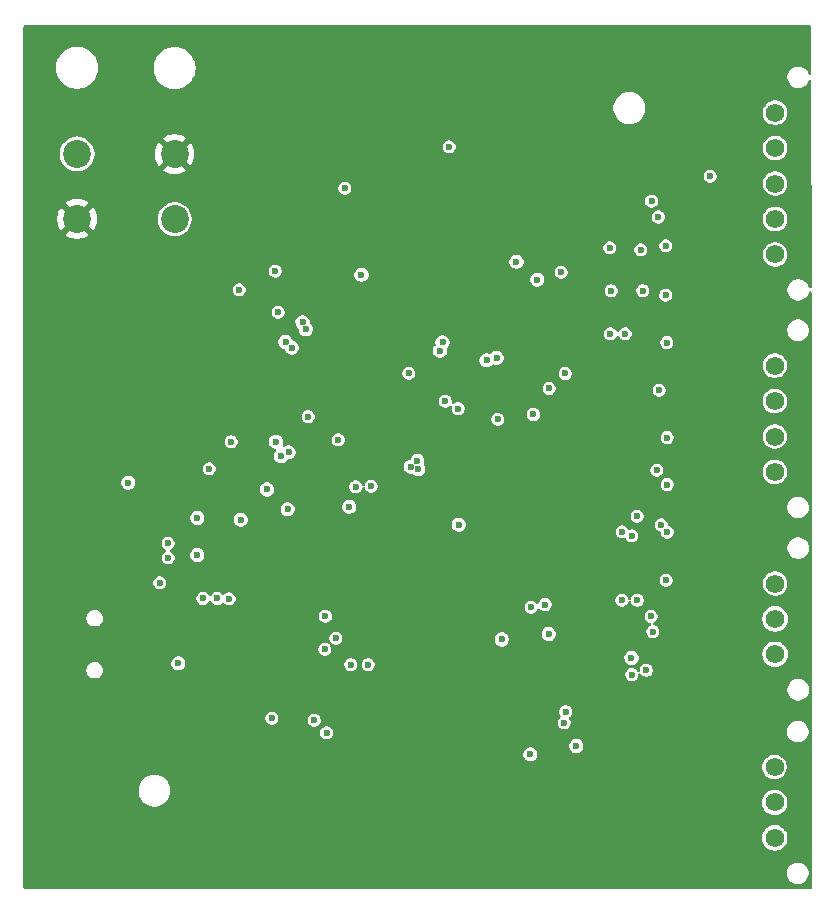
<source format=gbr>
%TF.GenerationSoftware,KiCad,Pcbnew,9.0.6*%
%TF.CreationDate,2026-02-16T15:04:55+01:00*%
%TF.ProjectId,WaterSensor,57617465-7253-4656-9e73-6f722e6b6963,rev?*%
%TF.SameCoordinates,Original*%
%TF.FileFunction,Copper,L2,Inr*%
%TF.FilePolarity,Positive*%
%FSLAX46Y46*%
G04 Gerber Fmt 4.6, Leading zero omitted, Abs format (unit mm)*
G04 Created by KiCad (PCBNEW 9.0.6) date 2026-02-16 15:04:55*
%MOMM*%
%LPD*%
G01*
G04 APERTURE LIST*
%TA.AperFunction,ComponentPad*%
%ADD10C,2.362200*%
%TD*%
%TA.AperFunction,ComponentPad*%
%ADD11C,1.574800*%
%TD*%
%TA.AperFunction,ViaPad*%
%ADD12C,0.600000*%
%TD*%
G04 APERTURE END LIST*
D10*
%TO.N,GND*%
%TO.C,J2*%
X116700000Y-86210251D03*
%TO.N,PS_IN*%
X116700000Y-91710250D03*
%TD*%
D11*
%TO.N,/DAC_PROT&SWITCH/BLKA_PWR*%
%TO.C,J7*%
X167500000Y-138100000D03*
%TO.N,/DAC_PROT&SWITCH/GW_DAC_IN_A*%
X167500000Y-141099999D03*
%TO.N,/DAC_PROT&SWITCH/FW_DAC_IN_A*%
X167500000Y-144099998D03*
%TD*%
%TO.N,/BLK-C-Water/+12V_BLK9C-2*%
%TO.C,J5*%
X167515999Y-104117001D03*
%TO.N,/BLK-C-Water/+12V_BLK9C-3*%
X167515999Y-107117000D03*
%TO.N,/BLK-C-Water/+12V_BLK9C-4*%
X167515999Y-110116999D03*
%TO.N,/BLK-C-Water/+12V_BLK9C-5*%
X167515999Y-113116998D03*
%TD*%
%TO.N,/BLK-C-Water/BLKC_PWR*%
%TO.C,J4*%
X167539999Y-82700002D03*
%TO.N,/BLK-C-Water/+12V_BLK8C-2*%
X167539999Y-85700001D03*
%TO.N,/BLK-C-Water/+12V_BLK8C-3*%
X167539999Y-88700000D03*
%TO.N,/BLK-C-Water/+12V_BLK8C-4*%
X167539999Y-91699999D03*
%TO.N,/BLK-C-Water/+12V_BLK8C-5*%
X167539999Y-94699998D03*
%TD*%
%TO.N,/DAC_PROT&SWITCH/BLKB_PWR*%
%TO.C,J8*%
X167539799Y-122560401D03*
%TO.N,/VIConverter/IoutGW*%
X167539799Y-125560400D03*
%TO.N,/VIConverter/IoutFW*%
X167539799Y-128560399D03*
%TD*%
D10*
%TO.N,/LIN_BUS*%
%TO.C,J3*%
X108439600Y-86189750D03*
%TO.N,GND*%
X108439600Y-91689749D03*
%TD*%
D12*
%TO.N,GND*%
X116200000Y-104170000D03*
X138173650Y-118569999D03*
X158570000Y-129300000D03*
X151210000Y-119620000D03*
X143040000Y-101550000D03*
X123760000Y-108560000D03*
X133430400Y-92650251D03*
X143160000Y-96830000D03*
X136673650Y-118599999D03*
X136750000Y-103750000D03*
X114530000Y-129300000D03*
X108980000Y-100900000D03*
X162280000Y-139210000D03*
X137500000Y-124090000D03*
X139010000Y-135510000D03*
X149070000Y-111790000D03*
X140180000Y-130340000D03*
X122272000Y-111809000D03*
X142483000Y-107004000D03*
X141680000Y-86860000D03*
X114190000Y-97700000D03*
X126430000Y-97620000D03*
X145840000Y-133410000D03*
X117150000Y-117710000D03*
X120910000Y-104960000D03*
X132470400Y-83550251D03*
X142670000Y-139930000D03*
X151200000Y-100050000D03*
X132140000Y-116770000D03*
X123773000Y-118925000D03*
X151210000Y-123120000D03*
X129070000Y-103010000D03*
X107450000Y-100910000D03*
X119650000Y-109100000D03*
X125964000Y-119794000D03*
X131230400Y-85200251D03*
X135630400Y-85200251D03*
X125540000Y-93970000D03*
X121100000Y-133970000D03*
X151200000Y-107200000D03*
X121540000Y-104540000D03*
X151200000Y-112510000D03*
X134178299Y-111402112D03*
X123485000Y-103210000D03*
X118130000Y-121960000D03*
X158260000Y-92600000D03*
X131530000Y-117720000D03*
X134330400Y-83550251D03*
X132160000Y-117730000D03*
X139880000Y-113960000D03*
X136130000Y-111280000D03*
X150620000Y-125620000D03*
X155400000Y-134110000D03*
X139240000Y-96390000D03*
X139360000Y-100430000D03*
X157080000Y-88800000D03*
X133090028Y-134140127D03*
X126470000Y-128600000D03*
X112810000Y-115320000D03*
X148420000Y-111770000D03*
X129566000Y-122394000D03*
X121110000Y-130890000D03*
X121120000Y-137100000D03*
X130050000Y-96830000D03*
X138230000Y-86860251D03*
X151270000Y-103700000D03*
X141300000Y-112200000D03*
X147770000Y-111780000D03*
X133000000Y-120190000D03*
X151200000Y-96510000D03*
X127540000Y-93500000D03*
X135470000Y-139420000D03*
X151200000Y-116110000D03*
X136020000Y-120400000D03*
X119234999Y-95775000D03*
X128555000Y-109304000D03*
X126220000Y-145620000D03*
X129040000Y-93510000D03*
X123650000Y-107110000D03*
X143280000Y-94420000D03*
X112780000Y-116590000D03*
%TO.N,NRST*%
X121480000Y-110550000D03*
X119630000Y-112860000D03*
%TO.N,+5V*%
X124940000Y-133980000D03*
X121305025Y-123855025D03*
X149430000Y-96190000D03*
X128530000Y-134130000D03*
%TO.N,+3.3V*%
X124529975Y-114599975D03*
X126090000Y-102110000D03*
X112785000Y-114020000D03*
X131480000Y-116070000D03*
X125710000Y-111790000D03*
X127810000Y-101030000D03*
X147410000Y-96830000D03*
X145640000Y-95330000D03*
X126620000Y-102590000D03*
X125290000Y-110560000D03*
X132520000Y-96430000D03*
X139380675Y-102140195D03*
X117010000Y-129320000D03*
X122295000Y-117160000D03*
X126355785Y-111452785D03*
X143110000Y-103670000D03*
X140753650Y-117589999D03*
X137250000Y-112180000D03*
X143960000Y-103460000D03*
X137300000Y-112870000D03*
X118615000Y-120140000D03*
X127530000Y-100440000D03*
X136710000Y-112680000D03*
X126270000Y-116270000D03*
X118625000Y-117010000D03*
X139170000Y-102860000D03*
%TO.N,PS_RAW*%
X155400000Y-130270000D03*
X148060000Y-124340000D03*
X146890000Y-124580000D03*
X131120000Y-89110000D03*
X162040000Y-88080000D03*
X156640000Y-129910000D03*
X149690000Y-134340000D03*
X149800000Y-133410000D03*
%TO.N,Vdrive*%
X139940000Y-85590000D03*
X115450000Y-122500000D03*
%TO.N,USART1_TX*%
X116140000Y-119170000D03*
X132030000Y-114370000D03*
%TO.N,USART1_RX*%
X116140000Y-120400000D03*
X133350000Y-114320000D03*
%TO.N,/USB_D-*%
X119098300Y-123830000D03*
X120298300Y-123830000D03*
%TO.N,/VIConverter/IoutGW*%
X155380000Y-128860000D03*
%TO.N,Net-(Q1-C)*%
X154854000Y-101420000D03*
X153600000Y-101420000D03*
%TO.N,Net-(Q2-C)*%
X156331000Y-97763000D03*
X153650000Y-97770000D03*
%TO.N,Net-(Q3-C)*%
X153550000Y-94130000D03*
X156165000Y-94310000D03*
%TO.N,Net-(Q5-C)*%
X154590000Y-118189000D03*
X157520000Y-112970000D03*
%TO.N,Net-(Q6-C)*%
X157040000Y-125350000D03*
X157897851Y-117585421D03*
%TO.N,Net-(Q7-C)*%
X154564000Y-123969000D03*
X155882000Y-123988000D03*
%TO.N,Net-(Q8-C)*%
X155420000Y-118530000D03*
X155871000Y-116871000D03*
%TO.N,+12V*%
X158270000Y-98140000D03*
X158380000Y-102160000D03*
X158310000Y-122300000D03*
X157660000Y-91530000D03*
X157200000Y-126630000D03*
X158280000Y-93980000D03*
X158410000Y-114180000D03*
X158410000Y-118200000D03*
X157080000Y-90180000D03*
X157730000Y-106180000D03*
X158410000Y-110200000D03*
%TO.N,FW_DAC_IN_B*%
X133090000Y-129430000D03*
X131620999Y-129430000D03*
%TO.N,Out1*%
X150700000Y-136310000D03*
X146810000Y-137030000D03*
%TO.N,O2Out1*%
X144404201Y-127295112D03*
X148380000Y-126830000D03*
%TO.N,IN_B*%
X130350000Y-127200000D03*
X129410000Y-128140000D03*
%TO.N,BLKC_SEL_B*%
X148420000Y-106050000D03*
X140721000Y-107750000D03*
%TO.N,BLKC_SEL_C*%
X139628500Y-107111500D03*
X149780000Y-104780000D03*
%TO.N,USART2_TX*%
X128015000Y-108437000D03*
X125470000Y-99580000D03*
%TO.N,EN_LIN*%
X122170000Y-97700000D03*
X136530000Y-104750000D03*
%TO.N,IN_A*%
X129470000Y-125330000D03*
X129560000Y-135200000D03*
%TO.N,USART2_RX*%
X125234999Y-96115000D03*
X130560000Y-110410000D03*
%TO.N,BLKC_SEL_A*%
X147080000Y-108250000D03*
X144072000Y-108658000D03*
%TD*%
%TA.AperFunction,Conductor*%
%TO.N,GND*%
G36*
X170542708Y-75320185D02*
G01*
X170588463Y-75372989D01*
X170599669Y-75424330D01*
X170605058Y-79363991D01*
X170585465Y-79431058D01*
X170532724Y-79476885D01*
X170463579Y-79486923D01*
X170399984Y-79457985D01*
X170366497Y-79411613D01*
X170307232Y-79268533D01*
X170307225Y-79268520D01*
X170207542Y-79119335D01*
X170207539Y-79119331D01*
X170080668Y-78992460D01*
X170080664Y-78992457D01*
X169931479Y-78892774D01*
X169931466Y-78892767D01*
X169765704Y-78824107D01*
X169765694Y-78824104D01*
X169589718Y-78789100D01*
X169589716Y-78789100D01*
X169410284Y-78789100D01*
X169410282Y-78789100D01*
X169234305Y-78824104D01*
X169234295Y-78824107D01*
X169068533Y-78892767D01*
X169068520Y-78892774D01*
X168919335Y-78992457D01*
X168919331Y-78992460D01*
X168792460Y-79119331D01*
X168792457Y-79119335D01*
X168692774Y-79268520D01*
X168692767Y-79268533D01*
X168624107Y-79434295D01*
X168624104Y-79434305D01*
X168589100Y-79610281D01*
X168589100Y-79610284D01*
X168589100Y-79789716D01*
X168589100Y-79789718D01*
X168589099Y-79789718D01*
X168624104Y-79965694D01*
X168624107Y-79965704D01*
X168692767Y-80131466D01*
X168692774Y-80131479D01*
X168792457Y-80280664D01*
X168792460Y-80280668D01*
X168919331Y-80407539D01*
X168919335Y-80407542D01*
X169068520Y-80507225D01*
X169068533Y-80507232D01*
X169228955Y-80573680D01*
X169234300Y-80575894D01*
X169234304Y-80575894D01*
X169234305Y-80575895D01*
X169410281Y-80610900D01*
X169410284Y-80610900D01*
X169589718Y-80610900D01*
X169708110Y-80587349D01*
X169765700Y-80575894D01*
X169931473Y-80507229D01*
X170080665Y-80407542D01*
X170207542Y-80280665D01*
X170307229Y-80131473D01*
X170335895Y-80062268D01*
X170367413Y-79986175D01*
X170411253Y-79931771D01*
X170477547Y-79909706D01*
X170545247Y-79926985D01*
X170592858Y-79978122D01*
X170605974Y-80033457D01*
X170629802Y-97451618D01*
X170610209Y-97518685D01*
X170557468Y-97564512D01*
X170488323Y-97574550D01*
X170424728Y-97545612D01*
X170386873Y-97486886D01*
X170384185Y-97475979D01*
X170375895Y-97434307D01*
X170375895Y-97434305D01*
X170375894Y-97434300D01*
X170345942Y-97361988D01*
X170307232Y-97268533D01*
X170307225Y-97268520D01*
X170207542Y-97119335D01*
X170207539Y-97119331D01*
X170080668Y-96992460D01*
X170080664Y-96992457D01*
X169931479Y-96892774D01*
X169931466Y-96892767D01*
X169765704Y-96824107D01*
X169765694Y-96824104D01*
X169589718Y-96789100D01*
X169589716Y-96789100D01*
X169410284Y-96789100D01*
X169410282Y-96789100D01*
X169234305Y-96824104D01*
X169234295Y-96824107D01*
X169068533Y-96892767D01*
X169068520Y-96892774D01*
X168919335Y-96992457D01*
X168919331Y-96992460D01*
X168792460Y-97119331D01*
X168792457Y-97119335D01*
X168692774Y-97268520D01*
X168692767Y-97268533D01*
X168624107Y-97434295D01*
X168624104Y-97434305D01*
X168589100Y-97610281D01*
X168589100Y-97610284D01*
X168589100Y-97789716D01*
X168589100Y-97789718D01*
X168589099Y-97789718D01*
X168624104Y-97965694D01*
X168624107Y-97965704D01*
X168692767Y-98131466D01*
X168692774Y-98131479D01*
X168792457Y-98280664D01*
X168792460Y-98280668D01*
X168919331Y-98407539D01*
X168919335Y-98407542D01*
X169068520Y-98507225D01*
X169068533Y-98507232D01*
X169234295Y-98575892D01*
X169234300Y-98575894D01*
X169234304Y-98575894D01*
X169234305Y-98575895D01*
X169410281Y-98610900D01*
X169410284Y-98610900D01*
X169589718Y-98610900D01*
X169742514Y-98580506D01*
X169765700Y-98575894D01*
X169931473Y-98507229D01*
X170080665Y-98407542D01*
X170207542Y-98280665D01*
X170307229Y-98131473D01*
X170375894Y-97965700D01*
X170384859Y-97920626D01*
X170417243Y-97858719D01*
X170477958Y-97824144D01*
X170547727Y-97827883D01*
X170604400Y-97868748D01*
X170629982Y-97933766D01*
X170630476Y-97944650D01*
X170634682Y-101018809D01*
X170634900Y-101178019D01*
X170699329Y-148275330D01*
X170679736Y-148342397D01*
X170626995Y-148388224D01*
X170575329Y-148399500D01*
X104024500Y-148399500D01*
X103957461Y-148379815D01*
X103911706Y-148327011D01*
X103900500Y-148275500D01*
X103900500Y-147189715D01*
X168549100Y-147189715D01*
X168584105Y-147365691D01*
X168584108Y-147365701D01*
X168652768Y-147531463D01*
X168652775Y-147531476D01*
X168752458Y-147680661D01*
X168752461Y-147680665D01*
X168879332Y-147807536D01*
X168879336Y-147807539D01*
X169028521Y-147907222D01*
X169028534Y-147907229D01*
X169194296Y-147975889D01*
X169194301Y-147975891D01*
X169194305Y-147975891D01*
X169194306Y-147975892D01*
X169370282Y-148010897D01*
X169370285Y-148010897D01*
X169549719Y-148010897D01*
X169668111Y-147987346D01*
X169725701Y-147975891D01*
X169891474Y-147907226D01*
X170040666Y-147807539D01*
X170167543Y-147680662D01*
X170267230Y-147531470D01*
X170335895Y-147365697D01*
X170370901Y-147189713D01*
X170370901Y-147010281D01*
X170370901Y-147010278D01*
X170335896Y-146834302D01*
X170335895Y-146834301D01*
X170335895Y-146834297D01*
X170335893Y-146834292D01*
X170267233Y-146668530D01*
X170267226Y-146668517D01*
X170167543Y-146519332D01*
X170167540Y-146519328D01*
X170040669Y-146392457D01*
X170040665Y-146392454D01*
X169891480Y-146292771D01*
X169891467Y-146292764D01*
X169725705Y-146224104D01*
X169725695Y-146224101D01*
X169549719Y-146189097D01*
X169549717Y-146189097D01*
X169370285Y-146189097D01*
X169370283Y-146189097D01*
X169194306Y-146224101D01*
X169194296Y-146224104D01*
X169028534Y-146292764D01*
X169028521Y-146292771D01*
X168879336Y-146392454D01*
X168879332Y-146392457D01*
X168752461Y-146519328D01*
X168752458Y-146519332D01*
X168652775Y-146668517D01*
X168652768Y-146668530D01*
X168584108Y-146834292D01*
X168584105Y-146834302D01*
X168549101Y-147010278D01*
X168549101Y-147010281D01*
X168549101Y-147189713D01*
X168549101Y-147189715D01*
X168549100Y-147189715D01*
X103900500Y-147189715D01*
X103900500Y-144014378D01*
X166412100Y-144014378D01*
X166412100Y-144185617D01*
X166438887Y-144354745D01*
X166491805Y-144517609D01*
X166569545Y-144670183D01*
X166569546Y-144670186D01*
X166611392Y-144727780D01*
X166670196Y-144808717D01*
X166791281Y-144929802D01*
X166869488Y-144986623D01*
X166929811Y-145030451D01*
X166929812Y-145030451D01*
X166929816Y-145030454D01*
X167082391Y-145108194D01*
X167245249Y-145161110D01*
X167414380Y-145187898D01*
X167414381Y-145187898D01*
X167585619Y-145187898D01*
X167585620Y-145187898D01*
X167754751Y-145161110D01*
X167917609Y-145108194D01*
X168070184Y-145030454D01*
X168208719Y-144929802D01*
X168329804Y-144808717D01*
X168430456Y-144670182D01*
X168508196Y-144517607D01*
X168561112Y-144354749D01*
X168587900Y-144185618D01*
X168587900Y-144014378D01*
X168561112Y-143845247D01*
X168508196Y-143682389D01*
X168430456Y-143529814D01*
X168430453Y-143529810D01*
X168430453Y-143529809D01*
X168401234Y-143489594D01*
X168329804Y-143391279D01*
X168208719Y-143270194D01*
X168156580Y-143232313D01*
X168070188Y-143169544D01*
X168070185Y-143169543D01*
X168070186Y-143169543D01*
X168070184Y-143169542D01*
X167917609Y-143091802D01*
X167754751Y-143038886D01*
X167754749Y-143038885D01*
X167754747Y-143038885D01*
X167636658Y-143020181D01*
X167585620Y-143012098D01*
X167414380Y-143012098D01*
X167375173Y-143018307D01*
X167245252Y-143038885D01*
X167082388Y-143091803D01*
X166929814Y-143169543D01*
X166929811Y-143169544D01*
X166826039Y-143244940D01*
X166791281Y-143270194D01*
X166791279Y-143270196D01*
X166791278Y-143270196D01*
X166670198Y-143391276D01*
X166670198Y-143391277D01*
X166670196Y-143391279D01*
X166644942Y-143426037D01*
X166569546Y-143529809D01*
X166569545Y-143529812D01*
X166491805Y-143682386D01*
X166438887Y-143845250D01*
X166412100Y-144014378D01*
X103900500Y-144014378D01*
X103900500Y-139993713D01*
X113649500Y-139993713D01*
X113649500Y-140206286D01*
X113678799Y-140391277D01*
X113682754Y-140416243D01*
X113719655Y-140529813D01*
X113748444Y-140618414D01*
X113844951Y-140807820D01*
X113969890Y-140979786D01*
X114120213Y-141130109D01*
X114292179Y-141255048D01*
X114292181Y-141255049D01*
X114292184Y-141255051D01*
X114481588Y-141351557D01*
X114683757Y-141417246D01*
X114893713Y-141450500D01*
X114893714Y-141450500D01*
X115106286Y-141450500D01*
X115106287Y-141450500D01*
X115316243Y-141417246D01*
X115518412Y-141351557D01*
X115707816Y-141255051D01*
X115803383Y-141185618D01*
X115879786Y-141130109D01*
X115879788Y-141130106D01*
X115879792Y-141130104D01*
X115995517Y-141014379D01*
X166412100Y-141014379D01*
X166412100Y-141185619D01*
X166438888Y-141354750D01*
X166469999Y-141450500D01*
X166491805Y-141517610D01*
X166569545Y-141670184D01*
X166569546Y-141670187D01*
X166611392Y-141727781D01*
X166670196Y-141808718D01*
X166791281Y-141929803D01*
X166869488Y-141986624D01*
X166929811Y-142030452D01*
X166929812Y-142030452D01*
X166929816Y-142030455D01*
X167082391Y-142108195D01*
X167245249Y-142161111D01*
X167414380Y-142187899D01*
X167414381Y-142187899D01*
X167585619Y-142187899D01*
X167585620Y-142187899D01*
X167754751Y-142161111D01*
X167917609Y-142108195D01*
X168070184Y-142030455D01*
X168208719Y-141929803D01*
X168329804Y-141808718D01*
X168430456Y-141670183D01*
X168508196Y-141517608D01*
X168561112Y-141354750D01*
X168587900Y-141185619D01*
X168587900Y-141014379D01*
X168561112Y-140845248D01*
X168508196Y-140682390D01*
X168430456Y-140529815D01*
X168430453Y-140529811D01*
X168430453Y-140529810D01*
X168401234Y-140489595D01*
X168329804Y-140391280D01*
X168208719Y-140270195D01*
X168120758Y-140206287D01*
X168070188Y-140169545D01*
X168070185Y-140169544D01*
X168070186Y-140169544D01*
X168070184Y-140169543D01*
X167917609Y-140091803D01*
X167754751Y-140038887D01*
X167754749Y-140038886D01*
X167754747Y-140038886D01*
X167636658Y-140020182D01*
X167585620Y-140012099D01*
X167414380Y-140012099D01*
X167375173Y-140018308D01*
X167245252Y-140038886D01*
X167082388Y-140091804D01*
X166929814Y-140169544D01*
X166929811Y-140169545D01*
X166826039Y-140244941D01*
X166791281Y-140270195D01*
X166791279Y-140270197D01*
X166791278Y-140270197D01*
X166670198Y-140391277D01*
X166670198Y-140391278D01*
X166670196Y-140391280D01*
X166652062Y-140416239D01*
X166569546Y-140529810D01*
X166569545Y-140529813D01*
X166491805Y-140682387D01*
X166438887Y-140845251D01*
X166424416Y-140936621D01*
X166412100Y-141014379D01*
X115995517Y-141014379D01*
X116030104Y-140979792D01*
X116042954Y-140962104D01*
X116061470Y-140936621D01*
X116127855Y-140845248D01*
X116155051Y-140807816D01*
X116251557Y-140618412D01*
X116317246Y-140416243D01*
X116350500Y-140206287D01*
X116350500Y-139993713D01*
X116317246Y-139783757D01*
X116251557Y-139581588D01*
X116155051Y-139392184D01*
X116155049Y-139392181D01*
X116155048Y-139392179D01*
X116030109Y-139220213D01*
X115879786Y-139069890D01*
X115707820Y-138944951D01*
X115518414Y-138848444D01*
X115518413Y-138848443D01*
X115518412Y-138848443D01*
X115316243Y-138782754D01*
X115316241Y-138782753D01*
X115316240Y-138782753D01*
X115154957Y-138757208D01*
X115106287Y-138749500D01*
X114893713Y-138749500D01*
X114845042Y-138757208D01*
X114683760Y-138782753D01*
X114481585Y-138848444D01*
X114292179Y-138944951D01*
X114120213Y-139069890D01*
X113969890Y-139220213D01*
X113844951Y-139392179D01*
X113748444Y-139581585D01*
X113682753Y-139783760D01*
X113649500Y-139993713D01*
X103900500Y-139993713D01*
X103900500Y-137997771D01*
X166462100Y-137997771D01*
X166462100Y-138202228D01*
X166501984Y-138402736D01*
X166501987Y-138402748D01*
X166580223Y-138591628D01*
X166580225Y-138591632D01*
X166693806Y-138761618D01*
X166693812Y-138761626D01*
X166838373Y-138906187D01*
X166838381Y-138906193D01*
X167008367Y-139019774D01*
X167008371Y-139019776D01*
X167197251Y-139098012D01*
X167197256Y-139098014D01*
X167397771Y-139137899D01*
X167397774Y-139137900D01*
X167397776Y-139137900D01*
X167602226Y-139137900D01*
X167602227Y-139137899D01*
X167802744Y-139098014D01*
X167991630Y-139019775D01*
X167991632Y-139019774D01*
X168103616Y-138944949D01*
X168161623Y-138906190D01*
X168306190Y-138761623D01*
X168419775Y-138591630D01*
X168498014Y-138402744D01*
X168537900Y-138202224D01*
X168537900Y-137997776D01*
X168537900Y-137997773D01*
X168537899Y-137997771D01*
X168498015Y-137797263D01*
X168498014Y-137797256D01*
X168428942Y-137630500D01*
X168419776Y-137608371D01*
X168419774Y-137608367D01*
X168306193Y-137438381D01*
X168306187Y-137438373D01*
X168161626Y-137293812D01*
X168161618Y-137293806D01*
X167991632Y-137180225D01*
X167991628Y-137180223D01*
X167802748Y-137101987D01*
X167802736Y-137101984D01*
X167602227Y-137062100D01*
X167602224Y-137062100D01*
X167397776Y-137062100D01*
X167397773Y-137062100D01*
X167197263Y-137101984D01*
X167197251Y-137101987D01*
X167008371Y-137180223D01*
X167008367Y-137180225D01*
X166838381Y-137293806D01*
X166838373Y-137293812D01*
X166693812Y-137438373D01*
X166693806Y-137438381D01*
X166580225Y-137608367D01*
X166580223Y-137608371D01*
X166501987Y-137797251D01*
X166501984Y-137797263D01*
X166462100Y-137997771D01*
X103900500Y-137997771D01*
X103900500Y-136950943D01*
X146209500Y-136950943D01*
X146209500Y-137109057D01*
X146228570Y-137180225D01*
X146250423Y-137261783D01*
X146250426Y-137261790D01*
X146329475Y-137398709D01*
X146329479Y-137398714D01*
X146329480Y-137398716D01*
X146441284Y-137510520D01*
X146441286Y-137510521D01*
X146441290Y-137510524D01*
X146578209Y-137589573D01*
X146578216Y-137589577D01*
X146730943Y-137630500D01*
X146730945Y-137630500D01*
X146889055Y-137630500D01*
X146889057Y-137630500D01*
X147041784Y-137589577D01*
X147178716Y-137510520D01*
X147290520Y-137398716D01*
X147369577Y-137261784D01*
X147410500Y-137109057D01*
X147410500Y-136950943D01*
X147369577Y-136798216D01*
X147300585Y-136678717D01*
X147290524Y-136661290D01*
X147290518Y-136661282D01*
X147178717Y-136549481D01*
X147178709Y-136549475D01*
X147041790Y-136470426D01*
X147041786Y-136470424D01*
X147041784Y-136470423D01*
X146889057Y-136429500D01*
X146730943Y-136429500D01*
X146578216Y-136470423D01*
X146578209Y-136470426D01*
X146441290Y-136549475D01*
X146441282Y-136549481D01*
X146329481Y-136661282D01*
X146329475Y-136661290D01*
X146250426Y-136798209D01*
X146250423Y-136798216D01*
X146209500Y-136950943D01*
X103900500Y-136950943D01*
X103900500Y-136230943D01*
X150099500Y-136230943D01*
X150099500Y-136389056D01*
X150140423Y-136541783D01*
X150140426Y-136541790D01*
X150219475Y-136678709D01*
X150219479Y-136678714D01*
X150219480Y-136678716D01*
X150331284Y-136790520D01*
X150331286Y-136790521D01*
X150331290Y-136790524D01*
X150468209Y-136869573D01*
X150468216Y-136869577D01*
X150620943Y-136910500D01*
X150620945Y-136910500D01*
X150779055Y-136910500D01*
X150779057Y-136910500D01*
X150931784Y-136869577D01*
X151068716Y-136790520D01*
X151180520Y-136678716D01*
X151259577Y-136541784D01*
X151300500Y-136389057D01*
X151300500Y-136230943D01*
X151259577Y-136078216D01*
X151200503Y-135975896D01*
X151180524Y-135941290D01*
X151180518Y-135941282D01*
X151068717Y-135829481D01*
X151068709Y-135829475D01*
X150931790Y-135750426D01*
X150931786Y-135750424D01*
X150931784Y-135750423D01*
X150779057Y-135709500D01*
X150620943Y-135709500D01*
X150468216Y-135750423D01*
X150468209Y-135750426D01*
X150331290Y-135829475D01*
X150331282Y-135829481D01*
X150219481Y-135941282D01*
X150219475Y-135941290D01*
X150140426Y-136078209D01*
X150140423Y-136078216D01*
X150099500Y-136230943D01*
X103900500Y-136230943D01*
X103900500Y-135127525D01*
X129009500Y-135127525D01*
X129009500Y-135272475D01*
X129047016Y-135412485D01*
X129047017Y-135412488D01*
X129119488Y-135538011D01*
X129119490Y-135538013D01*
X129119491Y-135538015D01*
X129221985Y-135640509D01*
X129221986Y-135640510D01*
X129221988Y-135640511D01*
X129347511Y-135712982D01*
X129347512Y-135712982D01*
X129347515Y-135712984D01*
X129487525Y-135750500D01*
X129487528Y-135750500D01*
X129632472Y-135750500D01*
X129632475Y-135750500D01*
X129772485Y-135712984D01*
X129898015Y-135640509D01*
X130000509Y-135538015D01*
X130072984Y-135412485D01*
X130110500Y-135272475D01*
X130110500Y-135189719D01*
X168549100Y-135189719D01*
X168584105Y-135365695D01*
X168584108Y-135365705D01*
X168652768Y-135531467D01*
X168652775Y-135531480D01*
X168752458Y-135680665D01*
X168752461Y-135680669D01*
X168879332Y-135807540D01*
X168879336Y-135807543D01*
X169028521Y-135907226D01*
X169028534Y-135907233D01*
X169194296Y-135975893D01*
X169194301Y-135975895D01*
X169194305Y-135975895D01*
X169194306Y-135975896D01*
X169370282Y-136010901D01*
X169370285Y-136010901D01*
X169549719Y-136010901D01*
X169668111Y-135987350D01*
X169725701Y-135975895D01*
X169891474Y-135907230D01*
X170040666Y-135807543D01*
X170167543Y-135680666D01*
X170267230Y-135531474D01*
X170335895Y-135365701D01*
X170370901Y-135189717D01*
X170370901Y-135010285D01*
X170370901Y-135010282D01*
X170335896Y-134834306D01*
X170335895Y-134834305D01*
X170335895Y-134834301D01*
X170304907Y-134759488D01*
X170267233Y-134668534D01*
X170267226Y-134668521D01*
X170167543Y-134519336D01*
X170167540Y-134519332D01*
X170040669Y-134392461D01*
X170040665Y-134392458D01*
X169891480Y-134292775D01*
X169891467Y-134292768D01*
X169725705Y-134224108D01*
X169725695Y-134224105D01*
X169549719Y-134189101D01*
X169549717Y-134189101D01*
X169370285Y-134189101D01*
X169370283Y-134189101D01*
X169194306Y-134224105D01*
X169194296Y-134224108D01*
X169028534Y-134292768D01*
X169028521Y-134292775D01*
X168879336Y-134392458D01*
X168879332Y-134392461D01*
X168752461Y-134519332D01*
X168752458Y-134519336D01*
X168652775Y-134668521D01*
X168652768Y-134668534D01*
X168584108Y-134834296D01*
X168584105Y-134834306D01*
X168549101Y-135010282D01*
X168549101Y-135010285D01*
X168549101Y-135189717D01*
X168549101Y-135189719D01*
X168549100Y-135189719D01*
X130110500Y-135189719D01*
X130110500Y-135127525D01*
X130072984Y-134987515D01*
X130000509Y-134861985D01*
X129898015Y-134759491D01*
X129898013Y-134759490D01*
X129898011Y-134759488D01*
X129772488Y-134687017D01*
X129772489Y-134687017D01*
X129748167Y-134680500D01*
X129632475Y-134649500D01*
X129487525Y-134649500D01*
X129371833Y-134680500D01*
X129347511Y-134687017D01*
X129221988Y-134759488D01*
X129221982Y-134759493D01*
X129119493Y-134861982D01*
X129119488Y-134861988D01*
X129047017Y-134987511D01*
X129047016Y-134987515D01*
X129009500Y-135127525D01*
X103900500Y-135127525D01*
X103900500Y-133907525D01*
X124389500Y-133907525D01*
X124389500Y-134052475D01*
X124426109Y-134189101D01*
X124427017Y-134192488D01*
X124499488Y-134318011D01*
X124499490Y-134318013D01*
X124499491Y-134318015D01*
X124601985Y-134420509D01*
X124601986Y-134420510D01*
X124601988Y-134420511D01*
X124727511Y-134492982D01*
X124727512Y-134492982D01*
X124727515Y-134492984D01*
X124867525Y-134530500D01*
X124867528Y-134530500D01*
X125012472Y-134530500D01*
X125012475Y-134530500D01*
X125152485Y-134492984D01*
X125278015Y-134420509D01*
X125380509Y-134318015D01*
X125452984Y-134192485D01*
X125489147Y-134057525D01*
X127979500Y-134057525D01*
X127979500Y-134202475D01*
X128010460Y-134318017D01*
X128017017Y-134342488D01*
X128089488Y-134468011D01*
X128089490Y-134468013D01*
X128089491Y-134468015D01*
X128191985Y-134570509D01*
X128191986Y-134570510D01*
X128191988Y-134570511D01*
X128317511Y-134642982D01*
X128317512Y-134642982D01*
X128317515Y-134642984D01*
X128457525Y-134680500D01*
X128457528Y-134680500D01*
X128602472Y-134680500D01*
X128602475Y-134680500D01*
X128742485Y-134642984D01*
X128868015Y-134570509D01*
X128970509Y-134468015D01*
X129042984Y-134342485D01*
X129063070Y-134267525D01*
X149139500Y-134267525D01*
X149139500Y-134412475D01*
X149154383Y-134468017D01*
X149177017Y-134552488D01*
X149249488Y-134678011D01*
X149249490Y-134678013D01*
X149249491Y-134678015D01*
X149351985Y-134780509D01*
X149351986Y-134780510D01*
X149351988Y-134780511D01*
X149477511Y-134852982D01*
X149477512Y-134852982D01*
X149477515Y-134852984D01*
X149617525Y-134890500D01*
X149617528Y-134890500D01*
X149762473Y-134890500D01*
X149762475Y-134890500D01*
X149902485Y-134852984D01*
X150028015Y-134780509D01*
X150130509Y-134678015D01*
X150202984Y-134552485D01*
X150240500Y-134412475D01*
X150240500Y-134267525D01*
X150202984Y-134127515D01*
X150130509Y-134001985D01*
X150130508Y-134001984D01*
X150126445Y-133994946D01*
X150129039Y-133993448D01*
X150109006Y-133941621D01*
X150123047Y-133873177D01*
X150144889Y-133843634D01*
X150240509Y-133748015D01*
X150312984Y-133622485D01*
X150350500Y-133482475D01*
X150350500Y-133337525D01*
X150312984Y-133197515D01*
X150240509Y-133071985D01*
X150138015Y-132969491D01*
X150138013Y-132969490D01*
X150138011Y-132969488D01*
X150012488Y-132897017D01*
X150012489Y-132897017D01*
X150001006Y-132893940D01*
X149872475Y-132859500D01*
X149727525Y-132859500D01*
X149598993Y-132893940D01*
X149587511Y-132897017D01*
X149461988Y-132969488D01*
X149461982Y-132969493D01*
X149359493Y-133071982D01*
X149359488Y-133071988D01*
X149287017Y-133197511D01*
X149287016Y-133197515D01*
X149249500Y-133337525D01*
X149249500Y-133482475D01*
X149275498Y-133579500D01*
X149287017Y-133622488D01*
X149363555Y-133755054D01*
X149360961Y-133756551D01*
X149380994Y-133808389D01*
X149366947Y-133876832D01*
X149345105Y-133906371D01*
X149249488Y-134001988D01*
X149177017Y-134127511D01*
X149177016Y-134127515D01*
X149139500Y-134267525D01*
X129063070Y-134267525D01*
X129080500Y-134202475D01*
X129080500Y-134057525D01*
X129042984Y-133917515D01*
X129037217Y-133907527D01*
X128970511Y-133791988D01*
X128970506Y-133791982D01*
X128868017Y-133689493D01*
X128868011Y-133689488D01*
X128742488Y-133617017D01*
X128742489Y-133617017D01*
X128731006Y-133613940D01*
X128602475Y-133579500D01*
X128457525Y-133579500D01*
X128328993Y-133613940D01*
X128317511Y-133617017D01*
X128191988Y-133689488D01*
X128191982Y-133689493D01*
X128089493Y-133791982D01*
X128089488Y-133791988D01*
X128017017Y-133917511D01*
X128017016Y-133917515D01*
X127979500Y-134057525D01*
X125489147Y-134057525D01*
X125490500Y-134052475D01*
X125490500Y-133907525D01*
X125452984Y-133767515D01*
X125441723Y-133748011D01*
X125380511Y-133641988D01*
X125380506Y-133641982D01*
X125278017Y-133539493D01*
X125278011Y-133539488D01*
X125152488Y-133467017D01*
X125152489Y-133467017D01*
X125141006Y-133463940D01*
X125012475Y-133429500D01*
X124867525Y-133429500D01*
X124738993Y-133463940D01*
X124727511Y-133467017D01*
X124601988Y-133539488D01*
X124601982Y-133539493D01*
X124499493Y-133641982D01*
X124499488Y-133641988D01*
X124427017Y-133767511D01*
X124427016Y-133767515D01*
X124389500Y-133907525D01*
X103900500Y-133907525D01*
X103900500Y-131650116D01*
X168588899Y-131650116D01*
X168623904Y-131826092D01*
X168623907Y-131826102D01*
X168692567Y-131991864D01*
X168692574Y-131991877D01*
X168792257Y-132141062D01*
X168792260Y-132141066D01*
X168919131Y-132267937D01*
X168919135Y-132267940D01*
X169068320Y-132367623D01*
X169068333Y-132367630D01*
X169234095Y-132436290D01*
X169234100Y-132436292D01*
X169234104Y-132436292D01*
X169234105Y-132436293D01*
X169410081Y-132471298D01*
X169410084Y-132471298D01*
X169589518Y-132471298D01*
X169707910Y-132447747D01*
X169765500Y-132436292D01*
X169931273Y-132367627D01*
X170080465Y-132267940D01*
X170207342Y-132141063D01*
X170307029Y-131991871D01*
X170375694Y-131826098D01*
X170410700Y-131650114D01*
X170410700Y-131470682D01*
X170410700Y-131470679D01*
X170375695Y-131294703D01*
X170375694Y-131294702D01*
X170375694Y-131294698D01*
X170375692Y-131294693D01*
X170307032Y-131128931D01*
X170307025Y-131128918D01*
X170207342Y-130979733D01*
X170207339Y-130979729D01*
X170080468Y-130852858D01*
X170080464Y-130852855D01*
X169931279Y-130753172D01*
X169931266Y-130753165D01*
X169765504Y-130684505D01*
X169765494Y-130684502D01*
X169589518Y-130649498D01*
X169589516Y-130649498D01*
X169410084Y-130649498D01*
X169410082Y-130649498D01*
X169234105Y-130684502D01*
X169234095Y-130684505D01*
X169068333Y-130753165D01*
X169068320Y-130753172D01*
X168919135Y-130852855D01*
X168919131Y-130852858D01*
X168792260Y-130979729D01*
X168792257Y-130979733D01*
X168692574Y-131128918D01*
X168692567Y-131128931D01*
X168623907Y-131294693D01*
X168623904Y-131294703D01*
X168588900Y-131470679D01*
X168588900Y-131470682D01*
X168588900Y-131650114D01*
X168588900Y-131650116D01*
X168588899Y-131650116D01*
X103900500Y-131650116D01*
X103900500Y-129968995D01*
X109224499Y-129968995D01*
X109251418Y-130104322D01*
X109251421Y-130104332D01*
X109304221Y-130231804D01*
X109304228Y-130231817D01*
X109380885Y-130346541D01*
X109380888Y-130346545D01*
X109478454Y-130444111D01*
X109478458Y-130444114D01*
X109593182Y-130520771D01*
X109593195Y-130520778D01*
X109720667Y-130573578D01*
X109720672Y-130573580D01*
X109720676Y-130573580D01*
X109720677Y-130573581D01*
X109856004Y-130600500D01*
X109856007Y-130600500D01*
X109993995Y-130600500D01*
X110085041Y-130582389D01*
X110129328Y-130573580D01*
X110256811Y-130520775D01*
X110371542Y-130444114D01*
X110469114Y-130346542D01*
X110545775Y-130231811D01*
X110559976Y-130197525D01*
X154849500Y-130197525D01*
X154849500Y-130342475D01*
X154881125Y-130460500D01*
X154887017Y-130482488D01*
X154959488Y-130608011D01*
X154959490Y-130608013D01*
X154959491Y-130608015D01*
X155061985Y-130710509D01*
X155061986Y-130710510D01*
X155061988Y-130710511D01*
X155187511Y-130782982D01*
X155187512Y-130782982D01*
X155187515Y-130782984D01*
X155327525Y-130820500D01*
X155327528Y-130820500D01*
X155472472Y-130820500D01*
X155472475Y-130820500D01*
X155612485Y-130782984D01*
X155738015Y-130710509D01*
X155840509Y-130608015D01*
X155912984Y-130482485D01*
X155950500Y-130342475D01*
X155950500Y-130279524D01*
X155970185Y-130212485D01*
X156022989Y-130166730D01*
X156092147Y-130156786D01*
X156155703Y-130185811D01*
X156181886Y-130217523D01*
X156199491Y-130248015D01*
X156301985Y-130350509D01*
X156301986Y-130350510D01*
X156301988Y-130350511D01*
X156427511Y-130422982D01*
X156427512Y-130422982D01*
X156427515Y-130422984D01*
X156567525Y-130460500D01*
X156567528Y-130460500D01*
X156712472Y-130460500D01*
X156712475Y-130460500D01*
X156852485Y-130422984D01*
X156978015Y-130350509D01*
X157080509Y-130248015D01*
X157152984Y-130122485D01*
X157190500Y-129982475D01*
X157190500Y-129837525D01*
X157152984Y-129697515D01*
X157147904Y-129688717D01*
X157080511Y-129571988D01*
X157080506Y-129571982D01*
X156978017Y-129469493D01*
X156978011Y-129469488D01*
X156852488Y-129397017D01*
X156852489Y-129397017D01*
X156827059Y-129390203D01*
X156712475Y-129359500D01*
X156567525Y-129359500D01*
X156452941Y-129390203D01*
X156427511Y-129397017D01*
X156301988Y-129469488D01*
X156301982Y-129469493D01*
X156199493Y-129571982D01*
X156199488Y-129571988D01*
X156127017Y-129697511D01*
X156127016Y-129697515D01*
X156089500Y-129837525D01*
X156089500Y-129837527D01*
X156089500Y-129900475D01*
X156069815Y-129967514D01*
X156017011Y-130013269D01*
X155947853Y-130023213D01*
X155884297Y-129994188D01*
X155858114Y-129962476D01*
X155840513Y-129931991D01*
X155840510Y-129931988D01*
X155840509Y-129931985D01*
X155738015Y-129829491D01*
X155738013Y-129829490D01*
X155738011Y-129829488D01*
X155612488Y-129757017D01*
X155612489Y-129757017D01*
X155601006Y-129753940D01*
X155472475Y-129719500D01*
X155327525Y-129719500D01*
X155198993Y-129753940D01*
X155187511Y-129757017D01*
X155061988Y-129829488D01*
X155061982Y-129829493D01*
X154959493Y-129931982D01*
X154959488Y-129931988D01*
X154887017Y-130057511D01*
X154887016Y-130057515D01*
X154849500Y-130197525D01*
X110559976Y-130197525D01*
X110572732Y-130166730D01*
X110582999Y-130141945D01*
X110586541Y-130133390D01*
X110598580Y-130104328D01*
X110616693Y-130013269D01*
X110625500Y-129968995D01*
X110625500Y-129831004D01*
X110598581Y-129695677D01*
X110598580Y-129695676D01*
X110598580Y-129695672D01*
X110576551Y-129642488D01*
X110545778Y-129568195D01*
X110545771Y-129568182D01*
X110469114Y-129453458D01*
X110469111Y-129453454D01*
X110371545Y-129355888D01*
X110371537Y-129355882D01*
X110341708Y-129335951D01*
X110341658Y-129335918D01*
X110256816Y-129279228D01*
X110256804Y-129279221D01*
X110164392Y-129240943D01*
X116409500Y-129240943D01*
X116409500Y-129399057D01*
X116434097Y-129490852D01*
X116450423Y-129551783D01*
X116450426Y-129551790D01*
X116529475Y-129688709D01*
X116529479Y-129688714D01*
X116529480Y-129688716D01*
X116641284Y-129800520D01*
X116641286Y-129800521D01*
X116641290Y-129800524D01*
X116762513Y-129870511D01*
X116778216Y-129879577D01*
X116930943Y-129920500D01*
X116930945Y-129920500D01*
X117089055Y-129920500D01*
X117089057Y-129920500D01*
X117241784Y-129879577D01*
X117378716Y-129800520D01*
X117490520Y-129688716D01*
X117569577Y-129551784D01*
X117610500Y-129399057D01*
X117610500Y-129357525D01*
X131070499Y-129357525D01*
X131070499Y-129502475D01*
X131102395Y-129621511D01*
X131108016Y-129642488D01*
X131180487Y-129768011D01*
X131180489Y-129768013D01*
X131180490Y-129768015D01*
X131282984Y-129870509D01*
X131282985Y-129870510D01*
X131282987Y-129870511D01*
X131408510Y-129942982D01*
X131408511Y-129942982D01*
X131408514Y-129942984D01*
X131548524Y-129980500D01*
X131548527Y-129980500D01*
X131693471Y-129980500D01*
X131693474Y-129980500D01*
X131833484Y-129942984D01*
X131959014Y-129870509D01*
X132061508Y-129768015D01*
X132133983Y-129642485D01*
X132171499Y-129502475D01*
X132171499Y-129357525D01*
X132539500Y-129357525D01*
X132539500Y-129502475D01*
X132571396Y-129621511D01*
X132577017Y-129642488D01*
X132649488Y-129768011D01*
X132649490Y-129768013D01*
X132649491Y-129768015D01*
X132751985Y-129870509D01*
X132751986Y-129870510D01*
X132751988Y-129870511D01*
X132877511Y-129942982D01*
X132877512Y-129942982D01*
X132877515Y-129942984D01*
X133017525Y-129980500D01*
X133017528Y-129980500D01*
X133162472Y-129980500D01*
X133162475Y-129980500D01*
X133302485Y-129942984D01*
X133428015Y-129870509D01*
X133530509Y-129768015D01*
X133602984Y-129642485D01*
X133640500Y-129502475D01*
X133640500Y-129357525D01*
X133602984Y-129217515D01*
X133530509Y-129091985D01*
X133428015Y-128989491D01*
X133428013Y-128989490D01*
X133428011Y-128989488D01*
X133302488Y-128917017D01*
X133302489Y-128917017D01*
X133294292Y-128914820D01*
X133162475Y-128879500D01*
X133017525Y-128879500D01*
X132888993Y-128913940D01*
X132877511Y-128917017D01*
X132751988Y-128989488D01*
X132751982Y-128989493D01*
X132649493Y-129091982D01*
X132649488Y-129091988D01*
X132577017Y-129217511D01*
X132577016Y-129217515D01*
X132539500Y-129357525D01*
X132171499Y-129357525D01*
X132133983Y-129217515D01*
X132061508Y-129091985D01*
X131959014Y-128989491D01*
X131959012Y-128989490D01*
X131959010Y-128989488D01*
X131833487Y-128917017D01*
X131833488Y-128917017D01*
X131822005Y-128913940D01*
X131693474Y-128879500D01*
X131548524Y-128879500D01*
X131419992Y-128913940D01*
X131408510Y-128917017D01*
X131282987Y-128989488D01*
X131282981Y-128989493D01*
X131180492Y-129091982D01*
X131180487Y-129091988D01*
X131108016Y-129217511D01*
X131108015Y-129217515D01*
X131070499Y-129357525D01*
X117610500Y-129357525D01*
X117610500Y-129240943D01*
X117569577Y-129088216D01*
X117512577Y-128989488D01*
X117490524Y-128951290D01*
X117490518Y-128951282D01*
X117378717Y-128839481D01*
X117378709Y-128839475D01*
X117277327Y-128780943D01*
X154779500Y-128780943D01*
X154779500Y-128939057D01*
X154793015Y-128989493D01*
X154820423Y-129091783D01*
X154820426Y-129091790D01*
X154899475Y-129228709D01*
X154899479Y-129228714D01*
X154899480Y-129228716D01*
X155011284Y-129340520D01*
X155011286Y-129340521D01*
X155011290Y-129340524D01*
X155112672Y-129399056D01*
X155148216Y-129419577D01*
X155300943Y-129460500D01*
X155300945Y-129460500D01*
X155459055Y-129460500D01*
X155459057Y-129460500D01*
X155611784Y-129419577D01*
X155748716Y-129340520D01*
X155860520Y-129228716D01*
X155939577Y-129091784D01*
X155980500Y-128939057D01*
X155980500Y-128780943D01*
X155939577Y-128628216D01*
X155883972Y-128531904D01*
X155860522Y-128491287D01*
X155860518Y-128491282D01*
X155844015Y-128474779D01*
X166451899Y-128474779D01*
X166451899Y-128646019D01*
X166478687Y-128815150D01*
X166531603Y-128978008D01*
X166589577Y-129091790D01*
X166609344Y-129130584D01*
X166609345Y-129130587D01*
X166651191Y-129188181D01*
X166709995Y-129269118D01*
X166831080Y-129390203D01*
X166871510Y-129419577D01*
X166969610Y-129490852D01*
X166969611Y-129490852D01*
X166969615Y-129490855D01*
X167122190Y-129568595D01*
X167285048Y-129621511D01*
X167454179Y-129648299D01*
X167454180Y-129648299D01*
X167625418Y-129648299D01*
X167625419Y-129648299D01*
X167794550Y-129621511D01*
X167957408Y-129568595D01*
X168109983Y-129490855D01*
X168248518Y-129390203D01*
X168369603Y-129269118D01*
X168470255Y-129130583D01*
X168547995Y-128978008D01*
X168600911Y-128815150D01*
X168627699Y-128646019D01*
X168627699Y-128474779D01*
X168600911Y-128305648D01*
X168547995Y-128142790D01*
X168470255Y-127990215D01*
X168470252Y-127990211D01*
X168470252Y-127990210D01*
X168441033Y-127949995D01*
X168369603Y-127851680D01*
X168248518Y-127730595D01*
X168156612Y-127663821D01*
X168109987Y-127629945D01*
X168109984Y-127629944D01*
X168109985Y-127629944D01*
X168109983Y-127629943D01*
X167957408Y-127552203D01*
X167794550Y-127499287D01*
X167794548Y-127499286D01*
X167794546Y-127499286D01*
X167676457Y-127480582D01*
X167625419Y-127472499D01*
X167454179Y-127472499D01*
X167414972Y-127478708D01*
X167285051Y-127499286D01*
X167122187Y-127552204D01*
X166969613Y-127629944D01*
X166969610Y-127629945D01*
X166891391Y-127686776D01*
X166831080Y-127730595D01*
X166831078Y-127730597D01*
X166831077Y-127730597D01*
X166709997Y-127851677D01*
X166709997Y-127851678D01*
X166709995Y-127851680D01*
X166707812Y-127854685D01*
X166609345Y-127990210D01*
X166609344Y-127990213D01*
X166531604Y-128142787D01*
X166478686Y-128305651D01*
X166471268Y-128352488D01*
X166451899Y-128474779D01*
X155844015Y-128474779D01*
X155748717Y-128379481D01*
X155748709Y-128379475D01*
X155611790Y-128300426D01*
X155611786Y-128300424D01*
X155611784Y-128300423D01*
X155459057Y-128259500D01*
X155300943Y-128259500D01*
X155148216Y-128300423D01*
X155148209Y-128300426D01*
X155011290Y-128379475D01*
X155011282Y-128379481D01*
X154899481Y-128491282D01*
X154899475Y-128491290D01*
X154820426Y-128628209D01*
X154820423Y-128628216D01*
X154779500Y-128780943D01*
X117277327Y-128780943D01*
X117241790Y-128760426D01*
X117241786Y-128760424D01*
X117241784Y-128760423D01*
X117089057Y-128719500D01*
X116930943Y-128719500D01*
X116778216Y-128760423D01*
X116778209Y-128760426D01*
X116641290Y-128839475D01*
X116641282Y-128839481D01*
X116529481Y-128951282D01*
X116529475Y-128951290D01*
X116450426Y-129088209D01*
X116450423Y-129088216D01*
X116409500Y-129240943D01*
X110164392Y-129240943D01*
X110129332Y-129226421D01*
X110129322Y-129226418D01*
X109993995Y-129199500D01*
X109993993Y-129199500D01*
X109856007Y-129199500D01*
X109856005Y-129199500D01*
X109720677Y-129226418D01*
X109720667Y-129226421D01*
X109593195Y-129279221D01*
X109593182Y-129279228D01*
X109478458Y-129355885D01*
X109478454Y-129355888D01*
X109380888Y-129453454D01*
X109380885Y-129453458D01*
X109304228Y-129568182D01*
X109304221Y-129568195D01*
X109251421Y-129695667D01*
X109251418Y-129695677D01*
X109224500Y-129831004D01*
X109224500Y-129831007D01*
X109224500Y-129968993D01*
X109224500Y-129968995D01*
X109224499Y-129968995D01*
X103900500Y-129968995D01*
X103900500Y-128067525D01*
X128859500Y-128067525D01*
X128859500Y-128212475D01*
X128883066Y-128300423D01*
X128897017Y-128352488D01*
X128969488Y-128478011D01*
X128969490Y-128478013D01*
X128969491Y-128478015D01*
X129071985Y-128580509D01*
X129071986Y-128580510D01*
X129071988Y-128580511D01*
X129197511Y-128652982D01*
X129197512Y-128652982D01*
X129197515Y-128652984D01*
X129337525Y-128690500D01*
X129337528Y-128690500D01*
X129482472Y-128690500D01*
X129482475Y-128690500D01*
X129622485Y-128652984D01*
X129748015Y-128580509D01*
X129850509Y-128478015D01*
X129922984Y-128352485D01*
X129960500Y-128212475D01*
X129960500Y-128067525D01*
X129922984Y-127927515D01*
X129861314Y-127820700D01*
X129844842Y-127752803D01*
X129867694Y-127686776D01*
X129922615Y-127643585D01*
X129992168Y-127636943D01*
X130030698Y-127651313D01*
X130137515Y-127712984D01*
X130277525Y-127750500D01*
X130277528Y-127750500D01*
X130422472Y-127750500D01*
X130422475Y-127750500D01*
X130562485Y-127712984D01*
X130688015Y-127640509D01*
X130790509Y-127538015D01*
X130862984Y-127412485D01*
X130900500Y-127272475D01*
X130900500Y-127216055D01*
X143803701Y-127216055D01*
X143803701Y-127374169D01*
X143830049Y-127472499D01*
X143844624Y-127526895D01*
X143844627Y-127526902D01*
X143923676Y-127663821D01*
X143923680Y-127663826D01*
X143923681Y-127663828D01*
X144035485Y-127775632D01*
X144035487Y-127775633D01*
X144035491Y-127775636D01*
X144081130Y-127801985D01*
X144172417Y-127854689D01*
X144325144Y-127895612D01*
X144325146Y-127895612D01*
X144483256Y-127895612D01*
X144483258Y-127895612D01*
X144635985Y-127854689D01*
X144772917Y-127775632D01*
X144884721Y-127663828D01*
X144963778Y-127526896D01*
X145004701Y-127374169D01*
X145004701Y-127216055D01*
X144963778Y-127063328D01*
X144920008Y-126987515D01*
X144884725Y-126926402D01*
X144884719Y-126926394D01*
X144772918Y-126814593D01*
X144772910Y-126814587D01*
X144662674Y-126750943D01*
X147779500Y-126750943D01*
X147779500Y-126909057D01*
X147795299Y-126968017D01*
X147820423Y-127061783D01*
X147820426Y-127061790D01*
X147899475Y-127198709D01*
X147899479Y-127198714D01*
X147899480Y-127198716D01*
X148011284Y-127310520D01*
X148011286Y-127310521D01*
X148011290Y-127310524D01*
X148121528Y-127374169D01*
X148148216Y-127389577D01*
X148300943Y-127430500D01*
X148300945Y-127430500D01*
X148459055Y-127430500D01*
X148459057Y-127430500D01*
X148611784Y-127389577D01*
X148748716Y-127310520D01*
X148860520Y-127198716D01*
X148939577Y-127061784D01*
X148980500Y-126909057D01*
X148980500Y-126750943D01*
X148939577Y-126598216D01*
X148922475Y-126568594D01*
X148860524Y-126461290D01*
X148860518Y-126461282D01*
X148748717Y-126349481D01*
X148748709Y-126349475D01*
X148611790Y-126270426D01*
X148611786Y-126270424D01*
X148611784Y-126270423D01*
X148459057Y-126229500D01*
X148300943Y-126229500D01*
X148148216Y-126270423D01*
X148148209Y-126270426D01*
X148011290Y-126349475D01*
X148011282Y-126349481D01*
X147899481Y-126461282D01*
X147899475Y-126461290D01*
X147820426Y-126598209D01*
X147820423Y-126598216D01*
X147779500Y-126750943D01*
X144662674Y-126750943D01*
X144635991Y-126735538D01*
X144635987Y-126735536D01*
X144635985Y-126735535D01*
X144483258Y-126694612D01*
X144325144Y-126694612D01*
X144172417Y-126735535D01*
X144172410Y-126735538D01*
X144035491Y-126814587D01*
X144035483Y-126814593D01*
X143923682Y-126926394D01*
X143923676Y-126926402D01*
X143844627Y-127063321D01*
X143844624Y-127063328D01*
X143803701Y-127216055D01*
X130900500Y-127216055D01*
X130900500Y-127127525D01*
X130862984Y-126987515D01*
X130851723Y-126968011D01*
X130790511Y-126861988D01*
X130790506Y-126861982D01*
X130688017Y-126759493D01*
X130688011Y-126759488D01*
X130562488Y-126687017D01*
X130562489Y-126687017D01*
X130551006Y-126683940D01*
X130422475Y-126649500D01*
X130277525Y-126649500D01*
X130148993Y-126683940D01*
X130137511Y-126687017D01*
X130011988Y-126759488D01*
X130011982Y-126759493D01*
X129909493Y-126861982D01*
X129909488Y-126861988D01*
X129837017Y-126987511D01*
X129837016Y-126987515D01*
X129799500Y-127127525D01*
X129799500Y-127272475D01*
X129830878Y-127389577D01*
X129837017Y-127412488D01*
X129898684Y-127519297D01*
X129915157Y-127587197D01*
X129892305Y-127653224D01*
X129837384Y-127696414D01*
X129767830Y-127703056D01*
X129729297Y-127688684D01*
X129622488Y-127627017D01*
X129622489Y-127627017D01*
X129611006Y-127623940D01*
X129482475Y-127589500D01*
X129337525Y-127589500D01*
X129208993Y-127623940D01*
X129197511Y-127627017D01*
X129071988Y-127699488D01*
X129071982Y-127699493D01*
X128969493Y-127801982D01*
X128969488Y-127801988D01*
X128897017Y-127927511D01*
X128897016Y-127927515D01*
X128859500Y-128067525D01*
X103900500Y-128067525D01*
X103900500Y-125568995D01*
X109224499Y-125568995D01*
X109251418Y-125704322D01*
X109251421Y-125704332D01*
X109304221Y-125831804D01*
X109304228Y-125831817D01*
X109380885Y-125946541D01*
X109380888Y-125946545D01*
X109478454Y-126044111D01*
X109478458Y-126044114D01*
X109593182Y-126120771D01*
X109593195Y-126120778D01*
X109720667Y-126173578D01*
X109720672Y-126173580D01*
X109720676Y-126173580D01*
X109720677Y-126173581D01*
X109856004Y-126200500D01*
X109856007Y-126200500D01*
X109993995Y-126200500D01*
X110085041Y-126182389D01*
X110129328Y-126173580D01*
X110233120Y-126130588D01*
X110256804Y-126120778D01*
X110256804Y-126120777D01*
X110256811Y-126120775D01*
X110371542Y-126044114D01*
X110469114Y-125946542D01*
X110545775Y-125831811D01*
X110598580Y-125704328D01*
X110610178Y-125646020D01*
X110625500Y-125568995D01*
X110625500Y-125431004D01*
X110598581Y-125295677D01*
X110598580Y-125295676D01*
X110598580Y-125295672D01*
X110582779Y-125257525D01*
X128919500Y-125257525D01*
X128919500Y-125402475D01*
X128957016Y-125542485D01*
X128957017Y-125542488D01*
X129029488Y-125668011D01*
X129029490Y-125668013D01*
X129029491Y-125668015D01*
X129131985Y-125770509D01*
X129131986Y-125770510D01*
X129131988Y-125770511D01*
X129257511Y-125842982D01*
X129257512Y-125842982D01*
X129257515Y-125842984D01*
X129397525Y-125880500D01*
X129397528Y-125880500D01*
X129542472Y-125880500D01*
X129542475Y-125880500D01*
X129682485Y-125842984D01*
X129808015Y-125770509D01*
X129910509Y-125668015D01*
X129982984Y-125542485D01*
X130020500Y-125402475D01*
X130020500Y-125277525D01*
X156489500Y-125277525D01*
X156489500Y-125422475D01*
X156521657Y-125542485D01*
X156527017Y-125562488D01*
X156599488Y-125688011D01*
X156599490Y-125688013D01*
X156599491Y-125688015D01*
X156701985Y-125790509D01*
X156701986Y-125790510D01*
X156701988Y-125790511D01*
X156827511Y-125862982D01*
X156827512Y-125862982D01*
X156827515Y-125862984D01*
X156948160Y-125895311D01*
X157007818Y-125931674D01*
X157038347Y-125994521D01*
X157030052Y-126063896D01*
X156985567Y-126117774D01*
X156978065Y-126122470D01*
X156861991Y-126189487D01*
X156861982Y-126189493D01*
X156759493Y-126291982D01*
X156759488Y-126291988D01*
X156687017Y-126417511D01*
X156687016Y-126417515D01*
X156649500Y-126557525D01*
X156649500Y-126702475D01*
X156687016Y-126842485D01*
X156687017Y-126842488D01*
X156759488Y-126968011D01*
X156759490Y-126968013D01*
X156759491Y-126968015D01*
X156861985Y-127070509D01*
X156861986Y-127070510D01*
X156861988Y-127070511D01*
X156987511Y-127142982D01*
X156987512Y-127142982D01*
X156987515Y-127142984D01*
X157127525Y-127180500D01*
X157127528Y-127180500D01*
X157272472Y-127180500D01*
X157272475Y-127180500D01*
X157412485Y-127142984D01*
X157538015Y-127070509D01*
X157640509Y-126968015D01*
X157712984Y-126842485D01*
X157750500Y-126702475D01*
X157750500Y-126557525D01*
X157712984Y-126417515D01*
X157697214Y-126390201D01*
X157640511Y-126291988D01*
X157640506Y-126291982D01*
X157538017Y-126189493D01*
X157538011Y-126189488D01*
X157412488Y-126117017D01*
X157412489Y-126117017D01*
X157402945Y-126114459D01*
X157291838Y-126084688D01*
X157232181Y-126048325D01*
X157201652Y-125985478D01*
X157209947Y-125916102D01*
X157254432Y-125862224D01*
X157261935Y-125857528D01*
X157378015Y-125790509D01*
X157480509Y-125688015D01*
X157552984Y-125562485D01*
X157576485Y-125474780D01*
X166451899Y-125474780D01*
X166451899Y-125646019D01*
X166474783Y-125790506D01*
X166478687Y-125815151D01*
X166531603Y-125978009D01*
X166604345Y-126120775D01*
X166609344Y-126130585D01*
X166609345Y-126130588D01*
X166640582Y-126173581D01*
X166709995Y-126269119D01*
X166831080Y-126390204D01*
X166909287Y-126447025D01*
X166969610Y-126490853D01*
X166969611Y-126490853D01*
X166969615Y-126490856D01*
X167122190Y-126568596D01*
X167285048Y-126621512D01*
X167454179Y-126648300D01*
X167454180Y-126648300D01*
X167625418Y-126648300D01*
X167625419Y-126648300D01*
X167794550Y-126621512D01*
X167957408Y-126568596D01*
X168109983Y-126490856D01*
X168248518Y-126390204D01*
X168369603Y-126269119D01*
X168470255Y-126130584D01*
X168547995Y-125978009D01*
X168600911Y-125815151D01*
X168627699Y-125646020D01*
X168627699Y-125474780D01*
X168600911Y-125305649D01*
X168547995Y-125142791D01*
X168470255Y-124990216D01*
X168470252Y-124990212D01*
X168470252Y-124990211D01*
X168417799Y-124918017D01*
X168369603Y-124851681D01*
X168248518Y-124730596D01*
X168183447Y-124683319D01*
X168109987Y-124629946D01*
X168109984Y-124629945D01*
X168109985Y-124629945D01*
X168109983Y-124629944D01*
X167957965Y-124552488D01*
X167957410Y-124552205D01*
X167957409Y-124552204D01*
X167957408Y-124552204D01*
X167794550Y-124499288D01*
X167794548Y-124499287D01*
X167794546Y-124499287D01*
X167676457Y-124480583D01*
X167625419Y-124472500D01*
X167454179Y-124472500D01*
X167414972Y-124478709D01*
X167285051Y-124499287D01*
X167122187Y-124552205D01*
X166969613Y-124629945D01*
X166969610Y-124629946D01*
X166865838Y-124705342D01*
X166831080Y-124730596D01*
X166831078Y-124730598D01*
X166831077Y-124730598D01*
X166709997Y-124851678D01*
X166709997Y-124851679D01*
X166709995Y-124851681D01*
X166689986Y-124879221D01*
X166609345Y-124990211D01*
X166609344Y-124990214D01*
X166531604Y-125142788D01*
X166478686Y-125305652D01*
X166451899Y-125474780D01*
X157576485Y-125474780D01*
X157590500Y-125422475D01*
X157590500Y-125277525D01*
X157552984Y-125137515D01*
X157485430Y-125020509D01*
X157480511Y-125011988D01*
X157480506Y-125011982D01*
X157378017Y-124909493D01*
X157378011Y-124909488D01*
X157252488Y-124837017D01*
X157252489Y-124837017D01*
X157212944Y-124826421D01*
X157112475Y-124799500D01*
X156967525Y-124799500D01*
X156867056Y-124826421D01*
X156827511Y-124837017D01*
X156701988Y-124909488D01*
X156701982Y-124909493D01*
X156599493Y-125011982D01*
X156599488Y-125011988D01*
X156527017Y-125137511D01*
X156527016Y-125137515D01*
X156489500Y-125277525D01*
X130020500Y-125277525D01*
X130020500Y-125257525D01*
X129982984Y-125117515D01*
X129945998Y-125053454D01*
X129910511Y-124991988D01*
X129910506Y-124991982D01*
X129808017Y-124889493D01*
X129808011Y-124889488D01*
X129682488Y-124817017D01*
X129682489Y-124817017D01*
X129671006Y-124813940D01*
X129542475Y-124779500D01*
X129397525Y-124779500D01*
X129268993Y-124813940D01*
X129257511Y-124817017D01*
X129131988Y-124889488D01*
X129131982Y-124889493D01*
X129029493Y-124991982D01*
X129029488Y-124991988D01*
X128957017Y-125117511D01*
X128957016Y-125117515D01*
X128919500Y-125257525D01*
X110582779Y-125257525D01*
X110567142Y-125219774D01*
X110545778Y-125168195D01*
X110545771Y-125168182D01*
X110469114Y-125053458D01*
X110469111Y-125053454D01*
X110371545Y-124955888D01*
X110371541Y-124955885D01*
X110256817Y-124879228D01*
X110256804Y-124879221D01*
X110129332Y-124826421D01*
X110129322Y-124826418D01*
X109993995Y-124799500D01*
X109993993Y-124799500D01*
X109856007Y-124799500D01*
X109856005Y-124799500D01*
X109720677Y-124826418D01*
X109720667Y-124826421D01*
X109593195Y-124879221D01*
X109593182Y-124879228D01*
X109478458Y-124955885D01*
X109478454Y-124955888D01*
X109380888Y-125053454D01*
X109380885Y-125053458D01*
X109304228Y-125168182D01*
X109304221Y-125168195D01*
X109251421Y-125295667D01*
X109251418Y-125295677D01*
X109224500Y-125431004D01*
X109224500Y-125431007D01*
X109224500Y-125568993D01*
X109224500Y-125568995D01*
X109224499Y-125568995D01*
X103900500Y-125568995D01*
X103900500Y-124507525D01*
X146339500Y-124507525D01*
X146339500Y-124652475D01*
X146362660Y-124738908D01*
X146377017Y-124792488D01*
X146449488Y-124918011D01*
X146449490Y-124918013D01*
X146449491Y-124918015D01*
X146551985Y-125020509D01*
X146551986Y-125020510D01*
X146551988Y-125020511D01*
X146677511Y-125092982D01*
X146677512Y-125092982D01*
X146677515Y-125092984D01*
X146817525Y-125130500D01*
X146817528Y-125130500D01*
X146962472Y-125130500D01*
X146962475Y-125130500D01*
X147102485Y-125092984D01*
X147228015Y-125020509D01*
X147330509Y-124918015D01*
X147402984Y-124792485D01*
X147417340Y-124738904D01*
X147453703Y-124679247D01*
X147516549Y-124648717D01*
X147585925Y-124657011D01*
X147624795Y-124683319D01*
X147721985Y-124780509D01*
X147721986Y-124780510D01*
X147721988Y-124780511D01*
X147847511Y-124852982D01*
X147847512Y-124852982D01*
X147847515Y-124852984D01*
X147987525Y-124890500D01*
X147987528Y-124890500D01*
X148132472Y-124890500D01*
X148132475Y-124890500D01*
X148272485Y-124852984D01*
X148398015Y-124780509D01*
X148500509Y-124678015D01*
X148572984Y-124552485D01*
X148610500Y-124412475D01*
X148610500Y-124267525D01*
X148572984Y-124127515D01*
X148538055Y-124067017D01*
X148500511Y-124001988D01*
X148500506Y-124001982D01*
X148398017Y-123899493D01*
X148398011Y-123899488D01*
X148392879Y-123896525D01*
X154013500Y-123896525D01*
X154013500Y-124041475D01*
X154047406Y-124168011D01*
X154051017Y-124181488D01*
X154123488Y-124307011D01*
X154123490Y-124307013D01*
X154123491Y-124307015D01*
X154225985Y-124409509D01*
X154225986Y-124409510D01*
X154225988Y-124409511D01*
X154351511Y-124481982D01*
X154351512Y-124481982D01*
X154351515Y-124481984D01*
X154491525Y-124519500D01*
X154491528Y-124519500D01*
X154636472Y-124519500D01*
X154636475Y-124519500D01*
X154776485Y-124481984D01*
X154902015Y-124409509D01*
X155004509Y-124307015D01*
X155076984Y-124181485D01*
X155100680Y-124093047D01*
X155137044Y-124033390D01*
X155199891Y-124002861D01*
X155269266Y-124011155D01*
X155323144Y-124055641D01*
X155340227Y-124093047D01*
X155349464Y-124127515D01*
X155369017Y-124200488D01*
X155441488Y-124326011D01*
X155441490Y-124326013D01*
X155441491Y-124326015D01*
X155543985Y-124428509D01*
X155543986Y-124428510D01*
X155543988Y-124428511D01*
X155669511Y-124500982D01*
X155669512Y-124500982D01*
X155669515Y-124500984D01*
X155809525Y-124538500D01*
X155809528Y-124538500D01*
X155954472Y-124538500D01*
X155954475Y-124538500D01*
X156094485Y-124500984D01*
X156220015Y-124428509D01*
X156322509Y-124326015D01*
X156394984Y-124200485D01*
X156432500Y-124060475D01*
X156432500Y-123915525D01*
X156394984Y-123775515D01*
X156384597Y-123757525D01*
X156322511Y-123649988D01*
X156322506Y-123649982D01*
X156220017Y-123547493D01*
X156220011Y-123547488D01*
X156094488Y-123475017D01*
X156094489Y-123475017D01*
X156083006Y-123471940D01*
X155954475Y-123437500D01*
X155809525Y-123437500D01*
X155680993Y-123471940D01*
X155669511Y-123475017D01*
X155543988Y-123547488D01*
X155543982Y-123547493D01*
X155441493Y-123649982D01*
X155441488Y-123649988D01*
X155369017Y-123775511D01*
X155345320Y-123863949D01*
X155308954Y-123923610D01*
X155246107Y-123954138D01*
X155176732Y-123945843D01*
X155122854Y-123901357D01*
X155105772Y-123863952D01*
X155076984Y-123756515D01*
X155015480Y-123649988D01*
X155004511Y-123630988D01*
X155004506Y-123630982D01*
X154902017Y-123528493D01*
X154902011Y-123528488D01*
X154776488Y-123456017D01*
X154776489Y-123456017D01*
X154765006Y-123452940D01*
X154636475Y-123418500D01*
X154491525Y-123418500D01*
X154362993Y-123452940D01*
X154351511Y-123456017D01*
X154225988Y-123528488D01*
X154225982Y-123528493D01*
X154123493Y-123630982D01*
X154123488Y-123630988D01*
X154051017Y-123756511D01*
X154051016Y-123756515D01*
X154013500Y-123896525D01*
X148392879Y-123896525D01*
X148272488Y-123827017D01*
X148272489Y-123827017D01*
X148261006Y-123823940D01*
X148132475Y-123789500D01*
X147987525Y-123789500D01*
X147858993Y-123823940D01*
X147847511Y-123827017D01*
X147721988Y-123899488D01*
X147721982Y-123899493D01*
X147619493Y-124001982D01*
X147619488Y-124001988D01*
X147547017Y-124127511D01*
X147547016Y-124127515D01*
X147536164Y-124168017D01*
X147532660Y-124181093D01*
X147496294Y-124240753D01*
X147433447Y-124271282D01*
X147364072Y-124262987D01*
X147325204Y-124236680D01*
X147228017Y-124139493D01*
X147228011Y-124139488D01*
X147102488Y-124067017D01*
X147102489Y-124067017D01*
X147078074Y-124060475D01*
X146962475Y-124029500D01*
X146817525Y-124029500D01*
X146701926Y-124060475D01*
X146677511Y-124067017D01*
X146551988Y-124139488D01*
X146551982Y-124139493D01*
X146449493Y-124241982D01*
X146449488Y-124241988D01*
X146377017Y-124367511D01*
X146377016Y-124367515D01*
X146339500Y-124507525D01*
X103900500Y-124507525D01*
X103900500Y-123757525D01*
X118547800Y-123757525D01*
X118547800Y-123902475D01*
X118585266Y-124042299D01*
X118585317Y-124042488D01*
X118657788Y-124168011D01*
X118657790Y-124168013D01*
X118657791Y-124168015D01*
X118760285Y-124270509D01*
X118760286Y-124270510D01*
X118760288Y-124270511D01*
X118885811Y-124342982D01*
X118885812Y-124342982D01*
X118885815Y-124342984D01*
X119025825Y-124380500D01*
X119025828Y-124380500D01*
X119170772Y-124380500D01*
X119170775Y-124380500D01*
X119310785Y-124342984D01*
X119436315Y-124270509D01*
X119538809Y-124168015D01*
X119590913Y-124077769D01*
X119641480Y-124029553D01*
X119710087Y-124016331D01*
X119774952Y-124042299D01*
X119805687Y-124077769D01*
X119857791Y-124168015D01*
X119960285Y-124270509D01*
X119960286Y-124270510D01*
X119960288Y-124270511D01*
X120085811Y-124342982D01*
X120085812Y-124342982D01*
X120085815Y-124342984D01*
X120225825Y-124380500D01*
X120225828Y-124380500D01*
X120370772Y-124380500D01*
X120370775Y-124380500D01*
X120510785Y-124342984D01*
X120636315Y-124270509D01*
X120701469Y-124205355D01*
X120762792Y-124171870D01*
X120832484Y-124176854D01*
X120876831Y-124205355D01*
X120967010Y-124295534D01*
X120967011Y-124295535D01*
X120967013Y-124295536D01*
X121092536Y-124368007D01*
X121092537Y-124368007D01*
X121092540Y-124368009D01*
X121232550Y-124405525D01*
X121232553Y-124405525D01*
X121377497Y-124405525D01*
X121377500Y-124405525D01*
X121517510Y-124368009D01*
X121643040Y-124295534D01*
X121745534Y-124193040D01*
X121818009Y-124067510D01*
X121855525Y-123927500D01*
X121855525Y-123782550D01*
X121818009Y-123642540D01*
X121811339Y-123630988D01*
X121745536Y-123517013D01*
X121745531Y-123517007D01*
X121643042Y-123414518D01*
X121643036Y-123414513D01*
X121517513Y-123342042D01*
X121517514Y-123342042D01*
X121506031Y-123338965D01*
X121377500Y-123304525D01*
X121232550Y-123304525D01*
X121104018Y-123338965D01*
X121092536Y-123342042D01*
X120967013Y-123414513D01*
X120967006Y-123414519D01*
X120901854Y-123479670D01*
X120840530Y-123513155D01*
X120770839Y-123508169D01*
X120726493Y-123479669D01*
X120636317Y-123389493D01*
X120636311Y-123389488D01*
X120510788Y-123317017D01*
X120510789Y-123317017D01*
X120464168Y-123304525D01*
X120370775Y-123279500D01*
X120225825Y-123279500D01*
X120132432Y-123304525D01*
X120085811Y-123317017D01*
X119960288Y-123389488D01*
X119960282Y-123389493D01*
X119857793Y-123491982D01*
X119857791Y-123491985D01*
X119805687Y-123582231D01*
X119755119Y-123630446D01*
X119686512Y-123643668D01*
X119621647Y-123617700D01*
X119590913Y-123582231D01*
X119577161Y-123558413D01*
X119538809Y-123491985D01*
X119436315Y-123389491D01*
X119436313Y-123389490D01*
X119436311Y-123389488D01*
X119310788Y-123317017D01*
X119310789Y-123317017D01*
X119264168Y-123304525D01*
X119170775Y-123279500D01*
X119025825Y-123279500D01*
X118932432Y-123304525D01*
X118885811Y-123317017D01*
X118760288Y-123389488D01*
X118760282Y-123389493D01*
X118657793Y-123491982D01*
X118657788Y-123491988D01*
X118585317Y-123617511D01*
X118585316Y-123617515D01*
X118547800Y-123757525D01*
X103900500Y-123757525D01*
X103900500Y-122427525D01*
X114899500Y-122427525D01*
X114899500Y-122572475D01*
X114923657Y-122662629D01*
X114937017Y-122712488D01*
X115009488Y-122838011D01*
X115009490Y-122838013D01*
X115009491Y-122838015D01*
X115111985Y-122940509D01*
X115111986Y-122940510D01*
X115111988Y-122940511D01*
X115237511Y-123012982D01*
X115237512Y-123012982D01*
X115237515Y-123012984D01*
X115377525Y-123050500D01*
X115377528Y-123050500D01*
X115522472Y-123050500D01*
X115522475Y-123050500D01*
X115662485Y-123012984D01*
X115788015Y-122940509D01*
X115890509Y-122838015D01*
X115962984Y-122712485D01*
X116000500Y-122572475D01*
X116000500Y-122427525D01*
X115962984Y-122287515D01*
X115962982Y-122287511D01*
X115959454Y-122281400D01*
X115959453Y-122281399D01*
X115945745Y-122257657D01*
X115928348Y-122227525D01*
X157759500Y-122227525D01*
X157759500Y-122372475D01*
X157782464Y-122458177D01*
X157797017Y-122512488D01*
X157869488Y-122638011D01*
X157869490Y-122638013D01*
X157869491Y-122638015D01*
X157971985Y-122740509D01*
X157971986Y-122740510D01*
X157971988Y-122740511D01*
X158097511Y-122812982D01*
X158097512Y-122812982D01*
X158097515Y-122812984D01*
X158237525Y-122850500D01*
X158237528Y-122850500D01*
X158382472Y-122850500D01*
X158382475Y-122850500D01*
X158522485Y-122812984D01*
X158648015Y-122740509D01*
X158750509Y-122638015D01*
X158822984Y-122512485D01*
X158837537Y-122458172D01*
X166501899Y-122458172D01*
X166501899Y-122662629D01*
X166541783Y-122863137D01*
X166541786Y-122863149D01*
X166620022Y-123052029D01*
X166620024Y-123052033D01*
X166733605Y-123222019D01*
X166733611Y-123222027D01*
X166878172Y-123366588D01*
X166878180Y-123366594D01*
X167048166Y-123480175D01*
X167048170Y-123480177D01*
X167210682Y-123547491D01*
X167237055Y-123558415D01*
X167437570Y-123598300D01*
X167437573Y-123598301D01*
X167437575Y-123598301D01*
X167642025Y-123598301D01*
X167642026Y-123598300D01*
X167842543Y-123558415D01*
X168002912Y-123491988D01*
X168031427Y-123480177D01*
X168031431Y-123480175D01*
X168129701Y-123414513D01*
X168201422Y-123366591D01*
X168345989Y-123222024D01*
X168459574Y-123052031D01*
X168537813Y-122863145D01*
X168577699Y-122662625D01*
X168577699Y-122458177D01*
X168577699Y-122458174D01*
X168577698Y-122458172D01*
X168571602Y-122427525D01*
X168537813Y-122257657D01*
X168498186Y-122161988D01*
X168459575Y-122068772D01*
X168459573Y-122068768D01*
X168345992Y-121898782D01*
X168345986Y-121898774D01*
X168201425Y-121754213D01*
X168201417Y-121754207D01*
X168031431Y-121640626D01*
X168031427Y-121640624D01*
X167842547Y-121562388D01*
X167842535Y-121562385D01*
X167642026Y-121522501D01*
X167642023Y-121522501D01*
X167437575Y-121522501D01*
X167437572Y-121522501D01*
X167237062Y-121562385D01*
X167237050Y-121562388D01*
X167048170Y-121640624D01*
X167048166Y-121640626D01*
X166878180Y-121754207D01*
X166878172Y-121754213D01*
X166733611Y-121898774D01*
X166733605Y-121898782D01*
X166620024Y-122068768D01*
X166620022Y-122068772D01*
X166541786Y-122257652D01*
X166541783Y-122257664D01*
X166501899Y-122458172D01*
X158837537Y-122458172D01*
X158860500Y-122372475D01*
X158860500Y-122227525D01*
X158822984Y-122087515D01*
X158812160Y-122068768D01*
X158750511Y-121961988D01*
X158750506Y-121961982D01*
X158648017Y-121859493D01*
X158648011Y-121859488D01*
X158522488Y-121787017D01*
X158522489Y-121787017D01*
X158511006Y-121783940D01*
X158382475Y-121749500D01*
X158237525Y-121749500D01*
X158108993Y-121783940D01*
X158097511Y-121787017D01*
X157971988Y-121859488D01*
X157971982Y-121859493D01*
X157869493Y-121961982D01*
X157869488Y-121961988D01*
X157797017Y-122087511D01*
X157797016Y-122087515D01*
X157759500Y-122227525D01*
X115928348Y-122227525D01*
X115890509Y-122161985D01*
X115788015Y-122059491D01*
X115788013Y-122059490D01*
X115788011Y-122059488D01*
X115662488Y-121987017D01*
X115662489Y-121987017D01*
X115651006Y-121983940D01*
X115522475Y-121949500D01*
X115377525Y-121949500D01*
X115248993Y-121983940D01*
X115237511Y-121987017D01*
X115111988Y-122059488D01*
X115111982Y-122059493D01*
X115009493Y-122161982D01*
X115009488Y-122161988D01*
X114937017Y-122287511D01*
X114937016Y-122287515D01*
X114899500Y-122427525D01*
X103900500Y-122427525D01*
X103900500Y-119097525D01*
X115589500Y-119097525D01*
X115589500Y-119242475D01*
X115603496Y-119294707D01*
X115627017Y-119382488D01*
X115699488Y-119508011D01*
X115699490Y-119508013D01*
X115699491Y-119508015D01*
X115801985Y-119610509D01*
X115886805Y-119659480D01*
X115918212Y-119677613D01*
X115966427Y-119728181D01*
X115979649Y-119796788D01*
X115953681Y-119861652D01*
X115918212Y-119892387D01*
X115801985Y-119959491D01*
X115801982Y-119959493D01*
X115699493Y-120061982D01*
X115699488Y-120061988D01*
X115627017Y-120187511D01*
X115627016Y-120187515D01*
X115589500Y-120327525D01*
X115589500Y-120472475D01*
X115627016Y-120612485D01*
X115627017Y-120612488D01*
X115699488Y-120738011D01*
X115699490Y-120738013D01*
X115699491Y-120738015D01*
X115801985Y-120840509D01*
X115801986Y-120840510D01*
X115801988Y-120840511D01*
X115927511Y-120912982D01*
X115927512Y-120912982D01*
X115927515Y-120912984D01*
X116067525Y-120950500D01*
X116067528Y-120950500D01*
X116212472Y-120950500D01*
X116212475Y-120950500D01*
X116352485Y-120912984D01*
X116478015Y-120840509D01*
X116580509Y-120738015D01*
X116652984Y-120612485D01*
X116690500Y-120472475D01*
X116690500Y-120327525D01*
X116652984Y-120187515D01*
X116580509Y-120061985D01*
X116579467Y-120060943D01*
X118014500Y-120060943D01*
X118014500Y-120219057D01*
X118043565Y-120327527D01*
X118055423Y-120371783D01*
X118055426Y-120371790D01*
X118134475Y-120508709D01*
X118134479Y-120508714D01*
X118134480Y-120508716D01*
X118246284Y-120620520D01*
X118246286Y-120620521D01*
X118246290Y-120620524D01*
X118383209Y-120699573D01*
X118383216Y-120699577D01*
X118535943Y-120740500D01*
X118535945Y-120740500D01*
X118694055Y-120740500D01*
X118694057Y-120740500D01*
X118846784Y-120699577D01*
X118983716Y-120620520D01*
X119095520Y-120508716D01*
X119174577Y-120371784D01*
X119215500Y-120219057D01*
X119215500Y-120060943D01*
X119174577Y-119908216D01*
X119136244Y-119841820D01*
X119095524Y-119771290D01*
X119095518Y-119771282D01*
X118983717Y-119659481D01*
X118983709Y-119659475D01*
X118967505Y-119650120D01*
X168588899Y-119650120D01*
X168623904Y-119826096D01*
X168623907Y-119826106D01*
X168692567Y-119991868D01*
X168692574Y-119991881D01*
X168792257Y-120141066D01*
X168792260Y-120141070D01*
X168919131Y-120267941D01*
X168919135Y-120267944D01*
X169068320Y-120367627D01*
X169068333Y-120367634D01*
X169234095Y-120436294D01*
X169234100Y-120436296D01*
X169234104Y-120436296D01*
X169234105Y-120436297D01*
X169410081Y-120471302D01*
X169410084Y-120471302D01*
X169589518Y-120471302D01*
X169707910Y-120447751D01*
X169765500Y-120436296D01*
X169931273Y-120367631D01*
X170080465Y-120267944D01*
X170207342Y-120141067D01*
X170307029Y-119991875D01*
X170375694Y-119826102D01*
X170399117Y-119708348D01*
X170410700Y-119650120D01*
X170410700Y-119470683D01*
X170375695Y-119294707D01*
X170375694Y-119294706D01*
X170375694Y-119294702D01*
X170354060Y-119242472D01*
X170307032Y-119128935D01*
X170307025Y-119128922D01*
X170207342Y-118979737D01*
X170207339Y-118979733D01*
X170080468Y-118852862D01*
X170080464Y-118852859D01*
X169931279Y-118753176D01*
X169931266Y-118753169D01*
X169765504Y-118684509D01*
X169765494Y-118684506D01*
X169589518Y-118649502D01*
X169589516Y-118649502D01*
X169410084Y-118649502D01*
X169410082Y-118649502D01*
X169234105Y-118684506D01*
X169234095Y-118684509D01*
X169068333Y-118753169D01*
X169068320Y-118753176D01*
X168919135Y-118852859D01*
X168919131Y-118852862D01*
X168792260Y-118979733D01*
X168792257Y-118979737D01*
X168692574Y-119128922D01*
X168692567Y-119128935D01*
X168623907Y-119294697D01*
X168623904Y-119294707D01*
X168588900Y-119470683D01*
X168588900Y-119470686D01*
X168588900Y-119650118D01*
X168588900Y-119650120D01*
X168588899Y-119650120D01*
X118967505Y-119650120D01*
X118846790Y-119580426D01*
X118846786Y-119580424D01*
X118846784Y-119580423D01*
X118694057Y-119539500D01*
X118535943Y-119539500D01*
X118383216Y-119580423D01*
X118383209Y-119580426D01*
X118246290Y-119659475D01*
X118246282Y-119659481D01*
X118134481Y-119771282D01*
X118134475Y-119771290D01*
X118055426Y-119908209D01*
X118055423Y-119908216D01*
X118014500Y-120060943D01*
X116579467Y-120060943D01*
X116478015Y-119959491D01*
X116361788Y-119892387D01*
X116313572Y-119841820D01*
X116300350Y-119773213D01*
X116326318Y-119708348D01*
X116361788Y-119677613D01*
X116393195Y-119659480D01*
X116478015Y-119610509D01*
X116580509Y-119508015D01*
X116652984Y-119382485D01*
X116690500Y-119242475D01*
X116690500Y-119097525D01*
X116652984Y-118957515D01*
X116601310Y-118868014D01*
X116580511Y-118831988D01*
X116580506Y-118831982D01*
X116478017Y-118729493D01*
X116478011Y-118729488D01*
X116352488Y-118657017D01*
X116352489Y-118657017D01*
X116341006Y-118653940D01*
X116212475Y-118619500D01*
X116067525Y-118619500D01*
X115938993Y-118653940D01*
X115927511Y-118657017D01*
X115801988Y-118729488D01*
X115801982Y-118729493D01*
X115699493Y-118831982D01*
X115699488Y-118831988D01*
X115627017Y-118957511D01*
X115627016Y-118957515D01*
X115589500Y-119097525D01*
X103900500Y-119097525D01*
X103900500Y-116930943D01*
X118024500Y-116930943D01*
X118024500Y-117089057D01*
X118064693Y-117239057D01*
X118065423Y-117241783D01*
X118065426Y-117241790D01*
X118144475Y-117378709D01*
X118144479Y-117378714D01*
X118144480Y-117378716D01*
X118256284Y-117490520D01*
X118256286Y-117490521D01*
X118256290Y-117490524D01*
X118351007Y-117545208D01*
X118393216Y-117569577D01*
X118545943Y-117610500D01*
X118545945Y-117610500D01*
X118704055Y-117610500D01*
X118704057Y-117610500D01*
X118856784Y-117569577D01*
X118993716Y-117490520D01*
X119105520Y-117378716D01*
X119184577Y-117241784D01*
X119225500Y-117089057D01*
X119225500Y-117080943D01*
X121694500Y-117080943D01*
X121694500Y-117239057D01*
X121733333Y-117383982D01*
X121735423Y-117391783D01*
X121735426Y-117391790D01*
X121814475Y-117528709D01*
X121814479Y-117528714D01*
X121814480Y-117528716D01*
X121926284Y-117640520D01*
X121926286Y-117640521D01*
X121926290Y-117640524D01*
X122063209Y-117719573D01*
X122063216Y-117719577D01*
X122215943Y-117760500D01*
X122215945Y-117760500D01*
X122374055Y-117760500D01*
X122374057Y-117760500D01*
X122526784Y-117719577D01*
X122663716Y-117640520D01*
X122775520Y-117528716D01*
X122785782Y-117510942D01*
X140153150Y-117510942D01*
X140153150Y-117669056D01*
X140177653Y-117760500D01*
X140194073Y-117821782D01*
X140194076Y-117821789D01*
X140273125Y-117958708D01*
X140273129Y-117958713D01*
X140273130Y-117958715D01*
X140384934Y-118070519D01*
X140384936Y-118070520D01*
X140384940Y-118070523D01*
X140521859Y-118149572D01*
X140521866Y-118149576D01*
X140674593Y-118190499D01*
X140674595Y-118190499D01*
X140832705Y-118190499D01*
X140832707Y-118190499D01*
X140985434Y-118149576D01*
X141042681Y-118116525D01*
X154039500Y-118116525D01*
X154039500Y-118261475D01*
X154077016Y-118401485D01*
X154077017Y-118401488D01*
X154149488Y-118527011D01*
X154149490Y-118527013D01*
X154149491Y-118527015D01*
X154251985Y-118629509D01*
X154251986Y-118629510D01*
X154251988Y-118629511D01*
X154377511Y-118701982D01*
X154377512Y-118701982D01*
X154377515Y-118701984D01*
X154517525Y-118739500D01*
X154517528Y-118739500D01*
X154662472Y-118739500D01*
X154662475Y-118739500D01*
X154780857Y-118707779D01*
X154850702Y-118709442D01*
X154908565Y-118748604D01*
X154920334Y-118765553D01*
X154979491Y-118868015D01*
X155081985Y-118970509D01*
X155081986Y-118970510D01*
X155081988Y-118970511D01*
X155207511Y-119042982D01*
X155207512Y-119042982D01*
X155207515Y-119042984D01*
X155347525Y-119080500D01*
X155347528Y-119080500D01*
X155492472Y-119080500D01*
X155492475Y-119080500D01*
X155632485Y-119042984D01*
X155758015Y-118970509D01*
X155860509Y-118868015D01*
X155932984Y-118742485D01*
X155970500Y-118602475D01*
X155970500Y-118457525D01*
X155932984Y-118317515D01*
X155906978Y-118272472D01*
X155860511Y-118191988D01*
X155860506Y-118191982D01*
X155758017Y-118089493D01*
X155758011Y-118089488D01*
X155632488Y-118017017D01*
X155632489Y-118017017D01*
X155604648Y-118009557D01*
X155492475Y-117979500D01*
X155347525Y-117979500D01*
X155229145Y-118011220D01*
X155159295Y-118009557D01*
X155101433Y-117970394D01*
X155089665Y-117953446D01*
X155072340Y-117923438D01*
X155030509Y-117850985D01*
X154928015Y-117748491D01*
X154928013Y-117748490D01*
X154928011Y-117748488D01*
X154802488Y-117676017D01*
X154802489Y-117676017D01*
X154776506Y-117669055D01*
X154662475Y-117638500D01*
X154517525Y-117638500D01*
X154403494Y-117669055D01*
X154377511Y-117676017D01*
X154251988Y-117748488D01*
X154251982Y-117748493D01*
X154149493Y-117850982D01*
X154149488Y-117850988D01*
X154077017Y-117976511D01*
X154077016Y-117976515D01*
X154039500Y-118116525D01*
X141042681Y-118116525D01*
X141122366Y-118070519D01*
X141234170Y-117958715D01*
X141313227Y-117821783D01*
X141354150Y-117669056D01*
X141354150Y-117512946D01*
X157347351Y-117512946D01*
X157347351Y-117657896D01*
X157374844Y-117760499D01*
X157384868Y-117797909D01*
X157457339Y-117923432D01*
X157457341Y-117923434D01*
X157457342Y-117923436D01*
X157559836Y-118025930D01*
X157685366Y-118098405D01*
X157767595Y-118120438D01*
X157827254Y-118156802D01*
X157857783Y-118219649D01*
X157859500Y-118240212D01*
X157859500Y-118272475D01*
X157897016Y-118412485D01*
X157897017Y-118412488D01*
X157969488Y-118538011D01*
X157969490Y-118538013D01*
X157969491Y-118538015D01*
X158071985Y-118640509D01*
X158071986Y-118640510D01*
X158071988Y-118640511D01*
X158197511Y-118712982D01*
X158197512Y-118712982D01*
X158197515Y-118712984D01*
X158337525Y-118750500D01*
X158337528Y-118750500D01*
X158482472Y-118750500D01*
X158482475Y-118750500D01*
X158622485Y-118712984D01*
X158748015Y-118640509D01*
X158850509Y-118538015D01*
X158922984Y-118412485D01*
X158960500Y-118272475D01*
X158960500Y-118127525D01*
X158922984Y-117987515D01*
X158906356Y-117958715D01*
X158850511Y-117861988D01*
X158850506Y-117861982D01*
X158748017Y-117759493D01*
X158748011Y-117759488D01*
X158622488Y-117687017D01*
X158622489Y-117687017D01*
X158599115Y-117680754D01*
X158540256Y-117664982D01*
X158480596Y-117628617D01*
X158450068Y-117565770D01*
X158448351Y-117545208D01*
X158448351Y-117512948D01*
X158448351Y-117512946D01*
X158410835Y-117372936D01*
X158375368Y-117311506D01*
X158338362Y-117247409D01*
X158338357Y-117247403D01*
X158235868Y-117144914D01*
X158235862Y-117144909D01*
X158110339Y-117072438D01*
X158110340Y-117072438D01*
X158098857Y-117069361D01*
X157970326Y-117034921D01*
X157825376Y-117034921D01*
X157696844Y-117069361D01*
X157685362Y-117072438D01*
X157559839Y-117144909D01*
X157559833Y-117144914D01*
X157457344Y-117247403D01*
X157457339Y-117247409D01*
X157384868Y-117372932D01*
X157384867Y-117372936D01*
X157347351Y-117512946D01*
X141354150Y-117512946D01*
X141354150Y-117510942D01*
X141313227Y-117358215D01*
X141249252Y-117247406D01*
X141234174Y-117221289D01*
X141234168Y-117221281D01*
X141122367Y-117109480D01*
X141122359Y-117109474D01*
X140985440Y-117030425D01*
X140985436Y-117030423D01*
X140985434Y-117030422D01*
X140832707Y-116989499D01*
X140674593Y-116989499D01*
X140521866Y-117030422D01*
X140521859Y-117030425D01*
X140384940Y-117109474D01*
X140384932Y-117109480D01*
X140273131Y-117221281D01*
X140273125Y-117221289D01*
X140194076Y-117358208D01*
X140194073Y-117358215D01*
X140153150Y-117510942D01*
X122785782Y-117510942D01*
X122854577Y-117391784D01*
X122895500Y-117239057D01*
X122895500Y-117080943D01*
X122854577Y-116928216D01*
X122821255Y-116870500D01*
X122775524Y-116791290D01*
X122775518Y-116791282D01*
X122663717Y-116679481D01*
X122663709Y-116679475D01*
X122526790Y-116600426D01*
X122526786Y-116600424D01*
X122526784Y-116600423D01*
X122374057Y-116559500D01*
X122215943Y-116559500D01*
X122063216Y-116600423D01*
X122063209Y-116600426D01*
X121926290Y-116679475D01*
X121926282Y-116679481D01*
X121814481Y-116791282D01*
X121814475Y-116791290D01*
X121735426Y-116928209D01*
X121735423Y-116928216D01*
X121694500Y-117080943D01*
X119225500Y-117080943D01*
X119225500Y-116930943D01*
X119184577Y-116778216D01*
X119138073Y-116697668D01*
X119105524Y-116641290D01*
X119105518Y-116641282D01*
X118993717Y-116529481D01*
X118993709Y-116529475D01*
X118856790Y-116450426D01*
X118856786Y-116450424D01*
X118856784Y-116450423D01*
X118704057Y-116409500D01*
X118545943Y-116409500D01*
X118393216Y-116450423D01*
X118393209Y-116450426D01*
X118256290Y-116529475D01*
X118256282Y-116529481D01*
X118144481Y-116641282D01*
X118144475Y-116641290D01*
X118065426Y-116778209D01*
X118065423Y-116778216D01*
X118024500Y-116930943D01*
X103900500Y-116930943D01*
X103900500Y-116190943D01*
X125669500Y-116190943D01*
X125669500Y-116349057D01*
X125693525Y-116438717D01*
X125710423Y-116501783D01*
X125710426Y-116501790D01*
X125789475Y-116638709D01*
X125789479Y-116638714D01*
X125789480Y-116638716D01*
X125901284Y-116750520D01*
X125901286Y-116750521D01*
X125901290Y-116750524D01*
X125984435Y-116798527D01*
X126038216Y-116829577D01*
X126190943Y-116870500D01*
X126190945Y-116870500D01*
X126349055Y-116870500D01*
X126349057Y-116870500D01*
X126501784Y-116829577D01*
X126555568Y-116798525D01*
X155320500Y-116798525D01*
X155320500Y-116943475D01*
X155358016Y-117083485D01*
X155358017Y-117083488D01*
X155430488Y-117209011D01*
X155430490Y-117209013D01*
X155430491Y-117209015D01*
X155532985Y-117311509D01*
X155532986Y-117311510D01*
X155532988Y-117311511D01*
X155658511Y-117383982D01*
X155658512Y-117383982D01*
X155658515Y-117383984D01*
X155798525Y-117421500D01*
X155798528Y-117421500D01*
X155943472Y-117421500D01*
X155943475Y-117421500D01*
X156083485Y-117383984D01*
X156209015Y-117311509D01*
X156311509Y-117209015D01*
X156383984Y-117083485D01*
X156421500Y-116943475D01*
X156421500Y-116798525D01*
X156383984Y-116658515D01*
X156374034Y-116641282D01*
X156311511Y-116532988D01*
X156311506Y-116532982D01*
X156209017Y-116430493D01*
X156209011Y-116430488D01*
X156083488Y-116358017D01*
X156083489Y-116358017D01*
X156072006Y-116354940D01*
X155943475Y-116320500D01*
X155798525Y-116320500D01*
X155669993Y-116354940D01*
X155658511Y-116358017D01*
X155532988Y-116430488D01*
X155532982Y-116430493D01*
X155430493Y-116532982D01*
X155430488Y-116532988D01*
X155358017Y-116658511D01*
X155358016Y-116658515D01*
X155320500Y-116798525D01*
X126555568Y-116798525D01*
X126638716Y-116750520D01*
X126750520Y-116638716D01*
X126829577Y-116501784D01*
X126870500Y-116349057D01*
X126870500Y-116190943D01*
X126829577Y-116038216D01*
X126823265Y-116027284D01*
X126802284Y-115990943D01*
X130879500Y-115990943D01*
X130879500Y-116149057D01*
X130890724Y-116190943D01*
X130920423Y-116301783D01*
X130920426Y-116301790D01*
X130999475Y-116438709D01*
X130999479Y-116438714D01*
X130999480Y-116438716D01*
X131111284Y-116550520D01*
X131111286Y-116550521D01*
X131111290Y-116550524D01*
X131248209Y-116629573D01*
X131248216Y-116629577D01*
X131400943Y-116670500D01*
X131400945Y-116670500D01*
X131559055Y-116670500D01*
X131559057Y-116670500D01*
X131711784Y-116629577D01*
X131848716Y-116550520D01*
X131960520Y-116438716D01*
X132039577Y-116301784D01*
X132065050Y-116206718D01*
X168565099Y-116206718D01*
X168600104Y-116382694D01*
X168600107Y-116382704D01*
X168668767Y-116548466D01*
X168668774Y-116548479D01*
X168768457Y-116697664D01*
X168768460Y-116697668D01*
X168895331Y-116824539D01*
X168895335Y-116824542D01*
X169044520Y-116924225D01*
X169044533Y-116924232D01*
X169210295Y-116992892D01*
X169210300Y-116992894D01*
X169210304Y-116992894D01*
X169210305Y-116992895D01*
X169386281Y-117027900D01*
X169386284Y-117027900D01*
X169565718Y-117027900D01*
X169684110Y-117004349D01*
X169741700Y-116992894D01*
X169891264Y-116930943D01*
X169907466Y-116924232D01*
X169907466Y-116924231D01*
X169907473Y-116924229D01*
X170056665Y-116824542D01*
X170183542Y-116697665D01*
X170283229Y-116548473D01*
X170351894Y-116382700D01*
X170367988Y-116301790D01*
X170386900Y-116206718D01*
X170386900Y-116027281D01*
X170351895Y-115851305D01*
X170351894Y-115851304D01*
X170351894Y-115851300D01*
X170351892Y-115851295D01*
X170283232Y-115685533D01*
X170283225Y-115685520D01*
X170183542Y-115536335D01*
X170183539Y-115536331D01*
X170056668Y-115409460D01*
X170056664Y-115409457D01*
X169907479Y-115309774D01*
X169907466Y-115309767D01*
X169741704Y-115241107D01*
X169741694Y-115241104D01*
X169565718Y-115206100D01*
X169565716Y-115206100D01*
X169386284Y-115206100D01*
X169386282Y-115206100D01*
X169210305Y-115241104D01*
X169210295Y-115241107D01*
X169044533Y-115309767D01*
X169044520Y-115309774D01*
X168895335Y-115409457D01*
X168895331Y-115409460D01*
X168768460Y-115536331D01*
X168768457Y-115536335D01*
X168668774Y-115685520D01*
X168668767Y-115685533D01*
X168600107Y-115851295D01*
X168600104Y-115851305D01*
X168565100Y-116027281D01*
X168565100Y-116027284D01*
X168565100Y-116206716D01*
X168565100Y-116206718D01*
X168565099Y-116206718D01*
X132065050Y-116206718D01*
X132080500Y-116149057D01*
X132080500Y-115990943D01*
X132039577Y-115838216D01*
X132011437Y-115789475D01*
X131960524Y-115701290D01*
X131960518Y-115701282D01*
X131848717Y-115589481D01*
X131848709Y-115589475D01*
X131711790Y-115510426D01*
X131711786Y-115510424D01*
X131711784Y-115510423D01*
X131559057Y-115469500D01*
X131400943Y-115469500D01*
X131248216Y-115510423D01*
X131248209Y-115510426D01*
X131111290Y-115589475D01*
X131111282Y-115589481D01*
X130999481Y-115701282D01*
X130999475Y-115701290D01*
X130920426Y-115838209D01*
X130920423Y-115838216D01*
X130879500Y-115990943D01*
X126802284Y-115990943D01*
X126750522Y-115901287D01*
X126750518Y-115901282D01*
X126638717Y-115789481D01*
X126638709Y-115789475D01*
X126501790Y-115710426D01*
X126501786Y-115710424D01*
X126501784Y-115710423D01*
X126349057Y-115669500D01*
X126190943Y-115669500D01*
X126038216Y-115710423D01*
X126038209Y-115710426D01*
X125901290Y-115789475D01*
X125901282Y-115789481D01*
X125789481Y-115901282D01*
X125789475Y-115901290D01*
X125710426Y-116038209D01*
X125710426Y-116038210D01*
X125710423Y-116038216D01*
X125669500Y-116190943D01*
X103900500Y-116190943D01*
X103900500Y-113940943D01*
X112184500Y-113940943D01*
X112184500Y-114099057D01*
X112224283Y-114247527D01*
X112225423Y-114251783D01*
X112225426Y-114251790D01*
X112304475Y-114388709D01*
X112304479Y-114388714D01*
X112304480Y-114388716D01*
X112416284Y-114500520D01*
X112416286Y-114500521D01*
X112416290Y-114500524D01*
X112471656Y-114532489D01*
X112553216Y-114579577D01*
X112705943Y-114620500D01*
X112705945Y-114620500D01*
X112864055Y-114620500D01*
X112864057Y-114620500D01*
X113016784Y-114579577D01*
X113118385Y-114520918D01*
X123929475Y-114520918D01*
X123929475Y-114679032D01*
X123964704Y-114810506D01*
X123970398Y-114831758D01*
X123970401Y-114831765D01*
X124049450Y-114968684D01*
X124049454Y-114968689D01*
X124049455Y-114968691D01*
X124161259Y-115080495D01*
X124161261Y-115080496D01*
X124161265Y-115080499D01*
X124298184Y-115159548D01*
X124298191Y-115159552D01*
X124450918Y-115200475D01*
X124450920Y-115200475D01*
X124609030Y-115200475D01*
X124609032Y-115200475D01*
X124761759Y-115159552D01*
X124898691Y-115080495D01*
X125010495Y-114968691D01*
X125089552Y-114831759D01*
X125130475Y-114679032D01*
X125130475Y-114520918D01*
X125089552Y-114368191D01*
X125059463Y-114316075D01*
X125048753Y-114297525D01*
X131479500Y-114297525D01*
X131479500Y-114442475D01*
X131516236Y-114579573D01*
X131517017Y-114582488D01*
X131589488Y-114708011D01*
X131589490Y-114708013D01*
X131589491Y-114708015D01*
X131691985Y-114810509D01*
X131691986Y-114810510D01*
X131691988Y-114810511D01*
X131817511Y-114882982D01*
X131817512Y-114882982D01*
X131817515Y-114882984D01*
X131957525Y-114920500D01*
X131957528Y-114920500D01*
X132102472Y-114920500D01*
X132102475Y-114920500D01*
X132242485Y-114882984D01*
X132368015Y-114810509D01*
X132470509Y-114708015D01*
X132542984Y-114582485D01*
X132576925Y-114455814D01*
X132613288Y-114396158D01*
X132676134Y-114365629D01*
X132745510Y-114373923D01*
X132799388Y-114418409D01*
X132816472Y-114455815D01*
X132828450Y-114500518D01*
X132837017Y-114532489D01*
X132909488Y-114658011D01*
X132909490Y-114658013D01*
X132909491Y-114658015D01*
X133011985Y-114760509D01*
X133011986Y-114760510D01*
X133011988Y-114760511D01*
X133137511Y-114832982D01*
X133137512Y-114832982D01*
X133137515Y-114832984D01*
X133277525Y-114870500D01*
X133277528Y-114870500D01*
X133422472Y-114870500D01*
X133422475Y-114870500D01*
X133562485Y-114832984D01*
X133688015Y-114760509D01*
X133790509Y-114658015D01*
X133862984Y-114532485D01*
X133900500Y-114392475D01*
X133900500Y-114247525D01*
X133862987Y-114107525D01*
X157859500Y-114107525D01*
X157859500Y-114252475D01*
X157897016Y-114392485D01*
X157897017Y-114392488D01*
X157969488Y-114518011D01*
X157969490Y-114518013D01*
X157969491Y-114518015D01*
X158071985Y-114620509D01*
X158071986Y-114620510D01*
X158071988Y-114620511D01*
X158197511Y-114692982D01*
X158197512Y-114692982D01*
X158197515Y-114692984D01*
X158337525Y-114730500D01*
X158337528Y-114730500D01*
X158482472Y-114730500D01*
X158482475Y-114730500D01*
X158622485Y-114692984D01*
X158748015Y-114620509D01*
X158850509Y-114518015D01*
X158922984Y-114392485D01*
X158960500Y-114252475D01*
X158960500Y-114107525D01*
X158922984Y-113967515D01*
X158897393Y-113923191D01*
X158850511Y-113841988D01*
X158850506Y-113841982D01*
X158748017Y-113739493D01*
X158748011Y-113739488D01*
X158622488Y-113667017D01*
X158622489Y-113667017D01*
X158611006Y-113663940D01*
X158482475Y-113629500D01*
X158337525Y-113629500D01*
X158208993Y-113663940D01*
X158197511Y-113667017D01*
X158071988Y-113739488D01*
X158071982Y-113739493D01*
X157969493Y-113841982D01*
X157969488Y-113841988D01*
X157897017Y-113967511D01*
X157897016Y-113967515D01*
X157859500Y-114107525D01*
X133862987Y-114107525D01*
X133862984Y-114107515D01*
X133822140Y-114036772D01*
X133790511Y-113981988D01*
X133790506Y-113981982D01*
X133688017Y-113879493D01*
X133688011Y-113879488D01*
X133562488Y-113807017D01*
X133562489Y-113807017D01*
X133551006Y-113803940D01*
X133422475Y-113769500D01*
X133277525Y-113769500D01*
X133148993Y-113803940D01*
X133137511Y-113807017D01*
X133011988Y-113879488D01*
X133011982Y-113879493D01*
X132909493Y-113981982D01*
X132909488Y-113981988D01*
X132837017Y-114107511D01*
X132837016Y-114107515D01*
X132823619Y-114157515D01*
X132803076Y-114234181D01*
X132766711Y-114293841D01*
X132703863Y-114324370D01*
X132634488Y-114316075D01*
X132580610Y-114271590D01*
X132563528Y-114234185D01*
X132542984Y-114157515D01*
X132541472Y-114154897D01*
X132470511Y-114031988D01*
X132470506Y-114031982D01*
X132368017Y-113929493D01*
X132368011Y-113929488D01*
X132242488Y-113857017D01*
X132242489Y-113857017D01*
X132231006Y-113853940D01*
X132102475Y-113819500D01*
X131957525Y-113819500D01*
X131828993Y-113853940D01*
X131817511Y-113857017D01*
X131691988Y-113929488D01*
X131691982Y-113929493D01*
X131589493Y-114031982D01*
X131589488Y-114031988D01*
X131517017Y-114157511D01*
X131517016Y-114157515D01*
X131479500Y-114297525D01*
X125048753Y-114297525D01*
X125010497Y-114231262D01*
X125010493Y-114231257D01*
X124898692Y-114119456D01*
X124898684Y-114119450D01*
X124761765Y-114040401D01*
X124761761Y-114040399D01*
X124761759Y-114040398D01*
X124609032Y-113999475D01*
X124450918Y-113999475D01*
X124298191Y-114040398D01*
X124298184Y-114040401D01*
X124161265Y-114119450D01*
X124161257Y-114119456D01*
X124049456Y-114231257D01*
X124049450Y-114231265D01*
X123970401Y-114368184D01*
X123970398Y-114368191D01*
X123929475Y-114520918D01*
X113118385Y-114520918D01*
X113153716Y-114500520D01*
X113265520Y-114388716D01*
X113344577Y-114251784D01*
X113385500Y-114099057D01*
X113385500Y-113940943D01*
X113344577Y-113788216D01*
X113339037Y-113778621D01*
X113265524Y-113651290D01*
X113265518Y-113651282D01*
X113153717Y-113539481D01*
X113153709Y-113539475D01*
X113016790Y-113460426D01*
X113016786Y-113460424D01*
X113016784Y-113460423D01*
X112864057Y-113419500D01*
X112705943Y-113419500D01*
X112553216Y-113460423D01*
X112553209Y-113460426D01*
X112416290Y-113539475D01*
X112416282Y-113539481D01*
X112304481Y-113651282D01*
X112304475Y-113651290D01*
X112225426Y-113788209D01*
X112225423Y-113788216D01*
X112184500Y-113940943D01*
X103900500Y-113940943D01*
X103900500Y-112787525D01*
X119079500Y-112787525D01*
X119079500Y-112932475D01*
X119117016Y-113072485D01*
X119117017Y-113072488D01*
X119189488Y-113198011D01*
X119189490Y-113198013D01*
X119189491Y-113198015D01*
X119291985Y-113300509D01*
X119291986Y-113300510D01*
X119291988Y-113300511D01*
X119417511Y-113372982D01*
X119417512Y-113372982D01*
X119417515Y-113372984D01*
X119557525Y-113410500D01*
X119557528Y-113410500D01*
X119702472Y-113410500D01*
X119702475Y-113410500D01*
X119842485Y-113372984D01*
X119968015Y-113300509D01*
X120070509Y-113198015D01*
X120142984Y-113072485D01*
X120180500Y-112932475D01*
X120180500Y-112787525D01*
X120142984Y-112647515D01*
X120137615Y-112638216D01*
X120116096Y-112600943D01*
X136109500Y-112600943D01*
X136109500Y-112759057D01*
X136146603Y-112897525D01*
X136150423Y-112911783D01*
X136150426Y-112911790D01*
X136229475Y-113048709D01*
X136229479Y-113048714D01*
X136229480Y-113048716D01*
X136341284Y-113160520D01*
X136341286Y-113160521D01*
X136341290Y-113160524D01*
X136476725Y-113238716D01*
X136478216Y-113239577D01*
X136630943Y-113280500D01*
X136630945Y-113280500D01*
X136789056Y-113280500D01*
X136789057Y-113280500D01*
X136789057Y-113280499D01*
X136792230Y-113280082D01*
X136794911Y-113280500D01*
X136797185Y-113280500D01*
X136797185Y-113280854D01*
X136861266Y-113290844D01*
X136896103Y-113315339D01*
X136931284Y-113350520D01*
X136931286Y-113350521D01*
X136931290Y-113350524D01*
X137035189Y-113410509D01*
X137068216Y-113429577D01*
X137220943Y-113470500D01*
X137220945Y-113470500D01*
X137379055Y-113470500D01*
X137379057Y-113470500D01*
X137531784Y-113429577D01*
X137668716Y-113350520D01*
X137780520Y-113238716D01*
X137859577Y-113101784D01*
X137900500Y-112949057D01*
X137900500Y-112897525D01*
X156969500Y-112897525D01*
X156969500Y-113042475D01*
X157007016Y-113182485D01*
X157007017Y-113182488D01*
X157079488Y-113308011D01*
X157079490Y-113308013D01*
X157079491Y-113308015D01*
X157181985Y-113410509D01*
X157181986Y-113410510D01*
X157181988Y-113410511D01*
X157307511Y-113482982D01*
X157307512Y-113482982D01*
X157307515Y-113482984D01*
X157447525Y-113520500D01*
X157447528Y-113520500D01*
X157592472Y-113520500D01*
X157592475Y-113520500D01*
X157732485Y-113482984D01*
X157858015Y-113410509D01*
X157960509Y-113308015D01*
X158032984Y-113182485D01*
X158070500Y-113042475D01*
X158070500Y-113014769D01*
X166478099Y-113014769D01*
X166478099Y-113219226D01*
X166517983Y-113419734D01*
X166517986Y-113419746D01*
X166596222Y-113608626D01*
X166596224Y-113608630D01*
X166709805Y-113778616D01*
X166709811Y-113778624D01*
X166854372Y-113923185D01*
X166854380Y-113923191D01*
X167024366Y-114036772D01*
X167024370Y-114036774D01*
X167213250Y-114115010D01*
X167213255Y-114115012D01*
X167413770Y-114154897D01*
X167413773Y-114154898D01*
X167413775Y-114154898D01*
X167618225Y-114154898D01*
X167618226Y-114154897D01*
X167818743Y-114115012D01*
X167944667Y-114062852D01*
X168007627Y-114036774D01*
X168007631Y-114036772D01*
X168092056Y-113980360D01*
X168177622Y-113923188D01*
X168322189Y-113778621D01*
X168396761Y-113667016D01*
X168435773Y-113608630D01*
X168435775Y-113608626D01*
X168509939Y-113429577D01*
X168514013Y-113419742D01*
X168553899Y-113219222D01*
X168553899Y-113014774D01*
X168553899Y-113014771D01*
X168553898Y-113014769D01*
X168530577Y-112897527D01*
X168514013Y-112814254D01*
X168491150Y-112759057D01*
X168435775Y-112625369D01*
X168435773Y-112625365D01*
X168322192Y-112455379D01*
X168322186Y-112455371D01*
X168177625Y-112310810D01*
X168177617Y-112310804D01*
X168007631Y-112197223D01*
X168007627Y-112197221D01*
X167818747Y-112118985D01*
X167818735Y-112118982D01*
X167618226Y-112079098D01*
X167618223Y-112079098D01*
X167413775Y-112079098D01*
X167413772Y-112079098D01*
X167213262Y-112118982D01*
X167213250Y-112118985D01*
X167024370Y-112197221D01*
X167024366Y-112197223D01*
X166854380Y-112310804D01*
X166854372Y-112310810D01*
X166709811Y-112455371D01*
X166709805Y-112455379D01*
X166596224Y-112625365D01*
X166596222Y-112625369D01*
X166517986Y-112814249D01*
X166517983Y-112814261D01*
X166478099Y-113014769D01*
X158070500Y-113014769D01*
X158070500Y-112897525D01*
X158032984Y-112757515D01*
X157969475Y-112647515D01*
X157960511Y-112631988D01*
X157960506Y-112631982D01*
X157858017Y-112529493D01*
X157858011Y-112529488D01*
X157732488Y-112457017D01*
X157732489Y-112457017D01*
X157699617Y-112448209D01*
X157592475Y-112419500D01*
X157447525Y-112419500D01*
X157340383Y-112448209D01*
X157307511Y-112457017D01*
X157181988Y-112529488D01*
X157181982Y-112529493D01*
X157079493Y-112631982D01*
X157079488Y-112631988D01*
X157007017Y-112757511D01*
X157007016Y-112757515D01*
X156969500Y-112897525D01*
X137900500Y-112897525D01*
X137900500Y-112790943D01*
X137859577Y-112638216D01*
X137805007Y-112543697D01*
X137788535Y-112475797D01*
X137805009Y-112419696D01*
X137809576Y-112411785D01*
X137809577Y-112411784D01*
X137850500Y-112259057D01*
X137850500Y-112100943D01*
X137809577Y-111948216D01*
X137763875Y-111869057D01*
X137730524Y-111811290D01*
X137730518Y-111811282D01*
X137618717Y-111699481D01*
X137618709Y-111699475D01*
X137481790Y-111620426D01*
X137481786Y-111620424D01*
X137481784Y-111620423D01*
X137329057Y-111579500D01*
X137170943Y-111579500D01*
X137018216Y-111620423D01*
X137018209Y-111620426D01*
X136881290Y-111699475D01*
X136881282Y-111699481D01*
X136769481Y-111811282D01*
X136769475Y-111811290D01*
X136690426Y-111948209D01*
X136690423Y-111948214D01*
X136675655Y-112003333D01*
X136639290Y-112062993D01*
X136587975Y-112091012D01*
X136534312Y-112105392D01*
X136478214Y-112120423D01*
X136478209Y-112120426D01*
X136341290Y-112199475D01*
X136341282Y-112199481D01*
X136229481Y-112311282D01*
X136229475Y-112311290D01*
X136150426Y-112448209D01*
X136150423Y-112448216D01*
X136109500Y-112600943D01*
X120116096Y-112600943D01*
X120070511Y-112521988D01*
X120070506Y-112521982D01*
X119968017Y-112419493D01*
X119968011Y-112419488D01*
X119842488Y-112347017D01*
X119842489Y-112347017D01*
X119831006Y-112343940D01*
X119702475Y-112309500D01*
X119557525Y-112309500D01*
X119428993Y-112343940D01*
X119417511Y-112347017D01*
X119291988Y-112419488D01*
X119291982Y-112419493D01*
X119189493Y-112521982D01*
X119189488Y-112521988D01*
X119117017Y-112647511D01*
X119117016Y-112647515D01*
X119079500Y-112787525D01*
X103900500Y-112787525D01*
X103900500Y-110477525D01*
X120929500Y-110477525D01*
X120929500Y-110622475D01*
X120963805Y-110750500D01*
X120967017Y-110762488D01*
X121039488Y-110888011D01*
X121039490Y-110888013D01*
X121039491Y-110888015D01*
X121141985Y-110990509D01*
X121141986Y-110990510D01*
X121141988Y-110990511D01*
X121267511Y-111062982D01*
X121267512Y-111062982D01*
X121267515Y-111062984D01*
X121407525Y-111100500D01*
X121407528Y-111100500D01*
X121552472Y-111100500D01*
X121552475Y-111100500D01*
X121692485Y-111062984D01*
X121818015Y-110990509D01*
X121920509Y-110888015D01*
X121992984Y-110762485D01*
X122030500Y-110622475D01*
X122030500Y-110480943D01*
X124689500Y-110480943D01*
X124689500Y-110639057D01*
X124726897Y-110778622D01*
X124730423Y-110791783D01*
X124730426Y-110791790D01*
X124809475Y-110928709D01*
X124809479Y-110928714D01*
X124809480Y-110928716D01*
X124921284Y-111040520D01*
X124921286Y-111040521D01*
X124921290Y-111040524D01*
X125058209Y-111119573D01*
X125058216Y-111119577D01*
X125210943Y-111160500D01*
X125210945Y-111160500D01*
X125218793Y-111162603D01*
X125218280Y-111164515D01*
X125272359Y-111188431D01*
X125310837Y-111246751D01*
X125311676Y-111316615D01*
X125279970Y-111370793D01*
X125229481Y-111421282D01*
X125229475Y-111421290D01*
X125150426Y-111558209D01*
X125150423Y-111558216D01*
X125109500Y-111710943D01*
X125109500Y-111869057D01*
X125147899Y-112012362D01*
X125150423Y-112021783D01*
X125150426Y-112021790D01*
X125229475Y-112158709D01*
X125229479Y-112158714D01*
X125229480Y-112158716D01*
X125341284Y-112270520D01*
X125341286Y-112270521D01*
X125341290Y-112270524D01*
X125411900Y-112311290D01*
X125478216Y-112349577D01*
X125630943Y-112390500D01*
X125630945Y-112390500D01*
X125789055Y-112390500D01*
X125789057Y-112390500D01*
X125941784Y-112349577D01*
X126078716Y-112270520D01*
X126190520Y-112158716D01*
X126198517Y-112144862D01*
X126215595Y-112115285D01*
X126266161Y-112067070D01*
X126322982Y-112053285D01*
X126434840Y-112053285D01*
X126434842Y-112053285D01*
X126587569Y-112012362D01*
X126724501Y-111933305D01*
X126836305Y-111821501D01*
X126915362Y-111684569D01*
X126956285Y-111531842D01*
X126956285Y-111373728D01*
X126915362Y-111221001D01*
X126880432Y-111160500D01*
X126836309Y-111084075D01*
X126836303Y-111084067D01*
X126724502Y-110972266D01*
X126724494Y-110972260D01*
X126587575Y-110893211D01*
X126587571Y-110893209D01*
X126587569Y-110893208D01*
X126434842Y-110852285D01*
X126276728Y-110852285D01*
X126124001Y-110893208D01*
X126124000Y-110893208D01*
X126024457Y-110950679D01*
X125956557Y-110967151D01*
X125890530Y-110944298D01*
X125847340Y-110889376D01*
X125840699Y-110819823D01*
X125847899Y-110795834D01*
X125849573Y-110791790D01*
X125849577Y-110791784D01*
X125890500Y-110639057D01*
X125890500Y-110480943D01*
X125852071Y-110337525D01*
X130009500Y-110337525D01*
X130009500Y-110482475D01*
X130047016Y-110622485D01*
X130047017Y-110622488D01*
X130119488Y-110748011D01*
X130119490Y-110748013D01*
X130119491Y-110748015D01*
X130221985Y-110850509D01*
X130221986Y-110850510D01*
X130221988Y-110850511D01*
X130347511Y-110922982D01*
X130347512Y-110922982D01*
X130347515Y-110922984D01*
X130487525Y-110960500D01*
X130487528Y-110960500D01*
X130632472Y-110960500D01*
X130632475Y-110960500D01*
X130772485Y-110922984D01*
X130898015Y-110850509D01*
X131000509Y-110748015D01*
X131072984Y-110622485D01*
X131110500Y-110482475D01*
X131110500Y-110337525D01*
X131072984Y-110197515D01*
X131032575Y-110127525D01*
X157859500Y-110127525D01*
X157859500Y-110272475D01*
X157876931Y-110337527D01*
X157897017Y-110412488D01*
X157969488Y-110538011D01*
X157969490Y-110538013D01*
X157969491Y-110538015D01*
X158071985Y-110640509D01*
X158071986Y-110640510D01*
X158071988Y-110640511D01*
X158197511Y-110712982D01*
X158197512Y-110712982D01*
X158197515Y-110712984D01*
X158337525Y-110750500D01*
X158337528Y-110750500D01*
X158482472Y-110750500D01*
X158482475Y-110750500D01*
X158622485Y-110712984D01*
X158748015Y-110640509D01*
X158850509Y-110538015D01*
X158922984Y-110412485D01*
X158960500Y-110272475D01*
X158960500Y-110127525D01*
X158930287Y-110014770D01*
X166478099Y-110014770D01*
X166478099Y-110219227D01*
X166517983Y-110419735D01*
X166517986Y-110419747D01*
X166596222Y-110608627D01*
X166596224Y-110608631D01*
X166709805Y-110778617D01*
X166709811Y-110778625D01*
X166854372Y-110923186D01*
X166854380Y-110923192D01*
X167024366Y-111036773D01*
X167024370Y-111036775D01*
X167178217Y-111100500D01*
X167213255Y-111115013D01*
X167413770Y-111154898D01*
X167413773Y-111154899D01*
X167413775Y-111154899D01*
X167618225Y-111154899D01*
X167618226Y-111154898D01*
X167818743Y-111115013D01*
X167998576Y-111040524D01*
X168007627Y-111036775D01*
X168007631Y-111036773D01*
X168146030Y-110944298D01*
X168177622Y-110923189D01*
X168322189Y-110778622D01*
X168415443Y-110639057D01*
X168435773Y-110608631D01*
X168435775Y-110608627D01*
X168465025Y-110538011D01*
X168514013Y-110419743D01*
X168553899Y-110219223D01*
X168553899Y-110014775D01*
X168553899Y-110014772D01*
X168553898Y-110014770D01*
X168530475Y-109897016D01*
X168514013Y-109814255D01*
X168491328Y-109759488D01*
X168435775Y-109625370D01*
X168435773Y-109625366D01*
X168322192Y-109455380D01*
X168322186Y-109455372D01*
X168177625Y-109310811D01*
X168177617Y-109310805D01*
X168007631Y-109197224D01*
X168007627Y-109197222D01*
X167818747Y-109118986D01*
X167818735Y-109118983D01*
X167618226Y-109079099D01*
X167618223Y-109079099D01*
X167413775Y-109079099D01*
X167413772Y-109079099D01*
X167213262Y-109118983D01*
X167213250Y-109118986D01*
X167024370Y-109197222D01*
X167024366Y-109197224D01*
X166854380Y-109310805D01*
X166854372Y-109310811D01*
X166709811Y-109455372D01*
X166709805Y-109455380D01*
X166596224Y-109625366D01*
X166596222Y-109625370D01*
X166517986Y-109814250D01*
X166517983Y-109814262D01*
X166478099Y-110014770D01*
X158930287Y-110014770D01*
X158922984Y-109987515D01*
X158906809Y-109959500D01*
X158850511Y-109861988D01*
X158850506Y-109861982D01*
X158748017Y-109759493D01*
X158748011Y-109759488D01*
X158622488Y-109687017D01*
X158622489Y-109687017D01*
X158611006Y-109683940D01*
X158482475Y-109649500D01*
X158337525Y-109649500D01*
X158208993Y-109683940D01*
X158197511Y-109687017D01*
X158071988Y-109759488D01*
X158071982Y-109759493D01*
X157969493Y-109861982D01*
X157969488Y-109861988D01*
X157897017Y-109987511D01*
X157897016Y-109987515D01*
X157859500Y-110127525D01*
X131032575Y-110127525D01*
X131000509Y-110071985D01*
X130898015Y-109969491D01*
X130898013Y-109969490D01*
X130898011Y-109969488D01*
X130772488Y-109897017D01*
X130772489Y-109897017D01*
X130761006Y-109893940D01*
X130632475Y-109859500D01*
X130487525Y-109859500D01*
X130358993Y-109893940D01*
X130347511Y-109897017D01*
X130221988Y-109969488D01*
X130221982Y-109969493D01*
X130119493Y-110071982D01*
X130119488Y-110071988D01*
X130047017Y-110197511D01*
X130047016Y-110197515D01*
X130009500Y-110337525D01*
X125852071Y-110337525D01*
X125849577Y-110328216D01*
X125817395Y-110272475D01*
X125770524Y-110191290D01*
X125770518Y-110191282D01*
X125658717Y-110079481D01*
X125658709Y-110079475D01*
X125521790Y-110000426D01*
X125521786Y-110000424D01*
X125521784Y-110000423D01*
X125369057Y-109959500D01*
X125210943Y-109959500D01*
X125058216Y-110000423D01*
X125058209Y-110000426D01*
X124921290Y-110079475D01*
X124921282Y-110079481D01*
X124809481Y-110191282D01*
X124809475Y-110191290D01*
X124730426Y-110328209D01*
X124730424Y-110328214D01*
X124730423Y-110328216D01*
X124689500Y-110480943D01*
X122030500Y-110480943D01*
X122030500Y-110477525D01*
X121992984Y-110337515D01*
X121987615Y-110328216D01*
X121920511Y-110211988D01*
X121920506Y-110211982D01*
X121818017Y-110109493D01*
X121818011Y-110109488D01*
X121692488Y-110037017D01*
X121692489Y-110037017D01*
X121681006Y-110033940D01*
X121552475Y-109999500D01*
X121407525Y-109999500D01*
X121278993Y-110033940D01*
X121267511Y-110037017D01*
X121141988Y-110109488D01*
X121141982Y-110109493D01*
X121039493Y-110211982D01*
X121039488Y-110211988D01*
X120967017Y-110337511D01*
X120967016Y-110337515D01*
X120929500Y-110477525D01*
X103900500Y-110477525D01*
X103900500Y-108364525D01*
X127464500Y-108364525D01*
X127464500Y-108509475D01*
X127485544Y-108588011D01*
X127502017Y-108649488D01*
X127574488Y-108775011D01*
X127574490Y-108775013D01*
X127574491Y-108775015D01*
X127676985Y-108877509D01*
X127676986Y-108877510D01*
X127676988Y-108877511D01*
X127802511Y-108949982D01*
X127802512Y-108949982D01*
X127802515Y-108949984D01*
X127942525Y-108987500D01*
X127942528Y-108987500D01*
X128087472Y-108987500D01*
X128087475Y-108987500D01*
X128227485Y-108949984D01*
X128353015Y-108877509D01*
X128455509Y-108775015D01*
X128527984Y-108649485D01*
X128545122Y-108585525D01*
X143521500Y-108585525D01*
X143521500Y-108730475D01*
X143559016Y-108870485D01*
X143559017Y-108870488D01*
X143631488Y-108996011D01*
X143631490Y-108996013D01*
X143631491Y-108996015D01*
X143733985Y-109098509D01*
X143733986Y-109098510D01*
X143733988Y-109098511D01*
X143859511Y-109170982D01*
X143859512Y-109170982D01*
X143859515Y-109170984D01*
X143999525Y-109208500D01*
X143999528Y-109208500D01*
X144144472Y-109208500D01*
X144144475Y-109208500D01*
X144284485Y-109170984D01*
X144410015Y-109098509D01*
X144512509Y-108996015D01*
X144584984Y-108870485D01*
X144622500Y-108730475D01*
X144622500Y-108585525D01*
X144584984Y-108445515D01*
X144538225Y-108364527D01*
X144512511Y-108319988D01*
X144512506Y-108319982D01*
X144410017Y-108217493D01*
X144410011Y-108217488D01*
X144340793Y-108177525D01*
X146529500Y-108177525D01*
X146529500Y-108322475D01*
X146562468Y-108445511D01*
X146567017Y-108462488D01*
X146639488Y-108588011D01*
X146639490Y-108588013D01*
X146639491Y-108588015D01*
X146741985Y-108690509D01*
X146741986Y-108690510D01*
X146741988Y-108690511D01*
X146867511Y-108762982D01*
X146867512Y-108762982D01*
X146867515Y-108762984D01*
X147007525Y-108800500D01*
X147007528Y-108800500D01*
X147152472Y-108800500D01*
X147152475Y-108800500D01*
X147292485Y-108762984D01*
X147418015Y-108690509D01*
X147520509Y-108588015D01*
X147592984Y-108462485D01*
X147630500Y-108322475D01*
X147630500Y-108177525D01*
X147592984Y-108037515D01*
X147592557Y-108036776D01*
X147520511Y-107911988D01*
X147520506Y-107911982D01*
X147418017Y-107809493D01*
X147418011Y-107809488D01*
X147292488Y-107737017D01*
X147292489Y-107737017D01*
X147281006Y-107733940D01*
X147152475Y-107699500D01*
X147007525Y-107699500D01*
X146878993Y-107733940D01*
X146867511Y-107737017D01*
X146741988Y-107809488D01*
X146741982Y-107809493D01*
X146639493Y-107911982D01*
X146639488Y-107911988D01*
X146567017Y-108037511D01*
X146567016Y-108037515D01*
X146529500Y-108177525D01*
X144340793Y-108177525D01*
X144284488Y-108145017D01*
X144284489Y-108145017D01*
X144273006Y-108141940D01*
X144144475Y-108107500D01*
X143999525Y-108107500D01*
X143870993Y-108141940D01*
X143859511Y-108145017D01*
X143733988Y-108217488D01*
X143733982Y-108217493D01*
X143631493Y-108319982D01*
X143631488Y-108319988D01*
X143559017Y-108445511D01*
X143559016Y-108445515D01*
X143521500Y-108585525D01*
X128545122Y-108585525D01*
X128565500Y-108509475D01*
X128565500Y-108364525D01*
X128527984Y-108224515D01*
X128500855Y-108177527D01*
X128455511Y-108098988D01*
X128455506Y-108098982D01*
X128353017Y-107996493D01*
X128353011Y-107996488D01*
X128227488Y-107924017D01*
X128227489Y-107924017D01*
X128182596Y-107911988D01*
X128087475Y-107886500D01*
X127942525Y-107886500D01*
X127847404Y-107911988D01*
X127802511Y-107924017D01*
X127676988Y-107996488D01*
X127676982Y-107996493D01*
X127574493Y-108098982D01*
X127574488Y-108098988D01*
X127502017Y-108224511D01*
X127502016Y-108224515D01*
X127464500Y-108364525D01*
X103900500Y-108364525D01*
X103900500Y-107039025D01*
X139078000Y-107039025D01*
X139078000Y-107183975D01*
X139111633Y-107309493D01*
X139115517Y-107323988D01*
X139187988Y-107449511D01*
X139187990Y-107449513D01*
X139187991Y-107449515D01*
X139290485Y-107552009D01*
X139290486Y-107552010D01*
X139290488Y-107552011D01*
X139416011Y-107624482D01*
X139416012Y-107624482D01*
X139416015Y-107624484D01*
X139556025Y-107662000D01*
X139556028Y-107662000D01*
X139700972Y-107662000D01*
X139700975Y-107662000D01*
X139840985Y-107624484D01*
X139966515Y-107552009D01*
X139966519Y-107552004D01*
X139972961Y-107547062D01*
X139974382Y-107548914D01*
X140025178Y-107521167D01*
X140094871Y-107526140D01*
X140150811Y-107568003D01*
X140175239Y-107633463D01*
X140171333Y-107674414D01*
X140170500Y-107677520D01*
X140170500Y-107677525D01*
X140170500Y-107822475D01*
X140208016Y-107962485D01*
X140208017Y-107962488D01*
X140280488Y-108088011D01*
X140280490Y-108088013D01*
X140280491Y-108088015D01*
X140382985Y-108190509D01*
X140382986Y-108190510D01*
X140382988Y-108190511D01*
X140508511Y-108262982D01*
X140508512Y-108262982D01*
X140508515Y-108262984D01*
X140648525Y-108300500D01*
X140648528Y-108300500D01*
X140793472Y-108300500D01*
X140793475Y-108300500D01*
X140933485Y-108262984D01*
X141059015Y-108190509D01*
X141161509Y-108088015D01*
X141233984Y-107962485D01*
X141271500Y-107822475D01*
X141271500Y-107677525D01*
X141233984Y-107537515D01*
X141224545Y-107521167D01*
X141161511Y-107411988D01*
X141161506Y-107411982D01*
X141059017Y-107309493D01*
X141059011Y-107309488D01*
X140933488Y-107237017D01*
X140933489Y-107237017D01*
X140899822Y-107227996D01*
X140793475Y-107199500D01*
X140648525Y-107199500D01*
X140542178Y-107227996D01*
X140508511Y-107237017D01*
X140382988Y-107309488D01*
X140376539Y-107314438D01*
X140375121Y-107312590D01*
X140324282Y-107340340D01*
X140254591Y-107335345D01*
X140198664Y-107293464D01*
X140174258Y-107227996D01*
X140173945Y-107218404D01*
X140174043Y-107202473D01*
X140179000Y-107183975D01*
X140179000Y-107039025D01*
X140172501Y-107014771D01*
X166478099Y-107014771D01*
X166478099Y-107219228D01*
X166517983Y-107419736D01*
X166517986Y-107419748D01*
X166596222Y-107608628D01*
X166596224Y-107608632D01*
X166709805Y-107778618D01*
X166709811Y-107778626D01*
X166854372Y-107923187D01*
X166854380Y-107923193D01*
X167024366Y-108036774D01*
X167024370Y-108036776D01*
X167213250Y-108115012D01*
X167213255Y-108115014D01*
X167364085Y-108145016D01*
X167413770Y-108154899D01*
X167413773Y-108154900D01*
X167413775Y-108154900D01*
X167618225Y-108154900D01*
X167618226Y-108154899D01*
X167818743Y-108115014D01*
X167944667Y-108062854D01*
X168007627Y-108036776D01*
X168007631Y-108036774D01*
X168118808Y-107962488D01*
X168177622Y-107923190D01*
X168322189Y-107778623D01*
X168389740Y-107677525D01*
X168435773Y-107608632D01*
X168435775Y-107608628D01*
X168472002Y-107521167D01*
X168514013Y-107419744D01*
X168553899Y-107219224D01*
X168553899Y-107014776D01*
X168553899Y-107014773D01*
X168553898Y-107014771D01*
X168514013Y-106814256D01*
X168514011Y-106814251D01*
X168435775Y-106625371D01*
X168435773Y-106625367D01*
X168322192Y-106455381D01*
X168322186Y-106455373D01*
X168177625Y-106310812D01*
X168177617Y-106310806D01*
X168007631Y-106197225D01*
X168007627Y-106197223D01*
X167818747Y-106118987D01*
X167818735Y-106118984D01*
X167618226Y-106079100D01*
X167618223Y-106079100D01*
X167413775Y-106079100D01*
X167413772Y-106079100D01*
X167213262Y-106118984D01*
X167213250Y-106118987D01*
X167024370Y-106197223D01*
X167024366Y-106197225D01*
X166854380Y-106310806D01*
X166854372Y-106310812D01*
X166709811Y-106455373D01*
X166709805Y-106455381D01*
X166596224Y-106625367D01*
X166596222Y-106625371D01*
X166517986Y-106814251D01*
X166517983Y-106814263D01*
X166478099Y-107014771D01*
X140172501Y-107014771D01*
X140141484Y-106899015D01*
X140092552Y-106814263D01*
X140069011Y-106773488D01*
X140069006Y-106773482D01*
X139966517Y-106670993D01*
X139966511Y-106670988D01*
X139840988Y-106598517D01*
X139840989Y-106598517D01*
X139829506Y-106595440D01*
X139700975Y-106561000D01*
X139556025Y-106561000D01*
X139427493Y-106595440D01*
X139416011Y-106598517D01*
X139290488Y-106670988D01*
X139290482Y-106670993D01*
X139187993Y-106773482D01*
X139187988Y-106773488D01*
X139115517Y-106899011D01*
X139115516Y-106899015D01*
X139078000Y-107039025D01*
X103900500Y-107039025D01*
X103900500Y-105977525D01*
X147869500Y-105977525D01*
X147869500Y-106122475D01*
X147904333Y-106252472D01*
X147907017Y-106262488D01*
X147979488Y-106388011D01*
X147979490Y-106388013D01*
X147979491Y-106388015D01*
X148081985Y-106490509D01*
X148081986Y-106490510D01*
X148081988Y-106490511D01*
X148207511Y-106562982D01*
X148207512Y-106562982D01*
X148207515Y-106562984D01*
X148347525Y-106600500D01*
X148347528Y-106600500D01*
X148492472Y-106600500D01*
X148492475Y-106600500D01*
X148632485Y-106562984D01*
X148758015Y-106490509D01*
X148860509Y-106388015D01*
X148932984Y-106262485D01*
X148970500Y-106122475D01*
X148970500Y-106107525D01*
X157179500Y-106107525D01*
X157179500Y-106252475D01*
X157195132Y-106310812D01*
X157217017Y-106392488D01*
X157289488Y-106518011D01*
X157289490Y-106518013D01*
X157289491Y-106518015D01*
X157391985Y-106620509D01*
X157391986Y-106620510D01*
X157391988Y-106620511D01*
X157517511Y-106692982D01*
X157517512Y-106692982D01*
X157517515Y-106692984D01*
X157657525Y-106730500D01*
X157657528Y-106730500D01*
X157802472Y-106730500D01*
X157802475Y-106730500D01*
X157942485Y-106692984D01*
X158068015Y-106620509D01*
X158170509Y-106518015D01*
X158242984Y-106392485D01*
X158280500Y-106252475D01*
X158280500Y-106107525D01*
X158242984Y-105967515D01*
X158170509Y-105841985D01*
X158068015Y-105739491D01*
X158068013Y-105739490D01*
X158068011Y-105739488D01*
X157942488Y-105667017D01*
X157942489Y-105667017D01*
X157931006Y-105663940D01*
X157802475Y-105629500D01*
X157657525Y-105629500D01*
X157528993Y-105663940D01*
X157517511Y-105667017D01*
X157391988Y-105739488D01*
X157391982Y-105739493D01*
X157289493Y-105841982D01*
X157289488Y-105841988D01*
X157217017Y-105967511D01*
X157217016Y-105967515D01*
X157179500Y-106107525D01*
X148970500Y-106107525D01*
X148970500Y-105977525D01*
X148932984Y-105837515D01*
X148860509Y-105711985D01*
X148758015Y-105609491D01*
X148758013Y-105609490D01*
X148758011Y-105609488D01*
X148632488Y-105537017D01*
X148632489Y-105537017D01*
X148621006Y-105533940D01*
X148492475Y-105499500D01*
X148347525Y-105499500D01*
X148218993Y-105533940D01*
X148207511Y-105537017D01*
X148081988Y-105609488D01*
X148081982Y-105609493D01*
X147979493Y-105711982D01*
X147979488Y-105711988D01*
X147907017Y-105837511D01*
X147907016Y-105837515D01*
X147869500Y-105977525D01*
X103900500Y-105977525D01*
X103900500Y-104677525D01*
X135979500Y-104677525D01*
X135979500Y-104822475D01*
X136006487Y-104923191D01*
X136017017Y-104962488D01*
X136089488Y-105088011D01*
X136089490Y-105088013D01*
X136089491Y-105088015D01*
X136191985Y-105190509D01*
X136191986Y-105190510D01*
X136191988Y-105190511D01*
X136317511Y-105262982D01*
X136317512Y-105262982D01*
X136317515Y-105262984D01*
X136457525Y-105300500D01*
X136457528Y-105300500D01*
X136602472Y-105300500D01*
X136602475Y-105300500D01*
X136742485Y-105262984D01*
X136868015Y-105190509D01*
X136970509Y-105088015D01*
X137042984Y-104962485D01*
X137080500Y-104822475D01*
X137080500Y-104707525D01*
X149229500Y-104707525D01*
X149229500Y-104852475D01*
X149267016Y-104992485D01*
X149267017Y-104992488D01*
X149339488Y-105118011D01*
X149339490Y-105118013D01*
X149339491Y-105118015D01*
X149441985Y-105220509D01*
X149441986Y-105220510D01*
X149441988Y-105220511D01*
X149567511Y-105292982D01*
X149567512Y-105292982D01*
X149567515Y-105292984D01*
X149707525Y-105330500D01*
X149707528Y-105330500D01*
X149852472Y-105330500D01*
X149852475Y-105330500D01*
X149992485Y-105292984D01*
X150118015Y-105220509D01*
X150220509Y-105118015D01*
X150292984Y-104992485D01*
X150330500Y-104852475D01*
X150330500Y-104707525D01*
X150292984Y-104567515D01*
X150275663Y-104537515D01*
X150220511Y-104441988D01*
X150220506Y-104441982D01*
X150118017Y-104339493D01*
X150118011Y-104339488D01*
X149992488Y-104267017D01*
X149992489Y-104267017D01*
X149981006Y-104263940D01*
X149852475Y-104229500D01*
X149707525Y-104229500D01*
X149578993Y-104263940D01*
X149567511Y-104267017D01*
X149441988Y-104339488D01*
X149441982Y-104339493D01*
X149339493Y-104441982D01*
X149339488Y-104441988D01*
X149267017Y-104567511D01*
X149267016Y-104567515D01*
X149229500Y-104707525D01*
X137080500Y-104707525D01*
X137080500Y-104677525D01*
X137042984Y-104537515D01*
X136987831Y-104441988D01*
X136970511Y-104411988D01*
X136970506Y-104411982D01*
X136868017Y-104309493D01*
X136868011Y-104309488D01*
X136742488Y-104237017D01*
X136742489Y-104237017D01*
X136731006Y-104233940D01*
X136602475Y-104199500D01*
X136457525Y-104199500D01*
X136328993Y-104233940D01*
X136317511Y-104237017D01*
X136191988Y-104309488D01*
X136191982Y-104309493D01*
X136089493Y-104411982D01*
X136089488Y-104411988D01*
X136017017Y-104537511D01*
X136017016Y-104537515D01*
X135979500Y-104677525D01*
X103900500Y-104677525D01*
X103900500Y-103590943D01*
X142509500Y-103590943D01*
X142509500Y-103749057D01*
X142526971Y-103814257D01*
X142550423Y-103901783D01*
X142550426Y-103901790D01*
X142629475Y-104038709D01*
X142629479Y-104038714D01*
X142629480Y-104038716D01*
X142741284Y-104150520D01*
X142741286Y-104150521D01*
X142741290Y-104150524D01*
X142878083Y-104229500D01*
X142878216Y-104229577D01*
X143030943Y-104270500D01*
X143030945Y-104270500D01*
X143189055Y-104270500D01*
X143189057Y-104270500D01*
X143341784Y-104229577D01*
X143478716Y-104150520D01*
X143585797Y-104043439D01*
X143647120Y-104009954D01*
X143716812Y-104014938D01*
X143720932Y-104016559D01*
X143728208Y-104019572D01*
X143728216Y-104019577D01*
X143880943Y-104060500D01*
X143880945Y-104060500D01*
X144039055Y-104060500D01*
X144039057Y-104060500D01*
X144191784Y-104019577D01*
X144200107Y-104014772D01*
X166478099Y-104014772D01*
X166478099Y-104219229D01*
X166517983Y-104419737D01*
X166517986Y-104419749D01*
X166596222Y-104608629D01*
X166596224Y-104608633D01*
X166709805Y-104778619D01*
X166709811Y-104778627D01*
X166854372Y-104923188D01*
X166854380Y-104923194D01*
X167024366Y-105036775D01*
X167024370Y-105036777D01*
X167213250Y-105115013D01*
X167213255Y-105115015D01*
X167413770Y-105154900D01*
X167413773Y-105154901D01*
X167413775Y-105154901D01*
X167618225Y-105154901D01*
X167618226Y-105154900D01*
X167818743Y-105115015D01*
X168007629Y-105036776D01*
X168007631Y-105036775D01*
X168092056Y-104980363D01*
X168177622Y-104923191D01*
X168322189Y-104778624D01*
X168379361Y-104693058D01*
X168435773Y-104608633D01*
X168435775Y-104608629D01*
X168465233Y-104537511D01*
X168514013Y-104419745D01*
X168553899Y-104219225D01*
X168553899Y-104014777D01*
X168553899Y-104014774D01*
X168553898Y-104014772D01*
X168516889Y-103828716D01*
X168514013Y-103814257D01*
X168514011Y-103814252D01*
X168435775Y-103625372D01*
X168435773Y-103625368D01*
X168322192Y-103455382D01*
X168322186Y-103455374D01*
X168177625Y-103310813D01*
X168177617Y-103310807D01*
X168007631Y-103197226D01*
X168007627Y-103197224D01*
X167818747Y-103118988D01*
X167818735Y-103118985D01*
X167618226Y-103079101D01*
X167618223Y-103079101D01*
X167413775Y-103079101D01*
X167413772Y-103079101D01*
X167213262Y-103118985D01*
X167213250Y-103118988D01*
X167024370Y-103197224D01*
X167024366Y-103197226D01*
X166854380Y-103310807D01*
X166854372Y-103310813D01*
X166709811Y-103455374D01*
X166709805Y-103455382D01*
X166596224Y-103625368D01*
X166596222Y-103625372D01*
X166517986Y-103814252D01*
X166517983Y-103814264D01*
X166478099Y-104014772D01*
X144200107Y-104014772D01*
X144328716Y-103940520D01*
X144440520Y-103828716D01*
X144519577Y-103691784D01*
X144560500Y-103539057D01*
X144560500Y-103380943D01*
X144519577Y-103228216D01*
X144456515Y-103118988D01*
X144440524Y-103091290D01*
X144440518Y-103091282D01*
X144328717Y-102979481D01*
X144328709Y-102979475D01*
X144191790Y-102900426D01*
X144191786Y-102900424D01*
X144191784Y-102900423D01*
X144039057Y-102859500D01*
X143880943Y-102859500D01*
X143728216Y-102900423D01*
X143728209Y-102900426D01*
X143591290Y-102979475D01*
X143591286Y-102979478D01*
X143484203Y-103086561D01*
X143422880Y-103120045D01*
X143353188Y-103115061D01*
X143349075Y-103113442D01*
X143341790Y-103110425D01*
X143341785Y-103110423D01*
X143341784Y-103110423D01*
X143189057Y-103069500D01*
X143030943Y-103069500D01*
X142878216Y-103110423D01*
X142878209Y-103110426D01*
X142741290Y-103189475D01*
X142741282Y-103189481D01*
X142629481Y-103301282D01*
X142629475Y-103301290D01*
X142550426Y-103438209D01*
X142550423Y-103438216D01*
X142509500Y-103590943D01*
X103900500Y-103590943D01*
X103900500Y-102030943D01*
X125489500Y-102030943D01*
X125489500Y-102189057D01*
X125517383Y-102293116D01*
X125530423Y-102341783D01*
X125530426Y-102341790D01*
X125609475Y-102478709D01*
X125609479Y-102478714D01*
X125609480Y-102478716D01*
X125721284Y-102590520D01*
X125721286Y-102590521D01*
X125721290Y-102590524D01*
X125792482Y-102631626D01*
X125858216Y-102669577D01*
X125962974Y-102697646D01*
X126022634Y-102734011D01*
X126050655Y-102785328D01*
X126060423Y-102821783D01*
X126060426Y-102821790D01*
X126139475Y-102958709D01*
X126139479Y-102958714D01*
X126139480Y-102958716D01*
X126251284Y-103070520D01*
X126251286Y-103070521D01*
X126251290Y-103070524D01*
X126388209Y-103149573D01*
X126388216Y-103149577D01*
X126540943Y-103190500D01*
X126540945Y-103190500D01*
X126699055Y-103190500D01*
X126699057Y-103190500D01*
X126851784Y-103149577D01*
X126988716Y-103070520D01*
X127100520Y-102958716D01*
X127179577Y-102821784D01*
X127190520Y-102780943D01*
X138569500Y-102780943D01*
X138569500Y-102939057D01*
X138610289Y-103091282D01*
X138610423Y-103091783D01*
X138610426Y-103091790D01*
X138689475Y-103228709D01*
X138689479Y-103228714D01*
X138689480Y-103228716D01*
X138801284Y-103340520D01*
X138801286Y-103340521D01*
X138801290Y-103340524D01*
X138938209Y-103419573D01*
X138938216Y-103419577D01*
X139090943Y-103460500D01*
X139090945Y-103460500D01*
X139249055Y-103460500D01*
X139249057Y-103460500D01*
X139401784Y-103419577D01*
X139538716Y-103340520D01*
X139650520Y-103228716D01*
X139729577Y-103091784D01*
X139770500Y-102939057D01*
X139770500Y-102780943D01*
X139750707Y-102707075D01*
X139752370Y-102637229D01*
X139782797Y-102587308D01*
X139861195Y-102508911D01*
X139940252Y-102371979D01*
X139981175Y-102219252D01*
X139981175Y-102087525D01*
X157829500Y-102087525D01*
X157829500Y-102232475D01*
X157866882Y-102371985D01*
X157867017Y-102372488D01*
X157939488Y-102498011D01*
X157939490Y-102498013D01*
X157939491Y-102498015D01*
X158041985Y-102600509D01*
X158041986Y-102600510D01*
X158041988Y-102600511D01*
X158167511Y-102672982D01*
X158167512Y-102672982D01*
X158167515Y-102672984D01*
X158307525Y-102710500D01*
X158307528Y-102710500D01*
X158452472Y-102710500D01*
X158452475Y-102710500D01*
X158592485Y-102672984D01*
X158718015Y-102600509D01*
X158820509Y-102498015D01*
X158892984Y-102372485D01*
X158930500Y-102232475D01*
X158930500Y-102087525D01*
X158892984Y-101947515D01*
X158884594Y-101932984D01*
X158820511Y-101821988D01*
X158820506Y-101821982D01*
X158718017Y-101719493D01*
X158718011Y-101719488D01*
X158592488Y-101647017D01*
X158592489Y-101647017D01*
X158581006Y-101643940D01*
X158452475Y-101609500D01*
X158307525Y-101609500D01*
X158178993Y-101643940D01*
X158167511Y-101647017D01*
X158041988Y-101719488D01*
X158041982Y-101719493D01*
X157939493Y-101821982D01*
X157939488Y-101821988D01*
X157867017Y-101947511D01*
X157867016Y-101947515D01*
X157829500Y-102087525D01*
X139981175Y-102087525D01*
X139981175Y-102061138D01*
X139940252Y-101908411D01*
X139912596Y-101860509D01*
X139861199Y-101771485D01*
X139861193Y-101771477D01*
X139749392Y-101659676D01*
X139749384Y-101659670D01*
X139612465Y-101580621D01*
X139612461Y-101580619D01*
X139612459Y-101580618D01*
X139459732Y-101539695D01*
X139301618Y-101539695D01*
X139148891Y-101580618D01*
X139148884Y-101580621D01*
X139011965Y-101659670D01*
X139011957Y-101659676D01*
X138900156Y-101771477D01*
X138900150Y-101771485D01*
X138821101Y-101908404D01*
X138821098Y-101908411D01*
X138780175Y-102061138D01*
X138780175Y-102219252D01*
X138783718Y-102232475D01*
X138799967Y-102293116D01*
X138798304Y-102362966D01*
X138767874Y-102412890D01*
X138689478Y-102491286D01*
X138689475Y-102491290D01*
X138610426Y-102628209D01*
X138610423Y-102628216D01*
X138569500Y-102780943D01*
X127190520Y-102780943D01*
X127220500Y-102669057D01*
X127220500Y-102510943D01*
X127179577Y-102358216D01*
X127170090Y-102341784D01*
X127100524Y-102221290D01*
X127100518Y-102221282D01*
X126988717Y-102109481D01*
X126988709Y-102109475D01*
X126851790Y-102030426D01*
X126851785Y-102030423D01*
X126747025Y-102002353D01*
X126687365Y-101965987D01*
X126659345Y-101914672D01*
X126649577Y-101878216D01*
X126618588Y-101824541D01*
X126570524Y-101741290D01*
X126570518Y-101741282D01*
X126458717Y-101629481D01*
X126458709Y-101629475D01*
X126321790Y-101550426D01*
X126321786Y-101550424D01*
X126321784Y-101550423D01*
X126169057Y-101509500D01*
X126010943Y-101509500D01*
X125858216Y-101550423D01*
X125858209Y-101550426D01*
X125721290Y-101629475D01*
X125721282Y-101629481D01*
X125609481Y-101741282D01*
X125609475Y-101741290D01*
X125530426Y-101878209D01*
X125530423Y-101878216D01*
X125489500Y-102030943D01*
X103900500Y-102030943D01*
X103900500Y-100360943D01*
X126929500Y-100360943D01*
X126929500Y-100519057D01*
X126934130Y-100536334D01*
X126970423Y-100671783D01*
X126970426Y-100671790D01*
X127049475Y-100808709D01*
X127049481Y-100808717D01*
X127167031Y-100926267D01*
X127166057Y-100927240D01*
X127202185Y-100976705D01*
X127209500Y-101018666D01*
X127209500Y-101109057D01*
X127237688Y-101214254D01*
X127250423Y-101261783D01*
X127250426Y-101261790D01*
X127329475Y-101398709D01*
X127329479Y-101398714D01*
X127329480Y-101398716D01*
X127441284Y-101510520D01*
X127441286Y-101510521D01*
X127441290Y-101510524D01*
X127578209Y-101589573D01*
X127578216Y-101589577D01*
X127730943Y-101630500D01*
X127730945Y-101630500D01*
X127889055Y-101630500D01*
X127889057Y-101630500D01*
X128041784Y-101589577D01*
X128178716Y-101510520D01*
X128290520Y-101398716D01*
X128320075Y-101347525D01*
X153049500Y-101347525D01*
X153049500Y-101492475D01*
X153087016Y-101632485D01*
X153087017Y-101632488D01*
X153159488Y-101758011D01*
X153159490Y-101758013D01*
X153159491Y-101758015D01*
X153261985Y-101860509D01*
X153261986Y-101860510D01*
X153261988Y-101860511D01*
X153387511Y-101932982D01*
X153387512Y-101932982D01*
X153387515Y-101932984D01*
X153527525Y-101970500D01*
X153527528Y-101970500D01*
X153672472Y-101970500D01*
X153672475Y-101970500D01*
X153812485Y-101932984D01*
X153938015Y-101860509D01*
X154040509Y-101758015D01*
X154075353Y-101697663D01*
X154117048Y-101625447D01*
X154118498Y-101626284D01*
X154156271Y-101579403D01*
X154222563Y-101557332D01*
X154290264Y-101574606D01*
X154337879Y-101625739D01*
X154340749Y-101632024D01*
X154413488Y-101758011D01*
X154413490Y-101758013D01*
X154413491Y-101758015D01*
X154515985Y-101860509D01*
X154515986Y-101860510D01*
X154515988Y-101860511D01*
X154641511Y-101932982D01*
X154641512Y-101932982D01*
X154641515Y-101932984D01*
X154781525Y-101970500D01*
X154781528Y-101970500D01*
X154926472Y-101970500D01*
X154926475Y-101970500D01*
X155066485Y-101932984D01*
X155192015Y-101860509D01*
X155294509Y-101758015D01*
X155366984Y-101632485D01*
X155404500Y-101492475D01*
X155404500Y-101347525D01*
X155366984Y-101207515D01*
X155366523Y-101206717D01*
X168565099Y-101206717D01*
X168600104Y-101382693D01*
X168600107Y-101382703D01*
X168668767Y-101548465D01*
X168668774Y-101548478D01*
X168768457Y-101697663D01*
X168768460Y-101697667D01*
X168895331Y-101824538D01*
X168895335Y-101824541D01*
X169044520Y-101924224D01*
X169044533Y-101924231D01*
X169210295Y-101992891D01*
X169210300Y-101992893D01*
X169210304Y-101992893D01*
X169210305Y-101992894D01*
X169386281Y-102027899D01*
X169386284Y-102027899D01*
X169565718Y-102027899D01*
X169694142Y-102002353D01*
X169741700Y-101992893D01*
X169907473Y-101924228D01*
X170056665Y-101824541D01*
X170183542Y-101697664D01*
X170283229Y-101548472D01*
X170351894Y-101382699D01*
X170375946Y-101261783D01*
X170386900Y-101206717D01*
X170386900Y-101178189D01*
X170386900Y-101178019D01*
X170386900Y-101027283D01*
X170351894Y-100851299D01*
X170334253Y-100808709D01*
X170283232Y-100685532D01*
X170283225Y-100685519D01*
X170183542Y-100536334D01*
X170183539Y-100536330D01*
X170056668Y-100409459D01*
X170056664Y-100409456D01*
X169907479Y-100309773D01*
X169907466Y-100309766D01*
X169741704Y-100241106D01*
X169741694Y-100241103D01*
X169565718Y-100206099D01*
X169565716Y-100206099D01*
X169386284Y-100206099D01*
X169386282Y-100206099D01*
X169210305Y-100241103D01*
X169210295Y-100241106D01*
X169044533Y-100309766D01*
X169044520Y-100309773D01*
X168895335Y-100409456D01*
X168895331Y-100409459D01*
X168768460Y-100536330D01*
X168768457Y-100536334D01*
X168668774Y-100685519D01*
X168668767Y-100685532D01*
X168600107Y-100851294D01*
X168600104Y-100851304D01*
X168565100Y-101027280D01*
X168565100Y-101027283D01*
X168565100Y-101206715D01*
X168565100Y-101206717D01*
X168565099Y-101206717D01*
X155366523Y-101206717D01*
X155294511Y-101081988D01*
X155294506Y-101081982D01*
X155192017Y-100979493D01*
X155192011Y-100979488D01*
X155066488Y-100907017D01*
X155066489Y-100907017D01*
X155055006Y-100903940D01*
X154926475Y-100869500D01*
X154781525Y-100869500D01*
X154652993Y-100903940D01*
X154641511Y-100907017D01*
X154515988Y-100979488D01*
X154515982Y-100979493D01*
X154413493Y-101081982D01*
X154413488Y-101081988D01*
X154336952Y-101214553D01*
X154335502Y-101213716D01*
X154297723Y-101260600D01*
X154231430Y-101282667D01*
X154163730Y-101265390D01*
X154116118Y-101214254D01*
X154113249Y-101207973D01*
X154040511Y-101081988D01*
X154040506Y-101081982D01*
X153938017Y-100979493D01*
X153938011Y-100979488D01*
X153812488Y-100907017D01*
X153812489Y-100907017D01*
X153801006Y-100903940D01*
X153672475Y-100869500D01*
X153527525Y-100869500D01*
X153398993Y-100903940D01*
X153387511Y-100907017D01*
X153261988Y-100979488D01*
X153261982Y-100979493D01*
X153159493Y-101081982D01*
X153159488Y-101081988D01*
X153087017Y-101207511D01*
X153087016Y-101207515D01*
X153049500Y-101347525D01*
X128320075Y-101347525D01*
X128369577Y-101261784D01*
X128410500Y-101109057D01*
X128410500Y-100950943D01*
X128369577Y-100798216D01*
X128369573Y-100798209D01*
X128290524Y-100661290D01*
X128290518Y-100661282D01*
X128172969Y-100543733D01*
X128173939Y-100542762D01*
X128137807Y-100493269D01*
X128130500Y-100451332D01*
X128130500Y-100360945D01*
X128130500Y-100360943D01*
X128089577Y-100208216D01*
X128044708Y-100130500D01*
X128010524Y-100071290D01*
X128010518Y-100071282D01*
X127898717Y-99959481D01*
X127898709Y-99959475D01*
X127761790Y-99880426D01*
X127761786Y-99880424D01*
X127761784Y-99880423D01*
X127609057Y-99839500D01*
X127450943Y-99839500D01*
X127298216Y-99880423D01*
X127298209Y-99880426D01*
X127161290Y-99959475D01*
X127161282Y-99959481D01*
X127049481Y-100071282D01*
X127049475Y-100071290D01*
X126970426Y-100208209D01*
X126970423Y-100208216D01*
X126929500Y-100360943D01*
X103900500Y-100360943D01*
X103900500Y-99507525D01*
X124919500Y-99507525D01*
X124919500Y-99652475D01*
X124957016Y-99792485D01*
X124957017Y-99792488D01*
X125029488Y-99918011D01*
X125029490Y-99918013D01*
X125029491Y-99918015D01*
X125131985Y-100020509D01*
X125131986Y-100020510D01*
X125131988Y-100020511D01*
X125257511Y-100092982D01*
X125257512Y-100092982D01*
X125257515Y-100092984D01*
X125397525Y-100130500D01*
X125397528Y-100130500D01*
X125542472Y-100130500D01*
X125542475Y-100130500D01*
X125682485Y-100092984D01*
X125808015Y-100020509D01*
X125910509Y-99918015D01*
X125982984Y-99792485D01*
X126020500Y-99652475D01*
X126020500Y-99507525D01*
X125982984Y-99367515D01*
X125910509Y-99241985D01*
X125808015Y-99139491D01*
X125808013Y-99139490D01*
X125808011Y-99139488D01*
X125682488Y-99067017D01*
X125682489Y-99067017D01*
X125671006Y-99063940D01*
X125542475Y-99029500D01*
X125397525Y-99029500D01*
X125268993Y-99063940D01*
X125257511Y-99067017D01*
X125131988Y-99139488D01*
X125131982Y-99139493D01*
X125029493Y-99241982D01*
X125029488Y-99241988D01*
X124957017Y-99367511D01*
X124957016Y-99367515D01*
X124919500Y-99507525D01*
X103900500Y-99507525D01*
X103900500Y-97627525D01*
X121619500Y-97627525D01*
X121619500Y-97772475D01*
X121645297Y-97868748D01*
X121657017Y-97912488D01*
X121729488Y-98038011D01*
X121729490Y-98038013D01*
X121729491Y-98038015D01*
X121831985Y-98140509D01*
X121831986Y-98140510D01*
X121831988Y-98140511D01*
X121957511Y-98212982D01*
X121957512Y-98212982D01*
X121957515Y-98212984D01*
X122097525Y-98250500D01*
X122097528Y-98250500D01*
X122242472Y-98250500D01*
X122242475Y-98250500D01*
X122382485Y-98212984D01*
X122508015Y-98140509D01*
X122610509Y-98038015D01*
X122682984Y-97912485D01*
X122720500Y-97772475D01*
X122720500Y-97697525D01*
X153099500Y-97697525D01*
X153099500Y-97842475D01*
X153135141Y-97975488D01*
X153137017Y-97982488D01*
X153209488Y-98108011D01*
X153209490Y-98108013D01*
X153209491Y-98108015D01*
X153311985Y-98210509D01*
X153311986Y-98210510D01*
X153311988Y-98210511D01*
X153437511Y-98282982D01*
X153437512Y-98282982D01*
X153437515Y-98282984D01*
X153577525Y-98320500D01*
X153577528Y-98320500D01*
X153722472Y-98320500D01*
X153722475Y-98320500D01*
X153862485Y-98282984D01*
X153988015Y-98210509D01*
X154090509Y-98108015D01*
X154162984Y-97982485D01*
X154200500Y-97842475D01*
X154200500Y-97697525D01*
X154198624Y-97690525D01*
X155780500Y-97690525D01*
X155780500Y-97835475D01*
X155815395Y-97965704D01*
X155818017Y-97975488D01*
X155890488Y-98101011D01*
X155890490Y-98101013D01*
X155890491Y-98101015D01*
X155992985Y-98203509D01*
X155992986Y-98203510D01*
X155992988Y-98203511D01*
X156118511Y-98275982D01*
X156118512Y-98275982D01*
X156118515Y-98275984D01*
X156258525Y-98313500D01*
X156258528Y-98313500D01*
X156403472Y-98313500D01*
X156403475Y-98313500D01*
X156543485Y-98275984D01*
X156669015Y-98203509D01*
X156771509Y-98101015D01*
X156790845Y-98067525D01*
X157719500Y-98067525D01*
X157719500Y-98212475D01*
X157746570Y-98313500D01*
X157757017Y-98352488D01*
X157829488Y-98478011D01*
X157829490Y-98478013D01*
X157829491Y-98478015D01*
X157931985Y-98580509D01*
X157931986Y-98580510D01*
X157931988Y-98580511D01*
X158057511Y-98652982D01*
X158057512Y-98652982D01*
X158057515Y-98652984D01*
X158197525Y-98690500D01*
X158197528Y-98690500D01*
X158342472Y-98690500D01*
X158342475Y-98690500D01*
X158482485Y-98652984D01*
X158608015Y-98580509D01*
X158710509Y-98478015D01*
X158782984Y-98352485D01*
X158820500Y-98212475D01*
X158820500Y-98067525D01*
X158782984Y-97927515D01*
X158774306Y-97912485D01*
X158710511Y-97801988D01*
X158710506Y-97801982D01*
X158608017Y-97699493D01*
X158608011Y-97699488D01*
X158482488Y-97627017D01*
X158482489Y-97627017D01*
X158471006Y-97623940D01*
X158342475Y-97589500D01*
X158197525Y-97589500D01*
X158068993Y-97623940D01*
X158057511Y-97627017D01*
X157931988Y-97699488D01*
X157931982Y-97699493D01*
X157829493Y-97801982D01*
X157829488Y-97801988D01*
X157757017Y-97927511D01*
X157757016Y-97927515D01*
X157719500Y-98067525D01*
X156790845Y-98067525D01*
X156843984Y-97975485D01*
X156881500Y-97835475D01*
X156881500Y-97690525D01*
X156843984Y-97550515D01*
X156841153Y-97545612D01*
X156771511Y-97424988D01*
X156771506Y-97424982D01*
X156669017Y-97322493D01*
X156669011Y-97322488D01*
X156543488Y-97250017D01*
X156543489Y-97250017D01*
X156532006Y-97246940D01*
X156403475Y-97212500D01*
X156258525Y-97212500D01*
X156129993Y-97246940D01*
X156118511Y-97250017D01*
X155992988Y-97322488D01*
X155992982Y-97322493D01*
X155890493Y-97424982D01*
X155890488Y-97424988D01*
X155818017Y-97550511D01*
X155818016Y-97550515D01*
X155780500Y-97690525D01*
X154198624Y-97690525D01*
X154162984Y-97557515D01*
X154158940Y-97550511D01*
X154090511Y-97431988D01*
X154090506Y-97431982D01*
X153988017Y-97329493D01*
X153988011Y-97329488D01*
X153862488Y-97257017D01*
X153862489Y-97257017D01*
X153851006Y-97253940D01*
X153722475Y-97219500D01*
X153577525Y-97219500D01*
X153448993Y-97253940D01*
X153437511Y-97257017D01*
X153311988Y-97329488D01*
X153311982Y-97329493D01*
X153209493Y-97431982D01*
X153209488Y-97431988D01*
X153137017Y-97557511D01*
X153137016Y-97557515D01*
X153099500Y-97697525D01*
X122720500Y-97697525D01*
X122720500Y-97627525D01*
X122682984Y-97487515D01*
X122652264Y-97434307D01*
X122610511Y-97361988D01*
X122610506Y-97361982D01*
X122508017Y-97259493D01*
X122508011Y-97259488D01*
X122382488Y-97187017D01*
X122382489Y-97187017D01*
X122371006Y-97183940D01*
X122242475Y-97149500D01*
X122097525Y-97149500D01*
X121968993Y-97183940D01*
X121957511Y-97187017D01*
X121831988Y-97259488D01*
X121831982Y-97259493D01*
X121729493Y-97361982D01*
X121729488Y-97361988D01*
X121657017Y-97487511D01*
X121657016Y-97487515D01*
X121619500Y-97627525D01*
X103900500Y-97627525D01*
X103900500Y-96042525D01*
X124684499Y-96042525D01*
X124684499Y-96187475D01*
X124717524Y-96310723D01*
X124722016Y-96327488D01*
X124794487Y-96453011D01*
X124794489Y-96453013D01*
X124794490Y-96453015D01*
X124896984Y-96555509D01*
X124896985Y-96555510D01*
X124896987Y-96555511D01*
X125022510Y-96627982D01*
X125022511Y-96627982D01*
X125022514Y-96627984D01*
X125162524Y-96665500D01*
X125162527Y-96665500D01*
X125307471Y-96665500D01*
X125307474Y-96665500D01*
X125447484Y-96627984D01*
X125573014Y-96555509D01*
X125675508Y-96453015D01*
X125734439Y-96350943D01*
X131919500Y-96350943D01*
X131919500Y-96509057D01*
X131952044Y-96630511D01*
X131960423Y-96661783D01*
X131960426Y-96661790D01*
X132039475Y-96798709D01*
X132039479Y-96798714D01*
X132039480Y-96798716D01*
X132151284Y-96910520D01*
X132151286Y-96910521D01*
X132151290Y-96910524D01*
X132288209Y-96989573D01*
X132288216Y-96989577D01*
X132440943Y-97030500D01*
X132440945Y-97030500D01*
X132599055Y-97030500D01*
X132599057Y-97030500D01*
X132751784Y-96989577D01*
X132888716Y-96910520D01*
X133000520Y-96798716D01*
X133028102Y-96750943D01*
X146809500Y-96750943D01*
X146809500Y-96909057D01*
X146842041Y-97030500D01*
X146850423Y-97061783D01*
X146850426Y-97061790D01*
X146929475Y-97198709D01*
X146929479Y-97198714D01*
X146929480Y-97198716D01*
X147041284Y-97310520D01*
X147041286Y-97310521D01*
X147041290Y-97310524D01*
X147130430Y-97361988D01*
X147178216Y-97389577D01*
X147330943Y-97430500D01*
X147330945Y-97430500D01*
X147489055Y-97430500D01*
X147489057Y-97430500D01*
X147641784Y-97389577D01*
X147778716Y-97310520D01*
X147890520Y-97198716D01*
X147969577Y-97061784D01*
X148010500Y-96909057D01*
X148010500Y-96750943D01*
X147969577Y-96598216D01*
X147969573Y-96598209D01*
X147890524Y-96461290D01*
X147890518Y-96461282D01*
X147778717Y-96349481D01*
X147778709Y-96349475D01*
X147641790Y-96270426D01*
X147641786Y-96270424D01*
X147641784Y-96270423D01*
X147489057Y-96229500D01*
X147330943Y-96229500D01*
X147178216Y-96270423D01*
X147178209Y-96270426D01*
X147041290Y-96349475D01*
X147041282Y-96349481D01*
X146929481Y-96461282D01*
X146929475Y-96461290D01*
X146850426Y-96598209D01*
X146850423Y-96598216D01*
X146809500Y-96750943D01*
X133028102Y-96750943D01*
X133079577Y-96661784D01*
X133120500Y-96509057D01*
X133120500Y-96350943D01*
X133079577Y-96198216D01*
X133032992Y-96117527D01*
X133032991Y-96117525D01*
X148879500Y-96117525D01*
X148879500Y-96262475D01*
X148903206Y-96350945D01*
X148917017Y-96402488D01*
X148989488Y-96528011D01*
X148989490Y-96528013D01*
X148989491Y-96528015D01*
X149091985Y-96630509D01*
X149091986Y-96630510D01*
X149091988Y-96630511D01*
X149217511Y-96702982D01*
X149217512Y-96702982D01*
X149217515Y-96702984D01*
X149357525Y-96740500D01*
X149357528Y-96740500D01*
X149502472Y-96740500D01*
X149502475Y-96740500D01*
X149642485Y-96702984D01*
X149768015Y-96630509D01*
X149870509Y-96528015D01*
X149942984Y-96402485D01*
X149980500Y-96262475D01*
X149980500Y-96117525D01*
X149942984Y-95977515D01*
X149915839Y-95930499D01*
X149870511Y-95851988D01*
X149870506Y-95851982D01*
X149768017Y-95749493D01*
X149768011Y-95749488D01*
X149642488Y-95677017D01*
X149642489Y-95677017D01*
X149631006Y-95673940D01*
X149502475Y-95639500D01*
X149357525Y-95639500D01*
X149228993Y-95673940D01*
X149217511Y-95677017D01*
X149091988Y-95749488D01*
X149091982Y-95749493D01*
X148989493Y-95851982D01*
X148989488Y-95851988D01*
X148917017Y-95977511D01*
X148917016Y-95977515D01*
X148879500Y-96117525D01*
X133032991Y-96117525D01*
X133000524Y-96061290D01*
X133000518Y-96061282D01*
X132888717Y-95949481D01*
X132888709Y-95949475D01*
X132751790Y-95870426D01*
X132751786Y-95870424D01*
X132751784Y-95870423D01*
X132599057Y-95829500D01*
X132440943Y-95829500D01*
X132288216Y-95870423D01*
X132288209Y-95870426D01*
X132151290Y-95949475D01*
X132151282Y-95949481D01*
X132039481Y-96061282D01*
X132039475Y-96061290D01*
X131960426Y-96198209D01*
X131960423Y-96198216D01*
X131919500Y-96350943D01*
X125734439Y-96350943D01*
X125747983Y-96327485D01*
X125785499Y-96187475D01*
X125785499Y-96042525D01*
X125747983Y-95902515D01*
X125740513Y-95889577D01*
X125675510Y-95776988D01*
X125675505Y-95776982D01*
X125573016Y-95674493D01*
X125573010Y-95674488D01*
X125447487Y-95602017D01*
X125447488Y-95602017D01*
X125436005Y-95598940D01*
X125307474Y-95564500D01*
X125162524Y-95564500D01*
X125033992Y-95598940D01*
X125022510Y-95602017D01*
X124896987Y-95674488D01*
X124896981Y-95674493D01*
X124794492Y-95776982D01*
X124794487Y-95776988D01*
X124722016Y-95902511D01*
X124722015Y-95902515D01*
X124684499Y-96042525D01*
X103900500Y-96042525D01*
X103900500Y-95250943D01*
X145039500Y-95250943D01*
X145039500Y-95409057D01*
X145065526Y-95506185D01*
X145080423Y-95561783D01*
X145080426Y-95561790D01*
X145159475Y-95698709D01*
X145159479Y-95698714D01*
X145159480Y-95698716D01*
X145271284Y-95810520D01*
X145271286Y-95810521D01*
X145271290Y-95810524D01*
X145343104Y-95851985D01*
X145408216Y-95889577D01*
X145560943Y-95930500D01*
X145560945Y-95930500D01*
X145719055Y-95930500D01*
X145719057Y-95930500D01*
X145871784Y-95889577D01*
X146008716Y-95810520D01*
X146120520Y-95698716D01*
X146199577Y-95561784D01*
X146240500Y-95409057D01*
X146240500Y-95250943D01*
X146199577Y-95098216D01*
X146144451Y-95002734D01*
X146120524Y-94961290D01*
X146120518Y-94961282D01*
X146008717Y-94849481D01*
X146008709Y-94849475D01*
X145871790Y-94770426D01*
X145871786Y-94770424D01*
X145871784Y-94770423D01*
X145719057Y-94729500D01*
X145560943Y-94729500D01*
X145408216Y-94770423D01*
X145408209Y-94770426D01*
X145271290Y-94849475D01*
X145271282Y-94849481D01*
X145159481Y-94961282D01*
X145159475Y-94961290D01*
X145080426Y-95098209D01*
X145080423Y-95098216D01*
X145039500Y-95250943D01*
X103900500Y-95250943D01*
X103900500Y-94057525D01*
X152999500Y-94057525D01*
X152999500Y-94202475D01*
X153030460Y-94318017D01*
X153037017Y-94342488D01*
X153109488Y-94468011D01*
X153109490Y-94468013D01*
X153109491Y-94468015D01*
X153211985Y-94570509D01*
X153211986Y-94570510D01*
X153211988Y-94570511D01*
X153337511Y-94642982D01*
X153337512Y-94642982D01*
X153337515Y-94642984D01*
X153477525Y-94680500D01*
X153477528Y-94680500D01*
X153622472Y-94680500D01*
X153622475Y-94680500D01*
X153762485Y-94642984D01*
X153888015Y-94570509D01*
X153990509Y-94468015D01*
X154062984Y-94342485D01*
X154091108Y-94237525D01*
X155614500Y-94237525D01*
X155614500Y-94382475D01*
X155644111Y-94492982D01*
X155652017Y-94522488D01*
X155724488Y-94648011D01*
X155724490Y-94648013D01*
X155724491Y-94648015D01*
X155826985Y-94750509D01*
X155826986Y-94750510D01*
X155826988Y-94750511D01*
X155952511Y-94822982D01*
X155952512Y-94822982D01*
X155952515Y-94822984D01*
X156092525Y-94860500D01*
X156092528Y-94860500D01*
X156237472Y-94860500D01*
X156237475Y-94860500D01*
X156377485Y-94822984D01*
X156503015Y-94750509D01*
X156605509Y-94648015D01*
X156634519Y-94597769D01*
X166502099Y-94597769D01*
X166502099Y-94802226D01*
X166541983Y-95002734D01*
X166541986Y-95002746D01*
X166620222Y-95191626D01*
X166620224Y-95191630D01*
X166733805Y-95361616D01*
X166733811Y-95361624D01*
X166878372Y-95506185D01*
X166878380Y-95506191D01*
X167048366Y-95619772D01*
X167048370Y-95619774D01*
X167186566Y-95677016D01*
X167237255Y-95698012D01*
X167437770Y-95737897D01*
X167437773Y-95737898D01*
X167437775Y-95737898D01*
X167642225Y-95737898D01*
X167642226Y-95737897D01*
X167842743Y-95698012D01*
X168031629Y-95619773D01*
X168031631Y-95619772D01*
X168118418Y-95561783D01*
X168201622Y-95506188D01*
X168346189Y-95361621D01*
X168459774Y-95191628D01*
X168538013Y-95002742D01*
X168577899Y-94802222D01*
X168577899Y-94597774D01*
X168577899Y-94597771D01*
X168577898Y-94597769D01*
X168564517Y-94530500D01*
X168538013Y-94397254D01*
X168505190Y-94318011D01*
X168459775Y-94208369D01*
X168459773Y-94208365D01*
X168346192Y-94038379D01*
X168346186Y-94038371D01*
X168201625Y-93893810D01*
X168201617Y-93893804D01*
X168031631Y-93780223D01*
X168031627Y-93780221D01*
X167842747Y-93701985D01*
X167842735Y-93701982D01*
X167642226Y-93662098D01*
X167642223Y-93662098D01*
X167437775Y-93662098D01*
X167437772Y-93662098D01*
X167237262Y-93701982D01*
X167237250Y-93701985D01*
X167048370Y-93780221D01*
X167048366Y-93780223D01*
X166878380Y-93893804D01*
X166878372Y-93893810D01*
X166733811Y-94038371D01*
X166733805Y-94038379D01*
X166620224Y-94208365D01*
X166620222Y-94208369D01*
X166541986Y-94397249D01*
X166541983Y-94397261D01*
X166502099Y-94597769D01*
X156634519Y-94597769D01*
X156677984Y-94522485D01*
X156715500Y-94382475D01*
X156715500Y-94237525D01*
X156677984Y-94097515D01*
X156651978Y-94052472D01*
X156605511Y-93971988D01*
X156605506Y-93971982D01*
X156541049Y-93907525D01*
X157729500Y-93907525D01*
X157729500Y-94052475D01*
X157741569Y-94097515D01*
X157767017Y-94192488D01*
X157839488Y-94318011D01*
X157839490Y-94318013D01*
X157839491Y-94318015D01*
X157941985Y-94420509D01*
X157941986Y-94420510D01*
X157941988Y-94420511D01*
X158067511Y-94492982D01*
X158067512Y-94492982D01*
X158067515Y-94492984D01*
X158207525Y-94530500D01*
X158207528Y-94530500D01*
X158352472Y-94530500D01*
X158352475Y-94530500D01*
X158492485Y-94492984D01*
X158618015Y-94420509D01*
X158720509Y-94318015D01*
X158792984Y-94192485D01*
X158830500Y-94052475D01*
X158830500Y-93907525D01*
X158792984Y-93767515D01*
X158755148Y-93701982D01*
X158720511Y-93641988D01*
X158720506Y-93641982D01*
X158618017Y-93539493D01*
X158618011Y-93539488D01*
X158492488Y-93467017D01*
X158492489Y-93467017D01*
X158481006Y-93463940D01*
X158352475Y-93429500D01*
X158207525Y-93429500D01*
X158078993Y-93463940D01*
X158067511Y-93467017D01*
X157941988Y-93539488D01*
X157941982Y-93539493D01*
X157839493Y-93641982D01*
X157839488Y-93641988D01*
X157767017Y-93767511D01*
X157767016Y-93767515D01*
X157729500Y-93907525D01*
X156541049Y-93907525D01*
X156503017Y-93869493D01*
X156503011Y-93869488D01*
X156377488Y-93797017D01*
X156377489Y-93797017D01*
X156358698Y-93791982D01*
X156237475Y-93759500D01*
X156092525Y-93759500D01*
X155971302Y-93791982D01*
X155952511Y-93797017D01*
X155826988Y-93869488D01*
X155826982Y-93869493D01*
X155724493Y-93971982D01*
X155724488Y-93971988D01*
X155652017Y-94097511D01*
X155652016Y-94097515D01*
X155614500Y-94237525D01*
X154091108Y-94237525D01*
X154100500Y-94202475D01*
X154100500Y-94057525D01*
X154062984Y-93917515D01*
X154057217Y-93907527D01*
X153990511Y-93791988D01*
X153990506Y-93791982D01*
X153888017Y-93689493D01*
X153888011Y-93689488D01*
X153762488Y-93617017D01*
X153762489Y-93617017D01*
X153751006Y-93613940D01*
X153622475Y-93579500D01*
X153477525Y-93579500D01*
X153348993Y-93613940D01*
X153337511Y-93617017D01*
X153211988Y-93689488D01*
X153211982Y-93689493D01*
X153109493Y-93791982D01*
X153109488Y-93791988D01*
X153037017Y-93917511D01*
X153037016Y-93917515D01*
X152999500Y-94057525D01*
X103900500Y-94057525D01*
X103900500Y-91579570D01*
X106758500Y-91579570D01*
X106758500Y-91799927D01*
X106758501Y-91799943D01*
X106787263Y-92018417D01*
X106844300Y-92231282D01*
X106928629Y-92434869D01*
X106928633Y-92434878D01*
X107038817Y-92625722D01*
X107087121Y-92688672D01*
X107629583Y-92146210D01*
X107719474Y-92280741D01*
X107848608Y-92409875D01*
X107983137Y-92499764D01*
X107440675Y-93042226D01*
X107503626Y-93090530D01*
X107503633Y-93090535D01*
X107694470Y-93200715D01*
X107694479Y-93200719D01*
X107898066Y-93285048D01*
X108110931Y-93342085D01*
X108329405Y-93370847D01*
X108329422Y-93370849D01*
X108549778Y-93370849D01*
X108549794Y-93370847D01*
X108768268Y-93342085D01*
X108981133Y-93285048D01*
X109184720Y-93200719D01*
X109184729Y-93200715D01*
X109375569Y-93090533D01*
X109438523Y-93042226D01*
X109438523Y-93042225D01*
X108896062Y-92499765D01*
X109030592Y-92409875D01*
X109159726Y-92280741D01*
X109249616Y-92146211D01*
X109792076Y-92688672D01*
X109792077Y-92688672D01*
X109840384Y-92625718D01*
X109950566Y-92434878D01*
X109950570Y-92434869D01*
X110034899Y-92231282D01*
X110091936Y-92018417D01*
X110120698Y-91799943D01*
X110120700Y-91799927D01*
X110120700Y-91597581D01*
X115268400Y-91597581D01*
X115268400Y-91822918D01*
X115303651Y-92045485D01*
X115373282Y-92259791D01*
X115373283Y-92259794D01*
X115462494Y-92434878D01*
X115475586Y-92460572D01*
X115608037Y-92642875D01*
X115767375Y-92802213D01*
X115949678Y-92934664D01*
X116048153Y-92984839D01*
X116150455Y-93036966D01*
X116150458Y-93036967D01*
X116257611Y-93071782D01*
X116364766Y-93106599D01*
X116587331Y-93141850D01*
X116587332Y-93141850D01*
X116812668Y-93141850D01*
X116812669Y-93141850D01*
X117035234Y-93106599D01*
X117249544Y-93036966D01*
X117450322Y-92934664D01*
X117632625Y-92802213D01*
X117791963Y-92642875D01*
X117924414Y-92460572D01*
X118026716Y-92259794D01*
X118096349Y-92045484D01*
X118131600Y-91822919D01*
X118131600Y-91597581D01*
X118109417Y-91457525D01*
X157109500Y-91457525D01*
X157109500Y-91602475D01*
X157147016Y-91742485D01*
X157147017Y-91742488D01*
X157219488Y-91868011D01*
X157219490Y-91868013D01*
X157219491Y-91868015D01*
X157321985Y-91970509D01*
X157321986Y-91970510D01*
X157321988Y-91970511D01*
X157447511Y-92042982D01*
X157447512Y-92042982D01*
X157447515Y-92042984D01*
X157587525Y-92080500D01*
X157587528Y-92080500D01*
X157732472Y-92080500D01*
X157732475Y-92080500D01*
X157872485Y-92042984D01*
X157998015Y-91970509D01*
X158100509Y-91868015D01*
X158172984Y-91742485D01*
X158210500Y-91602475D01*
X158210500Y-91597770D01*
X166502099Y-91597770D01*
X166502099Y-91802227D01*
X166541983Y-92002735D01*
X166541986Y-92002747D01*
X166620222Y-92191627D01*
X166620224Y-92191631D01*
X166733805Y-92361617D01*
X166733811Y-92361625D01*
X166878372Y-92506186D01*
X166878380Y-92506192D01*
X167048366Y-92619773D01*
X167048370Y-92619775D01*
X167237250Y-92698011D01*
X167237255Y-92698013D01*
X167437770Y-92737898D01*
X167437773Y-92737899D01*
X167437775Y-92737899D01*
X167642225Y-92737899D01*
X167642226Y-92737898D01*
X167842743Y-92698013D01*
X167975858Y-92642875D01*
X168031627Y-92619775D01*
X168031631Y-92619773D01*
X168193920Y-92511335D01*
X168201622Y-92506189D01*
X168346189Y-92361622D01*
X168459774Y-92191629D01*
X168538013Y-92002743D01*
X168577899Y-91802223D01*
X168577899Y-91597775D01*
X168577899Y-91597772D01*
X168577898Y-91597770D01*
X168550001Y-91457525D01*
X168538013Y-91397255D01*
X168528801Y-91375015D01*
X168459775Y-91208370D01*
X168459773Y-91208366D01*
X168346192Y-91038380D01*
X168346186Y-91038372D01*
X168201625Y-90893811D01*
X168201617Y-90893805D01*
X168031631Y-90780224D01*
X168031627Y-90780222D01*
X167842747Y-90701986D01*
X167842735Y-90701983D01*
X167642226Y-90662099D01*
X167642223Y-90662099D01*
X167437775Y-90662099D01*
X167437772Y-90662099D01*
X167237262Y-90701983D01*
X167237250Y-90701986D01*
X167048370Y-90780222D01*
X167048366Y-90780224D01*
X166878380Y-90893805D01*
X166878372Y-90893811D01*
X166733811Y-91038372D01*
X166733805Y-91038380D01*
X166620224Y-91208366D01*
X166620222Y-91208370D01*
X166541986Y-91397250D01*
X166541983Y-91397262D01*
X166502099Y-91597770D01*
X158210500Y-91597770D01*
X158210500Y-91457525D01*
X158172984Y-91317515D01*
X158109968Y-91208369D01*
X158100511Y-91191988D01*
X158100506Y-91191982D01*
X157998017Y-91089493D01*
X157998011Y-91089488D01*
X157872488Y-91017017D01*
X157872489Y-91017017D01*
X157861006Y-91013940D01*
X157732475Y-90979500D01*
X157587525Y-90979500D01*
X157458993Y-91013940D01*
X157447511Y-91017017D01*
X157321988Y-91089488D01*
X157321982Y-91089493D01*
X157219493Y-91191982D01*
X157219488Y-91191988D01*
X157147017Y-91317511D01*
X157147016Y-91317515D01*
X157109500Y-91457525D01*
X118109417Y-91457525D01*
X118102826Y-91415911D01*
X118096349Y-91375015D01*
X118026717Y-91160708D01*
X118026716Y-91160705D01*
X117934386Y-90979500D01*
X117924414Y-90959928D01*
X117791963Y-90777625D01*
X117632625Y-90618287D01*
X117450322Y-90485836D01*
X117249544Y-90383533D01*
X117249541Y-90383532D01*
X117035235Y-90313901D01*
X116877757Y-90288959D01*
X116812669Y-90278650D01*
X116587331Y-90278650D01*
X116522243Y-90288959D01*
X116364764Y-90313901D01*
X116150458Y-90383532D01*
X116150455Y-90383533D01*
X115949677Y-90485836D01*
X115845667Y-90561404D01*
X115767375Y-90618287D01*
X115767373Y-90618289D01*
X115767372Y-90618289D01*
X115608039Y-90777622D01*
X115608039Y-90777623D01*
X115608037Y-90777625D01*
X115551154Y-90855917D01*
X115475586Y-90959927D01*
X115373283Y-91160705D01*
X115373282Y-91160708D01*
X115303651Y-91375014D01*
X115268400Y-91597581D01*
X110120700Y-91597581D01*
X110120700Y-91579570D01*
X110120698Y-91579554D01*
X110091936Y-91361080D01*
X110034899Y-91148215D01*
X109950570Y-90944628D01*
X109950566Y-90944619D01*
X109840386Y-90753782D01*
X109840381Y-90753775D01*
X109792077Y-90690824D01*
X109249615Y-91233285D01*
X109159726Y-91098757D01*
X109030592Y-90969623D01*
X108896062Y-90879732D01*
X109438523Y-90337270D01*
X109375573Y-90288966D01*
X109233231Y-90206785D01*
X109184729Y-90178782D01*
X109184720Y-90178778D01*
X109012701Y-90107525D01*
X156529500Y-90107525D01*
X156529500Y-90252475D01*
X156564618Y-90383534D01*
X156567017Y-90392488D01*
X156639488Y-90518011D01*
X156639490Y-90518013D01*
X156639491Y-90518015D01*
X156741985Y-90620509D01*
X156741986Y-90620510D01*
X156741988Y-90620511D01*
X156867511Y-90692982D01*
X156867512Y-90692982D01*
X156867515Y-90692984D01*
X157007525Y-90730500D01*
X157007528Y-90730500D01*
X157152472Y-90730500D01*
X157152475Y-90730500D01*
X157292485Y-90692984D01*
X157418015Y-90620509D01*
X157520509Y-90518015D01*
X157592984Y-90392485D01*
X157630500Y-90252475D01*
X157630500Y-90107525D01*
X157592984Y-89967515D01*
X157520509Y-89841985D01*
X157418015Y-89739491D01*
X157418013Y-89739490D01*
X157418011Y-89739488D01*
X157292488Y-89667017D01*
X157292489Y-89667017D01*
X157268167Y-89660500D01*
X157152475Y-89629500D01*
X157007525Y-89629500D01*
X156891833Y-89660500D01*
X156867511Y-89667017D01*
X156741988Y-89739488D01*
X156741982Y-89739493D01*
X156639493Y-89841982D01*
X156639488Y-89841988D01*
X156567017Y-89967511D01*
X156567016Y-89967515D01*
X156529500Y-90107525D01*
X109012701Y-90107525D01*
X108981133Y-90094449D01*
X108768268Y-90037412D01*
X108549794Y-90008650D01*
X108549778Y-90008649D01*
X108329422Y-90008649D01*
X108329405Y-90008650D01*
X108110931Y-90037412D01*
X107898066Y-90094449D01*
X107694479Y-90178778D01*
X107694469Y-90178782D01*
X107503636Y-90288959D01*
X107503629Y-90288965D01*
X107440675Y-90337269D01*
X107440675Y-90337270D01*
X107983137Y-90879732D01*
X107848608Y-90969623D01*
X107719474Y-91098757D01*
X107629583Y-91233286D01*
X107087121Y-90690824D01*
X107087120Y-90690824D01*
X107038816Y-90753778D01*
X107038810Y-90753785D01*
X106928633Y-90944618D01*
X106928629Y-90944628D01*
X106844300Y-91148215D01*
X106787263Y-91361080D01*
X106758501Y-91579554D01*
X106758500Y-91579570D01*
X103900500Y-91579570D01*
X103900500Y-89037525D01*
X130569500Y-89037525D01*
X130569500Y-89182475D01*
X130571954Y-89191632D01*
X130607017Y-89322488D01*
X130679488Y-89448011D01*
X130679490Y-89448013D01*
X130679491Y-89448015D01*
X130781985Y-89550509D01*
X130781986Y-89550510D01*
X130781988Y-89550511D01*
X130907511Y-89622982D01*
X130907512Y-89622982D01*
X130907515Y-89622984D01*
X131047525Y-89660500D01*
X131047528Y-89660500D01*
X131192472Y-89660500D01*
X131192475Y-89660500D01*
X131332485Y-89622984D01*
X131458015Y-89550509D01*
X131560509Y-89448015D01*
X131632984Y-89322485D01*
X131670500Y-89182475D01*
X131670500Y-89037525D01*
X131632984Y-88897515D01*
X131560509Y-88771985D01*
X131458015Y-88669491D01*
X131458013Y-88669490D01*
X131458011Y-88669488D01*
X131332488Y-88597017D01*
X131332489Y-88597017D01*
X131321006Y-88593940D01*
X131192475Y-88559500D01*
X131047525Y-88559500D01*
X130918993Y-88593940D01*
X130907511Y-88597017D01*
X130781988Y-88669488D01*
X130781982Y-88669493D01*
X130679493Y-88771982D01*
X130679488Y-88771988D01*
X130607017Y-88897511D01*
X130607016Y-88897515D01*
X130569500Y-89037525D01*
X103900500Y-89037525D01*
X103900500Y-88007525D01*
X161489500Y-88007525D01*
X161489500Y-88152475D01*
X161527016Y-88292485D01*
X161527017Y-88292488D01*
X161599488Y-88418011D01*
X161599490Y-88418013D01*
X161599491Y-88418015D01*
X161701985Y-88520509D01*
X161701986Y-88520510D01*
X161701988Y-88520511D01*
X161827511Y-88592982D01*
X161827512Y-88592982D01*
X161827515Y-88592984D01*
X161967525Y-88630500D01*
X161967528Y-88630500D01*
X162112472Y-88630500D01*
X162112475Y-88630500D01*
X162234620Y-88597771D01*
X166502099Y-88597771D01*
X166502099Y-88802228D01*
X166541983Y-89002736D01*
X166541986Y-89002748D01*
X166620222Y-89191628D01*
X166620224Y-89191632D01*
X166733805Y-89361618D01*
X166733811Y-89361626D01*
X166878372Y-89506187D01*
X166878380Y-89506193D01*
X167048366Y-89619774D01*
X167048370Y-89619776D01*
X167162421Y-89667017D01*
X167237255Y-89698014D01*
X167437770Y-89737899D01*
X167437773Y-89737900D01*
X167437775Y-89737900D01*
X167642225Y-89737900D01*
X167642226Y-89737899D01*
X167842743Y-89698014D01*
X168031629Y-89619775D01*
X168031631Y-89619774D01*
X168116056Y-89563362D01*
X168201622Y-89506190D01*
X168346189Y-89361623D01*
X168459774Y-89191630D01*
X168463568Y-89182472D01*
X168538011Y-89002748D01*
X168538013Y-89002744D01*
X168577899Y-88802224D01*
X168577899Y-88597776D01*
X168577899Y-88597773D01*
X168577898Y-88597771D01*
X168562530Y-88520511D01*
X168538013Y-88397256D01*
X168494616Y-88292485D01*
X168459775Y-88208371D01*
X168459773Y-88208367D01*
X168346192Y-88038381D01*
X168346186Y-88038373D01*
X168201625Y-87893812D01*
X168201617Y-87893806D01*
X168031631Y-87780225D01*
X168031627Y-87780223D01*
X167842747Y-87701987D01*
X167842735Y-87701984D01*
X167642226Y-87662100D01*
X167642223Y-87662100D01*
X167437775Y-87662100D01*
X167437772Y-87662100D01*
X167237262Y-87701984D01*
X167237250Y-87701987D01*
X167048370Y-87780223D01*
X167048366Y-87780225D01*
X166878380Y-87893806D01*
X166878372Y-87893812D01*
X166733811Y-88038373D01*
X166733805Y-88038381D01*
X166620224Y-88208367D01*
X166620222Y-88208371D01*
X166541986Y-88397251D01*
X166541983Y-88397263D01*
X166502099Y-88597771D01*
X162234620Y-88597771D01*
X162252485Y-88592984D01*
X162378015Y-88520509D01*
X162480509Y-88418015D01*
X162552984Y-88292485D01*
X162590500Y-88152475D01*
X162590500Y-88007525D01*
X162552984Y-87867515D01*
X162517208Y-87805550D01*
X162480511Y-87741988D01*
X162480506Y-87741982D01*
X162378017Y-87639493D01*
X162378011Y-87639488D01*
X162252488Y-87567017D01*
X162252489Y-87567017D01*
X162236478Y-87562727D01*
X162112475Y-87529500D01*
X161967525Y-87529500D01*
X161843522Y-87562727D01*
X161827511Y-87567017D01*
X161701988Y-87639488D01*
X161701982Y-87639493D01*
X161599493Y-87741982D01*
X161599488Y-87741988D01*
X161527017Y-87867511D01*
X161527016Y-87867515D01*
X161489500Y-88007525D01*
X103900500Y-88007525D01*
X103900500Y-86073146D01*
X106958000Y-86073146D01*
X106958000Y-86306353D01*
X106989651Y-86506194D01*
X106994482Y-86536692D01*
X107066548Y-86758487D01*
X107172422Y-86966277D01*
X107309499Y-87154947D01*
X107474403Y-87319851D01*
X107663073Y-87456928D01*
X107870863Y-87562802D01*
X108092658Y-87634868D01*
X108322996Y-87671350D01*
X108322997Y-87671350D01*
X108556203Y-87671350D01*
X108556204Y-87671350D01*
X108786542Y-87634868D01*
X109008337Y-87562802D01*
X109216127Y-87456928D01*
X109404797Y-87319851D01*
X109569701Y-87154947D01*
X109706778Y-86966277D01*
X109812652Y-86758487D01*
X109884718Y-86536692D01*
X109921200Y-86306354D01*
X109921200Y-86100072D01*
X115018900Y-86100072D01*
X115018900Y-86320429D01*
X115018901Y-86320445D01*
X115047663Y-86538919D01*
X115104700Y-86751784D01*
X115189029Y-86955371D01*
X115189033Y-86955380D01*
X115299217Y-87146224D01*
X115347521Y-87209174D01*
X115889983Y-86666712D01*
X115979874Y-86801243D01*
X116109008Y-86930377D01*
X116243537Y-87020266D01*
X115701075Y-87562728D01*
X115764026Y-87611032D01*
X115764033Y-87611037D01*
X115954870Y-87721217D01*
X115954879Y-87721221D01*
X116158466Y-87805550D01*
X116371331Y-87862587D01*
X116589805Y-87891349D01*
X116589822Y-87891351D01*
X116810178Y-87891351D01*
X116810195Y-87891349D01*
X116923302Y-87876459D01*
X117028668Y-87862587D01*
X117241533Y-87805550D01*
X117445120Y-87721221D01*
X117445129Y-87721217D01*
X117635969Y-87611035D01*
X117698923Y-87562728D01*
X117698923Y-87562727D01*
X117156462Y-87020267D01*
X117290992Y-86930377D01*
X117420126Y-86801243D01*
X117510016Y-86666713D01*
X118052476Y-87209174D01*
X118052477Y-87209174D01*
X118100784Y-87146220D01*
X118210966Y-86955380D01*
X118210970Y-86955371D01*
X118295299Y-86751784D01*
X118352336Y-86538919D01*
X118381098Y-86320445D01*
X118381100Y-86320429D01*
X118381100Y-86100072D01*
X118381098Y-86100056D01*
X118352336Y-85881582D01*
X118295298Y-85668714D01*
X118248963Y-85556850D01*
X118232674Y-85517525D01*
X139389500Y-85517525D01*
X139389500Y-85662475D01*
X139427016Y-85802485D01*
X139427017Y-85802488D01*
X139499488Y-85928011D01*
X139499490Y-85928013D01*
X139499491Y-85928015D01*
X139601985Y-86030509D01*
X139601986Y-86030510D01*
X139601988Y-86030511D01*
X139727511Y-86102982D01*
X139727512Y-86102982D01*
X139727515Y-86102984D01*
X139867525Y-86140500D01*
X139867528Y-86140500D01*
X140012472Y-86140500D01*
X140012475Y-86140500D01*
X140152485Y-86102984D01*
X140278015Y-86030509D01*
X140380509Y-85928015D01*
X140452984Y-85802485D01*
X140490500Y-85662475D01*
X140490500Y-85597772D01*
X166502099Y-85597772D01*
X166502099Y-85802229D01*
X166541983Y-86002737D01*
X166541986Y-86002749D01*
X166620222Y-86191629D01*
X166620224Y-86191633D01*
X166733805Y-86361619D01*
X166733811Y-86361627D01*
X166878372Y-86506188D01*
X166878380Y-86506194D01*
X167048366Y-86619775D01*
X167048370Y-86619777D01*
X167237250Y-86698013D01*
X167237255Y-86698015D01*
X167437770Y-86737900D01*
X167437773Y-86737901D01*
X167437775Y-86737901D01*
X167642225Y-86737901D01*
X167642226Y-86737900D01*
X167842743Y-86698015D01*
X168031629Y-86619776D01*
X168031631Y-86619775D01*
X168155974Y-86536692D01*
X168201622Y-86506191D01*
X168346189Y-86361624D01*
X168447333Y-86210251D01*
X168459773Y-86191633D01*
X168459775Y-86191629D01*
X168496493Y-86102984D01*
X168538013Y-86002745D01*
X168577899Y-85802225D01*
X168577899Y-85597777D01*
X168577899Y-85597774D01*
X168577898Y-85597772D01*
X168561936Y-85517525D01*
X168538013Y-85397257D01*
X168529834Y-85377511D01*
X168459775Y-85208372D01*
X168459773Y-85208368D01*
X168346192Y-85038382D01*
X168346186Y-85038374D01*
X168201625Y-84893813D01*
X168201617Y-84893807D01*
X168031631Y-84780226D01*
X168031627Y-84780224D01*
X167842747Y-84701988D01*
X167842735Y-84701985D01*
X167642226Y-84662101D01*
X167642223Y-84662101D01*
X167437775Y-84662101D01*
X167437772Y-84662101D01*
X167237262Y-84701985D01*
X167237250Y-84701988D01*
X167048370Y-84780224D01*
X167048366Y-84780226D01*
X166878380Y-84893807D01*
X166878372Y-84893813D01*
X166733811Y-85038374D01*
X166733805Y-85038382D01*
X166620224Y-85208368D01*
X166620222Y-85208372D01*
X166541986Y-85397252D01*
X166541983Y-85397264D01*
X166502099Y-85597772D01*
X140490500Y-85597772D01*
X140490500Y-85517525D01*
X140452984Y-85377515D01*
X140393383Y-85274284D01*
X140380511Y-85251988D01*
X140380506Y-85251982D01*
X140278017Y-85149493D01*
X140278011Y-85149488D01*
X140152488Y-85077017D01*
X140152489Y-85077017D01*
X140141006Y-85073940D01*
X140012475Y-85039500D01*
X139867525Y-85039500D01*
X139738993Y-85073940D01*
X139727511Y-85077017D01*
X139601988Y-85149488D01*
X139601982Y-85149493D01*
X139499493Y-85251982D01*
X139499488Y-85251988D01*
X139427017Y-85377511D01*
X139427016Y-85377515D01*
X139389500Y-85517525D01*
X118232674Y-85517525D01*
X118210971Y-85465130D01*
X118210966Y-85465121D01*
X118100786Y-85274284D01*
X118100781Y-85274277D01*
X118052477Y-85211326D01*
X117510015Y-85753787D01*
X117420126Y-85619259D01*
X117290992Y-85490125D01*
X117156462Y-85400234D01*
X117698923Y-84857772D01*
X117635973Y-84809468D01*
X117445129Y-84699284D01*
X117445120Y-84699280D01*
X117241533Y-84614951D01*
X117028668Y-84557914D01*
X116810194Y-84529152D01*
X116810178Y-84529151D01*
X116589822Y-84529151D01*
X116589805Y-84529152D01*
X116371331Y-84557914D01*
X116158466Y-84614951D01*
X115954879Y-84699280D01*
X115954869Y-84699284D01*
X115764036Y-84809461D01*
X115764029Y-84809467D01*
X115701075Y-84857771D01*
X115701075Y-84857772D01*
X116243537Y-85400234D01*
X116109008Y-85490125D01*
X115979874Y-85619259D01*
X115889983Y-85753788D01*
X115347521Y-85211326D01*
X115347520Y-85211326D01*
X115299216Y-85274280D01*
X115299210Y-85274287D01*
X115189033Y-85465120D01*
X115189029Y-85465130D01*
X115104700Y-85668717D01*
X115047663Y-85881582D01*
X115018901Y-86100056D01*
X115018900Y-86100072D01*
X109921200Y-86100072D01*
X109921200Y-86073146D01*
X109884718Y-85842808D01*
X109812652Y-85621013D01*
X109706778Y-85413223D01*
X109569701Y-85224553D01*
X109404797Y-85059649D01*
X109216127Y-84922572D01*
X109159672Y-84893807D01*
X109008339Y-84816699D01*
X109008338Y-84816698D01*
X109008337Y-84816698D01*
X108786542Y-84744632D01*
X108786540Y-84744631D01*
X108786539Y-84744631D01*
X108609598Y-84716606D01*
X108556204Y-84708150D01*
X108322996Y-84708150D01*
X108269601Y-84716606D01*
X108092661Y-84744631D01*
X107870860Y-84816699D01*
X107663072Y-84922572D01*
X107555429Y-85000779D01*
X107474403Y-85059649D01*
X107474401Y-85059651D01*
X107474400Y-85059651D01*
X107309501Y-85224550D01*
X107309501Y-85224551D01*
X107309499Y-85224553D01*
X107273370Y-85274280D01*
X107172422Y-85413222D01*
X107066549Y-85621010D01*
X106994481Y-85842811D01*
X106958000Y-86073146D01*
X103900500Y-86073146D01*
X103900500Y-82193713D01*
X153849500Y-82193713D01*
X153849500Y-82406286D01*
X153879828Y-82597773D01*
X153882754Y-82616243D01*
X153943184Y-82802228D01*
X153948444Y-82818414D01*
X154044951Y-83007820D01*
X154169890Y-83179786D01*
X154320213Y-83330109D01*
X154492179Y-83455048D01*
X154492181Y-83455049D01*
X154492184Y-83455051D01*
X154681588Y-83551557D01*
X154883757Y-83617246D01*
X155093713Y-83650500D01*
X155093714Y-83650500D01*
X155306286Y-83650500D01*
X155306287Y-83650500D01*
X155516243Y-83617246D01*
X155718412Y-83551557D01*
X155907816Y-83455051D01*
X156036414Y-83361620D01*
X156079786Y-83330109D01*
X156079788Y-83330106D01*
X156079792Y-83330104D01*
X156230104Y-83179792D01*
X156230106Y-83179788D01*
X156230109Y-83179786D01*
X156355048Y-83007820D01*
X156355047Y-83007820D01*
X156355051Y-83007816D01*
X156451557Y-82818412D01*
X156517246Y-82616243D01*
X156520171Y-82597773D01*
X166502099Y-82597773D01*
X166502099Y-82802230D01*
X166541983Y-83002738D01*
X166541986Y-83002750D01*
X166620222Y-83191630D01*
X166620224Y-83191634D01*
X166733805Y-83361620D01*
X166733811Y-83361628D01*
X166878372Y-83506189D01*
X166878380Y-83506195D01*
X167048366Y-83619776D01*
X167048370Y-83619778D01*
X167237250Y-83698014D01*
X167237255Y-83698016D01*
X167437770Y-83737901D01*
X167437773Y-83737902D01*
X167437775Y-83737902D01*
X167642225Y-83737902D01*
X167642226Y-83737901D01*
X167842743Y-83698016D01*
X168031629Y-83619777D01*
X168031631Y-83619776D01*
X168133731Y-83551555D01*
X168201622Y-83506192D01*
X168346189Y-83361625D01*
X168459774Y-83191632D01*
X168538013Y-83002746D01*
X168577899Y-82802226D01*
X168577899Y-82597778D01*
X168577899Y-82597775D01*
X168577898Y-82597773D01*
X168539809Y-82406287D01*
X168538013Y-82397258D01*
X168538011Y-82397253D01*
X168459775Y-82208373D01*
X168459773Y-82208369D01*
X168346192Y-82038383D01*
X168346186Y-82038375D01*
X168201625Y-81893814D01*
X168201617Y-81893808D01*
X168031631Y-81780227D01*
X168031627Y-81780225D01*
X167842747Y-81701989D01*
X167842735Y-81701986D01*
X167642226Y-81662102D01*
X167642223Y-81662102D01*
X167437775Y-81662102D01*
X167437772Y-81662102D01*
X167237262Y-81701986D01*
X167237250Y-81701989D01*
X167048370Y-81780225D01*
X167048366Y-81780227D01*
X166878380Y-81893808D01*
X166878372Y-81893814D01*
X166733811Y-82038375D01*
X166733805Y-82038383D01*
X166620224Y-82208369D01*
X166620222Y-82208373D01*
X166541986Y-82397253D01*
X166541983Y-82397265D01*
X166502099Y-82597773D01*
X156520171Y-82597773D01*
X156550500Y-82406287D01*
X156550500Y-82193713D01*
X156517246Y-81983757D01*
X156451557Y-81781588D01*
X156355051Y-81592184D01*
X156355049Y-81592181D01*
X156355048Y-81592179D01*
X156230109Y-81420213D01*
X156079786Y-81269890D01*
X155907820Y-81144951D01*
X155718414Y-81048444D01*
X155718413Y-81048443D01*
X155718412Y-81048443D01*
X155516243Y-80982754D01*
X155516241Y-80982753D01*
X155516240Y-80982753D01*
X155354957Y-80957208D01*
X155306287Y-80949500D01*
X155093713Y-80949500D01*
X155045042Y-80957208D01*
X154883760Y-80982753D01*
X154681585Y-81048444D01*
X154492179Y-81144951D01*
X154320213Y-81269890D01*
X154169890Y-81420213D01*
X154044951Y-81592179D01*
X153948444Y-81781585D01*
X153882753Y-81983760D01*
X153849500Y-82193713D01*
X103900500Y-82193713D01*
X103900500Y-78773434D01*
X106665100Y-78773434D01*
X106665100Y-79006063D01*
X106680013Y-79119331D01*
X106695463Y-79236679D01*
X106725565Y-79349023D01*
X106755668Y-79461369D01*
X106844683Y-79676270D01*
X106844688Y-79676281D01*
X106960987Y-79877715D01*
X106960998Y-79877731D01*
X107102596Y-80062266D01*
X107102602Y-80062273D01*
X107267075Y-80226746D01*
X107267081Y-80226751D01*
X107451626Y-80368357D01*
X107451633Y-80368361D01*
X107653067Y-80484660D01*
X107653072Y-80484662D01*
X107653075Y-80484664D01*
X107760528Y-80529172D01*
X107867979Y-80573680D01*
X107867980Y-80573680D01*
X107867982Y-80573681D01*
X108092670Y-80633886D01*
X108323293Y-80664249D01*
X108323300Y-80664249D01*
X108555900Y-80664249D01*
X108555907Y-80664249D01*
X108786530Y-80633886D01*
X109011218Y-80573681D01*
X109226125Y-80484664D01*
X109427574Y-80368357D01*
X109612119Y-80226751D01*
X109776602Y-80062268D01*
X109918208Y-79877723D01*
X110034515Y-79676274D01*
X110123532Y-79461367D01*
X110183737Y-79236679D01*
X110214100Y-79006056D01*
X110214100Y-78793935D01*
X114925500Y-78793935D01*
X114925500Y-79026564D01*
X114949115Y-79205930D01*
X114955863Y-79257180D01*
X114984483Y-79363991D01*
X115016068Y-79481870D01*
X115105083Y-79696771D01*
X115105088Y-79696782D01*
X115221387Y-79898216D01*
X115221398Y-79898232D01*
X115362996Y-80082767D01*
X115363002Y-80082774D01*
X115527475Y-80247247D01*
X115527482Y-80247253D01*
X115658887Y-80348083D01*
X115712026Y-80388858D01*
X115712033Y-80388862D01*
X115913467Y-80505161D01*
X115913472Y-80505163D01*
X115913475Y-80505165D01*
X116020928Y-80549673D01*
X116128379Y-80594181D01*
X116128380Y-80594181D01*
X116128382Y-80594182D01*
X116353070Y-80654387D01*
X116583693Y-80684750D01*
X116583700Y-80684750D01*
X116816300Y-80684750D01*
X116816307Y-80684750D01*
X117046930Y-80654387D01*
X117271618Y-80594182D01*
X117486525Y-80505165D01*
X117687974Y-80388858D01*
X117872519Y-80247252D01*
X118037002Y-80082769D01*
X118178608Y-79898224D01*
X118294915Y-79696775D01*
X118383932Y-79481868D01*
X118444137Y-79257180D01*
X118474500Y-79026557D01*
X118474500Y-78793943D01*
X118444137Y-78563320D01*
X118383932Y-78338632D01*
X118294915Y-78123725D01*
X118294913Y-78123722D01*
X118294911Y-78123717D01*
X118178612Y-77922283D01*
X118178608Y-77922276D01*
X118037002Y-77737731D01*
X118036997Y-77737725D01*
X117872524Y-77573252D01*
X117872517Y-77573246D01*
X117687982Y-77431648D01*
X117687980Y-77431646D01*
X117687974Y-77431642D01*
X117687969Y-77431639D01*
X117687966Y-77431637D01*
X117486532Y-77315338D01*
X117486521Y-77315333D01*
X117271620Y-77226318D01*
X117159274Y-77196215D01*
X117046930Y-77166113D01*
X116995680Y-77159365D01*
X116816314Y-77135750D01*
X116816307Y-77135750D01*
X116583693Y-77135750D01*
X116583685Y-77135750D01*
X116378694Y-77162739D01*
X116353070Y-77166113D01*
X116296898Y-77181164D01*
X116128379Y-77226318D01*
X115913478Y-77315333D01*
X115913467Y-77315338D01*
X115712033Y-77431637D01*
X115712017Y-77431648D01*
X115527482Y-77573246D01*
X115527475Y-77573252D01*
X115363002Y-77737725D01*
X115362996Y-77737732D01*
X115221398Y-77922267D01*
X115221387Y-77922283D01*
X115105088Y-78123717D01*
X115105083Y-78123728D01*
X115016068Y-78338629D01*
X114955863Y-78563321D01*
X114925500Y-78793935D01*
X110214100Y-78793935D01*
X110214100Y-78773442D01*
X110183737Y-78542819D01*
X110123532Y-78318131D01*
X110034515Y-78103224D01*
X110034513Y-78103221D01*
X110034511Y-78103216D01*
X109918212Y-77901782D01*
X109918208Y-77901775D01*
X109792333Y-77737731D01*
X109776603Y-77717231D01*
X109776597Y-77717224D01*
X109612124Y-77552751D01*
X109612117Y-77552745D01*
X109427582Y-77411147D01*
X109427580Y-77411145D01*
X109427574Y-77411141D01*
X109427569Y-77411138D01*
X109427566Y-77411136D01*
X109226132Y-77294837D01*
X109226121Y-77294832D01*
X109011220Y-77205817D01*
X108898874Y-77175714D01*
X108786530Y-77145612D01*
X108735280Y-77138864D01*
X108555914Y-77115249D01*
X108555907Y-77115249D01*
X108323293Y-77115249D01*
X108323285Y-77115249D01*
X108118294Y-77142238D01*
X108092670Y-77145612D01*
X108036498Y-77160663D01*
X107867979Y-77205817D01*
X107653078Y-77294832D01*
X107653067Y-77294837D01*
X107451633Y-77411136D01*
X107451617Y-77411147D01*
X107267082Y-77552745D01*
X107267075Y-77552751D01*
X107102602Y-77717224D01*
X107102596Y-77717231D01*
X106960998Y-77901766D01*
X106960987Y-77901782D01*
X106844688Y-78103216D01*
X106844683Y-78103227D01*
X106755668Y-78318128D01*
X106695463Y-78542820D01*
X106665100Y-78773434D01*
X103900500Y-78773434D01*
X103900500Y-75424500D01*
X103920185Y-75357461D01*
X103972989Y-75311706D01*
X104024500Y-75300500D01*
X170475669Y-75300500D01*
X170542708Y-75320185D01*
G37*
%TD.AperFunction*%
%TD*%
M02*

</source>
